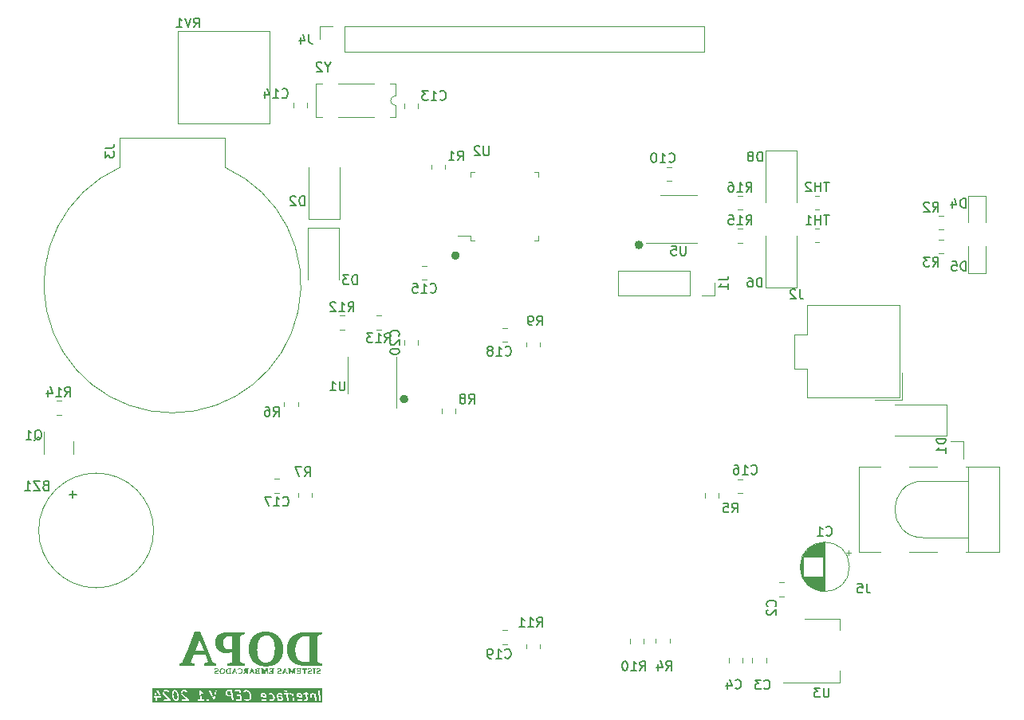
<source format=gbr>
%TF.GenerationSoftware,KiCad,Pcbnew,7.0.9*%
%TF.CreationDate,2024-02-19T11:32:55-03:00*%
%TF.ProjectId,iSTF,69535446-2e6b-4696-9361-645f70636258,rev?*%
%TF.SameCoordinates,Original*%
%TF.FileFunction,Legend,Bot*%
%TF.FilePolarity,Positive*%
%FSLAX46Y46*%
G04 Gerber Fmt 4.6, Leading zero omitted, Abs format (unit mm)*
G04 Created by KiCad (PCBNEW 7.0.9) date 2024-02-19 11:32:55*
%MOMM*%
%LPD*%
G01*
G04 APERTURE LIST*
%ADD10C,0.400000*%
%ADD11C,0.150000*%
%ADD12C,0.125000*%
%ADD13C,0.120000*%
G04 APERTURE END LIST*
D10*
X138240000Y-104167888D02*
G75*
G03*
X138240000Y-104167888I-250000J0D01*
G01*
X143690000Y-88907888D02*
G75*
G03*
X143690000Y-88907888I-250000J0D01*
G01*
X163170000Y-87777888D02*
G75*
G03*
X163170000Y-87777888I-250000J0D01*
G01*
D11*
G36*
X129264549Y-129174849D02*
G01*
X128879623Y-129321395D01*
X128846965Y-129337710D01*
X128815143Y-129362428D01*
X128813399Y-129364039D01*
X128792233Y-129398732D01*
X128786810Y-129437655D01*
X128786810Y-132031514D01*
X128786921Y-132038127D01*
X128793893Y-132078653D01*
X128815143Y-132112602D01*
X128842935Y-132135457D01*
X128879623Y-132154612D01*
X129264549Y-132301158D01*
X129264549Y-132520000D01*
X127504047Y-132520000D01*
X127453332Y-132519584D01*
X127403037Y-132518336D01*
X127353162Y-132516256D01*
X127303707Y-132513344D01*
X127254671Y-132509600D01*
X127206055Y-132505024D01*
X127157859Y-132499617D01*
X127110083Y-132493377D01*
X127062727Y-132486305D01*
X127015790Y-132478402D01*
X126969273Y-132469666D01*
X126923176Y-132460099D01*
X126877499Y-132449700D01*
X126832242Y-132438468D01*
X126787404Y-132426405D01*
X126742986Y-132413510D01*
X126699019Y-132399641D01*
X126655776Y-132384903D01*
X126613259Y-132369294D01*
X126571467Y-132352815D01*
X126530400Y-132335466D01*
X126490058Y-132317247D01*
X126450441Y-132298158D01*
X126411549Y-132278199D01*
X126373382Y-132257370D01*
X126335940Y-132235670D01*
X126299224Y-132213101D01*
X126263232Y-132189661D01*
X126227966Y-132165351D01*
X126193425Y-132140171D01*
X126159608Y-132114121D01*
X126126517Y-132087201D01*
X126094109Y-132059396D01*
X126062587Y-132030689D01*
X126031950Y-132001083D01*
X126002198Y-131970575D01*
X125973331Y-131939167D01*
X125945350Y-131906858D01*
X125918254Y-131873649D01*
X125892044Y-131839539D01*
X125866719Y-131804528D01*
X125842280Y-131768617D01*
X125818726Y-131731805D01*
X125796057Y-131694092D01*
X125774273Y-131655479D01*
X125753375Y-131615965D01*
X125733363Y-131575551D01*
X125714235Y-131534235D01*
X125696016Y-131491989D01*
X125678973Y-131448781D01*
X125663105Y-131404611D01*
X125648412Y-131359480D01*
X125634895Y-131313386D01*
X125622553Y-131266331D01*
X125611386Y-131218315D01*
X125601395Y-131169337D01*
X125592580Y-131119397D01*
X125584939Y-131068495D01*
X125578475Y-131016631D01*
X125573185Y-130963806D01*
X125569071Y-130910019D01*
X125566133Y-130855271D01*
X125564926Y-130817138D01*
X126450872Y-130817138D01*
X126451108Y-130855229D01*
X126452351Y-130911406D01*
X126454658Y-130966432D01*
X126458029Y-131020307D01*
X126462466Y-131073032D01*
X126467967Y-131124607D01*
X126474533Y-131175030D01*
X126482164Y-131224304D01*
X126490859Y-131272426D01*
X126500619Y-131319398D01*
X126511444Y-131365219D01*
X126519145Y-131395097D01*
X126531642Y-131438840D01*
X126545272Y-131481296D01*
X126560035Y-131522463D01*
X126575932Y-131562342D01*
X126592962Y-131600934D01*
X126611126Y-131638237D01*
X126630423Y-131674252D01*
X126650853Y-131708980D01*
X126672417Y-131742419D01*
X126695115Y-131774570D01*
X126702935Y-131784933D01*
X126735534Y-131824798D01*
X126770239Y-131862129D01*
X126807051Y-131896926D01*
X126845970Y-131929188D01*
X126886995Y-131958917D01*
X126930127Y-131986112D01*
X126975365Y-132010773D01*
X127010676Y-132027606D01*
X127034772Y-132038017D01*
X127071976Y-132052374D01*
X127110450Y-132065219D01*
X127150194Y-132076554D01*
X127191210Y-132086377D01*
X127233496Y-132094689D01*
X127277054Y-132101489D01*
X127321882Y-132106779D01*
X127367981Y-132110557D01*
X127415351Y-132112824D01*
X127463991Y-132113579D01*
X127959316Y-132113579D01*
X127959316Y-129362428D01*
X127593928Y-129362428D01*
X127561631Y-129362825D01*
X127513886Y-129364909D01*
X127466983Y-129368778D01*
X127420921Y-129374434D01*
X127375701Y-129381876D01*
X127331322Y-129391104D01*
X127287785Y-129402117D01*
X127245089Y-129414917D01*
X127203235Y-129429503D01*
X127162222Y-129445875D01*
X127122051Y-129464033D01*
X127095681Y-129476951D01*
X127057069Y-129497602D01*
X127019591Y-129519781D01*
X126983247Y-129543489D01*
X126948036Y-129568725D01*
X126913958Y-129595490D01*
X126881014Y-129623783D01*
X126849203Y-129653605D01*
X126818526Y-129684954D01*
X126788982Y-129717833D01*
X126760572Y-129752240D01*
X126742158Y-129776004D01*
X126715554Y-129812838D01*
X126690169Y-129851097D01*
X126666003Y-129890782D01*
X126643057Y-129931892D01*
X126621329Y-129974427D01*
X126600822Y-130018388D01*
X126581533Y-130063774D01*
X126563464Y-130110586D01*
X126546614Y-130158823D01*
X126530983Y-130208485D01*
X126516667Y-130259487D01*
X126503758Y-130311743D01*
X126492258Y-130365252D01*
X126482165Y-130420015D01*
X126473481Y-130476031D01*
X126466206Y-130533301D01*
X126462137Y-130572178D01*
X126458695Y-130611612D01*
X126455879Y-130651603D01*
X126453688Y-130692151D01*
X126452124Y-130733256D01*
X126451185Y-130774919D01*
X126450872Y-130817138D01*
X125564926Y-130817138D01*
X125564369Y-130799561D01*
X125563782Y-130742889D01*
X125563868Y-130720625D01*
X125564555Y-130676608D01*
X125565928Y-130633270D01*
X125567989Y-130590612D01*
X125570737Y-130548632D01*
X125574172Y-130507333D01*
X125578293Y-130466712D01*
X125583102Y-130426771D01*
X125588597Y-130387509D01*
X125598128Y-130329889D01*
X125609205Y-130273798D01*
X125621828Y-130219236D01*
X125635996Y-130166202D01*
X125651709Y-130114696D01*
X125662815Y-130081032D01*
X125680360Y-130031610D01*
X125698970Y-129983476D01*
X125718645Y-129936631D01*
X125739385Y-129891073D01*
X125761189Y-129846803D01*
X125784058Y-129803821D01*
X125807992Y-129762127D01*
X125832991Y-129721721D01*
X125859054Y-129682603D01*
X125886182Y-129644773D01*
X125904806Y-129620119D01*
X125933428Y-129584113D01*
X125962875Y-129549274D01*
X125993145Y-129515603D01*
X126024241Y-129483099D01*
X126056160Y-129451764D01*
X126088904Y-129421596D01*
X126122472Y-129392596D01*
X126156864Y-129364764D01*
X126192081Y-129338099D01*
X126228122Y-129312602D01*
X126252379Y-129296208D01*
X126289049Y-129272417D01*
X126326064Y-129249588D01*
X126363421Y-129227720D01*
X126401123Y-129206815D01*
X126439167Y-129186871D01*
X126477555Y-129167889D01*
X126516287Y-129149868D01*
X126555362Y-129132809D01*
X126594780Y-129116712D01*
X126634542Y-129101577D01*
X126661062Y-129091982D01*
X126700913Y-129078250D01*
X126740849Y-129065307D01*
X126780872Y-129053154D01*
X126820980Y-129041791D01*
X126861174Y-129031217D01*
X126901454Y-129021434D01*
X126941820Y-129012441D01*
X126982272Y-129004238D01*
X127022809Y-128996825D01*
X127063433Y-128990202D01*
X127103727Y-128984091D01*
X127143644Y-128978581D01*
X127183182Y-128973673D01*
X127222343Y-128969365D01*
X127273970Y-128964556D01*
X127324925Y-128960816D01*
X127375209Y-128958145D01*
X127424821Y-128956542D01*
X127473761Y-128956008D01*
X129264549Y-128956008D01*
X129264549Y-129174849D01*
G37*
G36*
X123380880Y-128894016D02*
G01*
X123433572Y-128895619D01*
X123485569Y-128898290D01*
X123536871Y-128902030D01*
X123587479Y-128906839D01*
X123637393Y-128912716D01*
X123686611Y-128919661D01*
X123735136Y-128927676D01*
X123782965Y-128936758D01*
X123830100Y-128946910D01*
X123876541Y-128958130D01*
X123922287Y-128970418D01*
X123967338Y-128983775D01*
X124011695Y-128998201D01*
X124055357Y-129013695D01*
X124098325Y-129030258D01*
X124140418Y-129047664D01*
X124181703Y-129065932D01*
X124222179Y-129085064D01*
X124261845Y-129105057D01*
X124300703Y-129125913D01*
X124338751Y-129147632D01*
X124375991Y-129170213D01*
X124412421Y-129193656D01*
X124448042Y-129217962D01*
X124482855Y-129243131D01*
X124516858Y-129269162D01*
X124550052Y-129296055D01*
X124582437Y-129323811D01*
X124614013Y-129352429D01*
X124644780Y-129381910D01*
X124674738Y-129412254D01*
X124703738Y-129443383D01*
X124731875Y-129475222D01*
X124759150Y-129507772D01*
X124785563Y-129541031D01*
X124811113Y-129574999D01*
X124835801Y-129609678D01*
X124859626Y-129645067D01*
X124882588Y-129681165D01*
X124904689Y-129717973D01*
X124925926Y-129755491D01*
X124946302Y-129793719D01*
X124965814Y-129832657D01*
X124984464Y-129872304D01*
X125002252Y-129912661D01*
X125019177Y-129953728D01*
X125035240Y-129995505D01*
X125050383Y-130037885D01*
X125064549Y-130080761D01*
X125077739Y-130124134D01*
X125089951Y-130168002D01*
X125101186Y-130212366D01*
X125111444Y-130257227D01*
X125120725Y-130302584D01*
X125129030Y-130348436D01*
X125136357Y-130394785D01*
X125142707Y-130441630D01*
X125148080Y-130488971D01*
X125152477Y-130536809D01*
X125155896Y-130585142D01*
X125158339Y-130633971D01*
X125159804Y-130683297D01*
X125160293Y-130733119D01*
X125159827Y-130785917D01*
X125158430Y-130838067D01*
X125156102Y-130889568D01*
X125152843Y-130940420D01*
X125148653Y-130990623D01*
X125143531Y-131040178D01*
X125137479Y-131089084D01*
X125130495Y-131137341D01*
X125122580Y-131184949D01*
X125113734Y-131231909D01*
X125103956Y-131278219D01*
X125093248Y-131323881D01*
X125081608Y-131368894D01*
X125069037Y-131413259D01*
X125055535Y-131456974D01*
X125041102Y-131500041D01*
X125025642Y-131542391D01*
X125009305Y-131583954D01*
X124992089Y-131624731D01*
X124973996Y-131664722D01*
X124955026Y-131703927D01*
X124935177Y-131742346D01*
X124914451Y-131779978D01*
X124892847Y-131816824D01*
X124870365Y-131852885D01*
X124847005Y-131888159D01*
X124822768Y-131922646D01*
X124797653Y-131956348D01*
X124771660Y-131989264D01*
X124744790Y-132021393D01*
X124717041Y-132052736D01*
X124688415Y-132083293D01*
X124658812Y-132113018D01*
X124628377Y-132141866D01*
X124597111Y-132169835D01*
X124565012Y-132196927D01*
X124532081Y-132223141D01*
X124498318Y-132248478D01*
X124463723Y-132272936D01*
X124428297Y-132296517D01*
X124392038Y-132319220D01*
X124354948Y-132341046D01*
X124317025Y-132361993D01*
X124278271Y-132382063D01*
X124238684Y-132401255D01*
X124198266Y-132419570D01*
X124157015Y-132437007D01*
X124114933Y-132453565D01*
X124072034Y-132469182D01*
X124028334Y-132483790D01*
X123983832Y-132497392D01*
X123938529Y-132509986D01*
X123892424Y-132521572D01*
X123845518Y-132532151D01*
X123797811Y-132541722D01*
X123749302Y-132550286D01*
X123699991Y-132557842D01*
X123649880Y-132564391D01*
X123598966Y-132569932D01*
X123547252Y-132574466D01*
X123494736Y-132577992D01*
X123441418Y-132580511D01*
X123387299Y-132582022D01*
X123332379Y-132582526D01*
X123312409Y-132582455D01*
X123272819Y-132581890D01*
X123233695Y-132580761D01*
X123175881Y-132578007D01*
X123119114Y-132573983D01*
X123063395Y-132568688D01*
X123008724Y-132562122D01*
X122955100Y-132554285D01*
X122902524Y-132545178D01*
X122850996Y-132534799D01*
X122800515Y-132523150D01*
X122751081Y-132510230D01*
X122718582Y-132500861D01*
X122670691Y-132486020D01*
X122623831Y-132470235D01*
X122578001Y-132453505D01*
X122533201Y-132435831D01*
X122489432Y-132417212D01*
X122446693Y-132397649D01*
X122404985Y-132377141D01*
X122364307Y-132355689D01*
X122324660Y-132333292D01*
X122286043Y-132309951D01*
X122260741Y-132293770D01*
X122223618Y-132268811D01*
X122187491Y-132243028D01*
X122152360Y-132216421D01*
X122118225Y-132188989D01*
X122085086Y-132160734D01*
X122052943Y-132131653D01*
X122021797Y-132101749D01*
X121991646Y-132071020D01*
X121962492Y-132039467D01*
X121934333Y-132007090D01*
X121916099Y-131985111D01*
X121889520Y-131951701D01*
X121863869Y-131917758D01*
X121839145Y-131883282D01*
X121815349Y-131848274D01*
X121792479Y-131812734D01*
X121770538Y-131776662D01*
X121749523Y-131740057D01*
X121729436Y-131702919D01*
X121710277Y-131665250D01*
X121692044Y-131627048D01*
X121680267Y-131601314D01*
X121663317Y-131562385D01*
X121647226Y-131523061D01*
X121631993Y-131483342D01*
X121617619Y-131443228D01*
X121604103Y-131402719D01*
X121591447Y-131361815D01*
X121579649Y-131320516D01*
X121568709Y-131278822D01*
X121558628Y-131236733D01*
X121549406Y-131194249D01*
X121543609Y-131165772D01*
X121535615Y-131122970D01*
X121528463Y-131080066D01*
X121522151Y-131037058D01*
X121516682Y-130993947D01*
X121512053Y-130950733D01*
X121508267Y-130907417D01*
X121505321Y-130863997D01*
X121503218Y-130820474D01*
X121502952Y-130811277D01*
X122397418Y-130811277D01*
X122397631Y-130849169D01*
X122398753Y-130905219D01*
X122400837Y-130960326D01*
X122403882Y-131014488D01*
X122407889Y-131067705D01*
X122412858Y-131119978D01*
X122418789Y-131171306D01*
X122425681Y-131221689D01*
X122433535Y-131271129D01*
X122442351Y-131319623D01*
X122452128Y-131367173D01*
X122459196Y-131398162D01*
X122470656Y-131443614D01*
X122483147Y-131487829D01*
X122496668Y-131530808D01*
X122511219Y-131572551D01*
X122526801Y-131613057D01*
X122543414Y-131652327D01*
X122561056Y-131690360D01*
X122579730Y-131727157D01*
X122599433Y-131762717D01*
X122620167Y-131797041D01*
X122627244Y-131808138D01*
X122649140Y-131840516D01*
X122679884Y-131881549D01*
X122712399Y-131920139D01*
X122746685Y-131956287D01*
X122782741Y-131989993D01*
X122820568Y-132021256D01*
X122860166Y-132050076D01*
X122901535Y-132076454D01*
X122944445Y-132099810D01*
X122989157Y-132120052D01*
X123035670Y-132137179D01*
X123083984Y-132151193D01*
X123134100Y-132162092D01*
X123172869Y-132168223D01*
X123212651Y-132172602D01*
X123253446Y-132175230D01*
X123295254Y-132176106D01*
X123326498Y-132175682D01*
X123372377Y-132173458D01*
X123417070Y-132169328D01*
X123460579Y-132163291D01*
X123502903Y-132155349D01*
X123544041Y-132145500D01*
X123583995Y-132133745D01*
X123622764Y-132120083D01*
X123660348Y-132104516D01*
X123696747Y-132087042D01*
X123731960Y-132067662D01*
X123754667Y-132053748D01*
X123787783Y-132031531D01*
X123819766Y-132007700D01*
X123850615Y-131982255D01*
X123880330Y-131955196D01*
X123908912Y-131926522D01*
X123936361Y-131896234D01*
X123962676Y-131864331D01*
X123987858Y-131830815D01*
X124011907Y-131795684D01*
X124034822Y-131758939D01*
X124049358Y-131733591D01*
X124070261Y-131694396D01*
X124090081Y-131653792D01*
X124108820Y-131611781D01*
X124126477Y-131568361D01*
X124143053Y-131523533D01*
X124158546Y-131477296D01*
X124172957Y-131429652D01*
X124186286Y-131380599D01*
X124198534Y-131330138D01*
X124209699Y-131278269D01*
X124216443Y-131242842D01*
X124225742Y-131188743D01*
X124234063Y-131133494D01*
X124241404Y-131077094D01*
X124247767Y-131019543D01*
X124251465Y-130980537D01*
X124254728Y-130941019D01*
X124257556Y-130900990D01*
X124259949Y-130860449D01*
X124261906Y-130819398D01*
X124263429Y-130777834D01*
X124264517Y-130735760D01*
X124265169Y-130693174D01*
X124265387Y-130650076D01*
X124265196Y-130615401D01*
X124264194Y-130563876D01*
X124262334Y-130512934D01*
X124259615Y-130462576D01*
X124256037Y-130412802D01*
X124251600Y-130363612D01*
X124246305Y-130315006D01*
X124240152Y-130266983D01*
X124233139Y-130219545D01*
X124225268Y-130172690D01*
X124216538Y-130126420D01*
X124210199Y-130096011D01*
X124199818Y-130051315D01*
X124188389Y-130007718D01*
X124175913Y-129965219D01*
X124162389Y-129923820D01*
X124147817Y-129883520D01*
X124132198Y-129844319D01*
X124115531Y-129806217D01*
X124097817Y-129769214D01*
X124079055Y-129733311D01*
X124059246Y-129698506D01*
X124052350Y-129687101D01*
X124030975Y-129653779D01*
X124000872Y-129611434D01*
X123968937Y-129571469D01*
X123935170Y-129533886D01*
X123899572Y-129498685D01*
X123862142Y-129465865D01*
X123822880Y-129435426D01*
X123781786Y-129407369D01*
X123760380Y-129394355D01*
X123715898Y-129370847D01*
X123669186Y-129350697D01*
X123620246Y-129333905D01*
X123582078Y-129323515D01*
X123542657Y-129315014D01*
X123501982Y-129308403D01*
X123460053Y-129303680D01*
X123416871Y-129300846D01*
X123372435Y-129299902D01*
X123341431Y-129300318D01*
X123295899Y-129302502D01*
X123251535Y-129306557D01*
X123208338Y-129312485D01*
X123166309Y-129320285D01*
X123125448Y-129329956D01*
X123085755Y-129341499D01*
X123047229Y-129354915D01*
X123009872Y-129370202D01*
X122973682Y-129387361D01*
X122938660Y-129406392D01*
X122915945Y-129419932D01*
X122882789Y-129441559D01*
X122850732Y-129464766D01*
X122819774Y-129489553D01*
X122789916Y-129515919D01*
X122761156Y-129543866D01*
X122733496Y-129573393D01*
X122706934Y-129604499D01*
X122681472Y-129637186D01*
X122657109Y-129671452D01*
X122633845Y-129707299D01*
X122618835Y-129732055D01*
X122597280Y-129770435D01*
X122576875Y-129810308D01*
X122557621Y-129851676D01*
X122539517Y-129894538D01*
X122522564Y-129938894D01*
X122506762Y-129984743D01*
X122492110Y-130032087D01*
X122478609Y-130080926D01*
X122466259Y-130131258D01*
X122455059Y-130183084D01*
X122448079Y-130218282D01*
X122438453Y-130272094D01*
X122429841Y-130327126D01*
X122422242Y-130383377D01*
X122415656Y-130440848D01*
X122411828Y-130479839D01*
X122408450Y-130519372D01*
X122405523Y-130559447D01*
X122403047Y-130600064D01*
X122401020Y-130641222D01*
X122399444Y-130682923D01*
X122398318Y-130725166D01*
X122397643Y-130767950D01*
X122397418Y-130811277D01*
X121502952Y-130811277D01*
X121501955Y-130776848D01*
X121501535Y-130733119D01*
X121501966Y-130684480D01*
X121503260Y-130636261D01*
X121505416Y-130588462D01*
X121508435Y-130541083D01*
X121512316Y-130494123D01*
X121517059Y-130447584D01*
X121522666Y-130401464D01*
X121529134Y-130355764D01*
X121536465Y-130310483D01*
X121544659Y-130265623D01*
X121553715Y-130221182D01*
X121563633Y-130177161D01*
X121574415Y-130133560D01*
X121586058Y-130090379D01*
X121598564Y-130047617D01*
X121611933Y-130005275D01*
X121626068Y-129963494D01*
X121641120Y-129922416D01*
X121657087Y-129882039D01*
X121673970Y-129842365D01*
X121691769Y-129803393D01*
X121710484Y-129765123D01*
X121730116Y-129727556D01*
X121750662Y-129690690D01*
X121772125Y-129654527D01*
X121794504Y-129619066D01*
X121817799Y-129584307D01*
X121842009Y-129550251D01*
X121867136Y-129516896D01*
X121893178Y-129484244D01*
X121920136Y-129452294D01*
X121948011Y-129421046D01*
X121976797Y-129390569D01*
X122006492Y-129360932D01*
X122037094Y-129332134D01*
X122068606Y-129304176D01*
X122101025Y-129277057D01*
X122134353Y-129250778D01*
X122168589Y-129225339D01*
X122203733Y-129200739D01*
X122239785Y-129176979D01*
X122276746Y-129154058D01*
X122314615Y-129131977D01*
X122353393Y-129110736D01*
X122393078Y-129090334D01*
X122433672Y-129070771D01*
X122475175Y-129052049D01*
X122517585Y-129034166D01*
X122560820Y-129017130D01*
X122605039Y-129001193D01*
X122650243Y-128986355D01*
X122696432Y-128972616D01*
X122743605Y-128959977D01*
X122791763Y-128948436D01*
X122840905Y-128937995D01*
X122891032Y-128928653D01*
X122942144Y-128920409D01*
X122994240Y-128913265D01*
X123047321Y-128907220D01*
X123101386Y-128902274D01*
X123156436Y-128898428D01*
X123212471Y-128895680D01*
X123269490Y-128894031D01*
X123327494Y-128893482D01*
X123380880Y-128894016D01*
G37*
G36*
X121073621Y-129174849D02*
G01*
X120688695Y-129321395D01*
X120654148Y-129337710D01*
X120622260Y-129362428D01*
X120620638Y-129364039D01*
X120600931Y-129398732D01*
X120595882Y-129437655D01*
X120595882Y-132031514D01*
X120595906Y-132034845D01*
X120601249Y-132075878D01*
X120620307Y-132111625D01*
X120651285Y-132136895D01*
X120688695Y-132154612D01*
X121073621Y-132301158D01*
X121073621Y-132520000D01*
X119260362Y-132520000D01*
X119260362Y-132301158D01*
X119668736Y-132152658D01*
X119706350Y-132136050D01*
X119739078Y-132111625D01*
X119745948Y-132103886D01*
X119763550Y-132067521D01*
X119768387Y-132026629D01*
X119768387Y-131015464D01*
X119746085Y-131028882D01*
X119710055Y-131048494D01*
X119670935Y-131067487D01*
X119633565Y-131083852D01*
X119594303Y-131099056D01*
X119554675Y-131113405D01*
X119514680Y-131126899D01*
X119474319Y-131139539D01*
X119433958Y-131151079D01*
X119393963Y-131161277D01*
X119354335Y-131170130D01*
X119315073Y-131177641D01*
X119295549Y-131180846D01*
X119253517Y-131186497D01*
X119214113Y-131189983D01*
X119173412Y-131191318D01*
X119139748Y-131190990D01*
X119089868Y-131189267D01*
X119040727Y-131186067D01*
X118992324Y-131181390D01*
X118944659Y-131175237D01*
X118897733Y-131167606D01*
X118851546Y-131158498D01*
X118806096Y-131147914D01*
X118761386Y-131135852D01*
X118717413Y-131122314D01*
X118674180Y-131107299D01*
X118645844Y-131096392D01*
X118604241Y-131078972D01*
X118563721Y-131060282D01*
X118524282Y-131040321D01*
X118485926Y-131019089D01*
X118448651Y-130996586D01*
X118412458Y-130972813D01*
X118377347Y-130947768D01*
X118343318Y-130921453D01*
X118310371Y-130893867D01*
X118278506Y-130865010D01*
X118257795Y-130845077D01*
X118227831Y-130814163D01*
X118199188Y-130782028D01*
X118171868Y-130748675D01*
X118145871Y-130714102D01*
X118121196Y-130678310D01*
X118097843Y-130641299D01*
X118075812Y-130603068D01*
X118055104Y-130563618D01*
X118035718Y-130522949D01*
X118017655Y-130481060D01*
X118006416Y-130452381D01*
X117990917Y-130408517D01*
X117977049Y-130363640D01*
X117964813Y-130317750D01*
X117954209Y-130270847D01*
X117945236Y-130222931D01*
X117937894Y-130174001D01*
X117932184Y-130124058D01*
X117929401Y-130089295D01*
X118798255Y-130089295D01*
X118799178Y-130126971D01*
X118801949Y-130168803D01*
X118806071Y-130210439D01*
X118809185Y-130236394D01*
X118815917Y-130276485D01*
X118825122Y-130317967D01*
X118835380Y-130356008D01*
X118847836Y-130393988D01*
X118862735Y-130431723D01*
X118880076Y-130469214D01*
X118899860Y-130506461D01*
X118921781Y-130542121D01*
X118946510Y-130575826D01*
X118974049Y-130607578D01*
X119004396Y-130637376D01*
X119016552Y-130648003D01*
X119051402Y-130674580D01*
X119084801Y-130695731D01*
X119120912Y-130714918D01*
X119159734Y-130732142D01*
X119165444Y-130734426D01*
X119207178Y-130748384D01*
X119245406Y-130757520D01*
X119285901Y-130764046D01*
X119328663Y-130767962D01*
X119373691Y-130769267D01*
X119395677Y-130769127D01*
X119437500Y-130768122D01*
X119477250Y-130766336D01*
X119504117Y-130764626D01*
X119544417Y-130761146D01*
X119584717Y-130756566D01*
X119604661Y-130753635D01*
X119646459Y-130747285D01*
X119686322Y-130740935D01*
X119689241Y-130740382D01*
X119730286Y-130731409D01*
X119768387Y-130720418D01*
X119768387Y-129362428D01*
X119492882Y-129362428D01*
X119468221Y-129362665D01*
X119420410Y-129364557D01*
X119374615Y-129368343D01*
X119330834Y-129374022D01*
X119289069Y-129381593D01*
X119249318Y-129391058D01*
X119202463Y-129405550D01*
X119158757Y-129423000D01*
X119142000Y-129430724D01*
X119102010Y-129451371D01*
X119064739Y-129473925D01*
X119030187Y-129498387D01*
X118998355Y-129524758D01*
X118969241Y-129553037D01*
X118942847Y-129583224D01*
X118933020Y-129595806D01*
X118910089Y-129628364D01*
X118889495Y-129662496D01*
X118871239Y-129698202D01*
X118855320Y-129735482D01*
X118841739Y-129774337D01*
X118830495Y-129814766D01*
X118826591Y-129831294D01*
X118817933Y-129872982D01*
X118810849Y-129915195D01*
X118805339Y-129957933D01*
X118801403Y-130001196D01*
X118799042Y-130044983D01*
X118798255Y-130089295D01*
X117929401Y-130089295D01*
X117928105Y-130073102D01*
X117925658Y-130021133D01*
X117924842Y-129968150D01*
X117925270Y-129934632D01*
X117927514Y-129885513D01*
X117931681Y-129837786D01*
X117937772Y-129791449D01*
X117945786Y-129746504D01*
X117955724Y-129702949D01*
X117967585Y-129660786D01*
X117981369Y-129620014D01*
X117997077Y-129580632D01*
X118014709Y-129542642D01*
X118034263Y-129506043D01*
X118048128Y-129482382D01*
X118070084Y-129447921D01*
X118093431Y-129414696D01*
X118118169Y-129382708D01*
X118144299Y-129351956D01*
X118171819Y-129322441D01*
X118200730Y-129294162D01*
X118231032Y-129267120D01*
X118262726Y-129241314D01*
X118295810Y-129216745D01*
X118330286Y-129193412D01*
X118353989Y-129178399D01*
X118390502Y-129156823D01*
X118428166Y-129136381D01*
X118466981Y-129117073D01*
X118506946Y-129098898D01*
X118548062Y-129081856D01*
X118590328Y-129065948D01*
X118633745Y-129051173D01*
X118678313Y-129037532D01*
X118724031Y-129025024D01*
X118770900Y-129013649D01*
X118802548Y-129006669D01*
X118850551Y-128997044D01*
X118899188Y-128988431D01*
X118948461Y-128980832D01*
X118998370Y-128974246D01*
X119048914Y-128968673D01*
X119100093Y-128964114D01*
X119151908Y-128960567D01*
X119204358Y-128958034D01*
X119257444Y-128956514D01*
X119311165Y-128956008D01*
X121073621Y-128956008D01*
X121073621Y-129174849D01*
G37*
G36*
X116635240Y-129487480D02*
G01*
X117653244Y-132045191D01*
X117664052Y-132068486D01*
X117686786Y-132104991D01*
X117714381Y-132136073D01*
X117746839Y-132161731D01*
X117784159Y-132181967D01*
X118041102Y-132301158D01*
X118041102Y-132520000D01*
X116785694Y-132520000D01*
X116785694Y-132301158D01*
X117210676Y-132135073D01*
X116913677Y-131363265D01*
X115655338Y-131363265D01*
X115339776Y-132149727D01*
X115759874Y-132301158D01*
X115759874Y-132520000D01*
X114134193Y-132520000D01*
X114134193Y-132301158D01*
X114401884Y-132188806D01*
X114409317Y-132185861D01*
X114444164Y-132165210D01*
X114473203Y-132137027D01*
X114480805Y-132127623D01*
X114504046Y-132092788D01*
X114522051Y-132054961D01*
X114947927Y-130956845D01*
X115812630Y-130956845D01*
X116753454Y-130956845D01*
X116295254Y-129760055D01*
X116253244Y-129760055D01*
X116152616Y-130093203D01*
X115812630Y-130956845D01*
X114947927Y-130956845D01*
X115748150Y-128893482D01*
X116333356Y-128893482D01*
X116635240Y-129487480D01*
G37*
G36*
X113765532Y-135280688D02*
G01*
X113802951Y-135313949D01*
X113852776Y-135393669D01*
X113918464Y-135568834D01*
X113945968Y-135788866D01*
X113924416Y-135961276D01*
X113896595Y-136035465D01*
X113872955Y-136062482D01*
X113812324Y-136094819D01*
X113752602Y-136094819D01*
X113676381Y-136058950D01*
X113638960Y-136025686D01*
X113589137Y-135945968D01*
X113523448Y-135770800D01*
X113495944Y-135550771D01*
X113517496Y-135378360D01*
X113545317Y-135304171D01*
X113568957Y-135277154D01*
X113629586Y-135244819D01*
X113689310Y-135244819D01*
X113765532Y-135280688D01*
G37*
G36*
X123177982Y-135609235D02*
G01*
X123217041Y-135671728D01*
X123225955Y-135743043D01*
X122892806Y-135678038D01*
X122889931Y-135655041D01*
X122909214Y-135603621D01*
X122956968Y-135578152D01*
X123111930Y-135578152D01*
X123177982Y-135609235D01*
G37*
G36*
X124688219Y-135863866D02*
G01*
X124909550Y-135863866D01*
X124975601Y-135894950D01*
X125014660Y-135957442D01*
X125022220Y-136017928D01*
X125002936Y-136069351D01*
X124955185Y-136094819D01*
X124752603Y-136094819D01*
X124703946Y-136071922D01*
X124677708Y-135862012D01*
X124688219Y-135863866D01*
G37*
G36*
X126987507Y-135609235D02*
G01*
X127026566Y-135671728D01*
X127035480Y-135743043D01*
X126702331Y-135678038D01*
X126699456Y-135655041D01*
X126718739Y-135603621D01*
X126766493Y-135578152D01*
X126921455Y-135578152D01*
X126987507Y-135609235D01*
G37*
G36*
X119638974Y-135618628D02*
G01*
X119359745Y-135618628D01*
X119283524Y-135582759D01*
X119246104Y-135549497D01*
X119201063Y-135477431D01*
X119187550Y-135369327D01*
X119211984Y-135304171D01*
X119235624Y-135277154D01*
X119296253Y-135244819D01*
X119592248Y-135244819D01*
X119638974Y-135618628D01*
G37*
G36*
X129286451Y-136387676D02*
G01*
X111286976Y-136387676D01*
X111286976Y-135823461D01*
X111429833Y-135823461D01*
X111438742Y-135873985D01*
X111478042Y-135906962D01*
X111503694Y-135911485D01*
X111580343Y-135911485D01*
X111613797Y-136179121D01*
X111637188Y-136224782D01*
X111684456Y-136244725D01*
X111733485Y-136229618D01*
X111761332Y-136186531D01*
X111762639Y-136160516D01*
X111731510Y-135911485D01*
X112122742Y-135911485D01*
X112131934Y-135908138D01*
X112141677Y-135909056D01*
X112155345Y-135899617D01*
X112170951Y-135893938D01*
X112175843Y-135885465D01*
X112183894Y-135879906D01*
X112188297Y-135863893D01*
X112196603Y-135849509D01*
X112194903Y-135839872D01*
X112197498Y-135830440D01*
X112190922Y-135805236D01*
X111991254Y-135369597D01*
X112369750Y-135369597D01*
X112381654Y-135464835D01*
X112382702Y-135466882D01*
X112387895Y-135486782D01*
X112453372Y-135629640D01*
X112455182Y-135631474D01*
X112455557Y-135634023D01*
X112471725Y-135654446D01*
X112967144Y-136094819D01*
X112545361Y-136094819D01*
X112497152Y-136112366D01*
X112471500Y-136156795D01*
X112480409Y-136207319D01*
X112519709Y-136240296D01*
X112545361Y-136244819D01*
X113164409Y-136244819D01*
X113187558Y-136236393D01*
X113210961Y-136228624D01*
X113211555Y-136227658D01*
X113212618Y-136227272D01*
X113224940Y-136205930D01*
X113237868Y-136184943D01*
X113237703Y-136183824D01*
X113238270Y-136182843D01*
X113233989Y-136158565D01*
X113230404Y-136134186D01*
X113229485Y-136133025D01*
X113229361Y-136132319D01*
X113228065Y-136131231D01*
X113214236Y-136113763D01*
X112591336Y-135560074D01*
X113345940Y-135560074D01*
X113375702Y-135798169D01*
X113377308Y-135801304D01*
X113379898Y-135815200D01*
X113451328Y-136005677D01*
X113453606Y-136008339D01*
X113457952Y-136019092D01*
X113517475Y-136114330D01*
X113519739Y-136116098D01*
X113531247Y-136130635D01*
X113584819Y-136178255D01*
X113587463Y-136179303D01*
X113602712Y-136190061D01*
X113703902Y-136237681D01*
X113707453Y-136238004D01*
X113710185Y-136240296D01*
X113735837Y-136244819D01*
X113831075Y-136244819D01*
X113836233Y-136242941D01*
X113841606Y-136244076D01*
X113866369Y-136235996D01*
X113955655Y-136188376D01*
X113955998Y-136187993D01*
X113956509Y-136187914D01*
X113976805Y-136171588D01*
X114018472Y-136123967D01*
X114018629Y-136123560D01*
X114019011Y-136123345D01*
X114032253Y-136100914D01*
X114067967Y-136005676D01*
X114068001Y-136002152D01*
X114072163Y-135988645D01*
X114095973Y-135798169D01*
X114095207Y-135794818D01*
X114095973Y-135779563D01*
X114066211Y-135541468D01*
X114064604Y-135538331D01*
X114062015Y-135524437D01*
X114003950Y-135369597D01*
X114274512Y-135369597D01*
X114286416Y-135464835D01*
X114287464Y-135466882D01*
X114292657Y-135486782D01*
X114358134Y-135629640D01*
X114359944Y-135631474D01*
X114360319Y-135634023D01*
X114376487Y-135654446D01*
X114871906Y-136094819D01*
X114450123Y-136094819D01*
X114401914Y-136112366D01*
X114376262Y-136156795D01*
X114385171Y-136207319D01*
X114424471Y-136240296D01*
X114450123Y-136244819D01*
X115069171Y-136244819D01*
X115092320Y-136236393D01*
X115115723Y-136228624D01*
X115116317Y-136227658D01*
X115117380Y-136227272D01*
X115129702Y-136205930D01*
X115142630Y-136184943D01*
X115142465Y-136183824D01*
X115143032Y-136182843D01*
X115138751Y-136158565D01*
X115138491Y-136156795D01*
X116090548Y-136156795D01*
X116099457Y-136207319D01*
X116138757Y-136240296D01*
X116164409Y-136244819D01*
X116735838Y-136244819D01*
X116784047Y-136227272D01*
X116809699Y-136182843D01*
X116800790Y-136132319D01*
X116786881Y-136120648D01*
X117035853Y-136120648D01*
X117042047Y-136138829D01*
X117044842Y-136157833D01*
X117051302Y-136165993D01*
X117052398Y-136169210D01*
X117055183Y-136170895D01*
X117061010Y-136178256D01*
X117114582Y-136225875D01*
X117132953Y-136233161D01*
X117149860Y-136243394D01*
X117155441Y-136242528D01*
X117160647Y-136244725D01*
X117161470Y-136244471D01*
X117162272Y-136244789D01*
X117181032Y-136238560D01*
X117200557Y-136235533D01*
X117206813Y-136230500D01*
X117209676Y-136229618D01*
X117210142Y-136228895D01*
X117210961Y-136228624D01*
X117212744Y-136225728D01*
X117220853Y-136219206D01*
X117262518Y-136171588D01*
X117269459Y-136153679D01*
X117279534Y-136137325D01*
X117278506Y-136130337D01*
X117281059Y-136123752D01*
X117274864Y-136105569D01*
X117272070Y-136086568D01*
X117265610Y-136078407D01*
X117264514Y-136075190D01*
X117261728Y-136073504D01*
X117255903Y-136066145D01*
X117202332Y-136018525D01*
X117183964Y-136011240D01*
X117167053Y-136001004D01*
X117161470Y-136001869D01*
X117156266Y-135999674D01*
X117155442Y-135999927D01*
X117154643Y-135999611D01*
X117135892Y-136005835D01*
X117116356Y-136008865D01*
X117110098Y-136013899D01*
X117107237Y-136014781D01*
X117106769Y-136015503D01*
X117105953Y-136015775D01*
X117104171Y-136018667D01*
X117096061Y-136025192D01*
X117054393Y-136072812D01*
X117047450Y-136090725D01*
X117037378Y-136107077D01*
X117038405Y-136114062D01*
X117035853Y-136120648D01*
X116786881Y-136120648D01*
X116761490Y-136099342D01*
X116735838Y-136094819D01*
X116516332Y-136094819D01*
X116430218Y-135405910D01*
X116495535Y-135463970D01*
X116498180Y-135465019D01*
X116513427Y-135475775D01*
X116614617Y-135523395D01*
X116665709Y-135528045D01*
X116707838Y-135498767D01*
X116721290Y-135449259D01*
X116699772Y-135402687D01*
X116678487Y-135387672D01*
X116587096Y-135344664D01*
X116492949Y-135260978D01*
X116425566Y-135175864D01*
X117297986Y-135175864D01*
X117304562Y-135201068D01*
X117762895Y-136201068D01*
X117764641Y-136202837D01*
X117764997Y-136205297D01*
X117782479Y-136220911D01*
X117798933Y-136237582D01*
X117801405Y-136237814D01*
X117803260Y-136239471D01*
X117826681Y-136240194D01*
X117850010Y-136242390D01*
X117852055Y-136240977D01*
X117854539Y-136241054D01*
X117872945Y-136226553D01*
X117892227Y-136213240D01*
X117892885Y-136210844D01*
X117894839Y-136209306D01*
X117904499Y-136185116D01*
X118074399Y-135369598D01*
X119036417Y-135369598D01*
X119054274Y-135512455D01*
X119055800Y-135515435D01*
X119055335Y-135518752D01*
X119065095Y-135542902D01*
X119124619Y-135638140D01*
X119126883Y-135639908D01*
X119138392Y-135654446D01*
X119191963Y-135702065D01*
X119194608Y-135703114D01*
X119209855Y-135713870D01*
X119311045Y-135761490D01*
X119314596Y-135761813D01*
X119317328Y-135764105D01*
X119342980Y-135768628D01*
X119657724Y-135768628D01*
X119709036Y-136179121D01*
X119732427Y-136224782D01*
X119779695Y-136244725D01*
X119828724Y-136229618D01*
X119856571Y-136186531D01*
X119857878Y-136160516D01*
X119732878Y-135160516D01*
X119730972Y-135156795D01*
X120013167Y-135156795D01*
X120022076Y-135207319D01*
X120061376Y-135240296D01*
X120087028Y-135244819D01*
X120497010Y-135244819D01*
X120537784Y-135571009D01*
X120289409Y-135571009D01*
X120241200Y-135588556D01*
X120215548Y-135632985D01*
X120224457Y-135683509D01*
X120263757Y-135716486D01*
X120289409Y-135721009D01*
X120556534Y-135721009D01*
X120603260Y-136094819D01*
X120212028Y-136094819D01*
X120163819Y-136112366D01*
X120138167Y-136156795D01*
X120147076Y-136207319D01*
X120186376Y-136240296D01*
X120212028Y-136244819D01*
X120688219Y-136244819D01*
X120710655Y-136236652D01*
X120733486Y-136229618D01*
X120734563Y-136227950D01*
X120736428Y-136227272D01*
X120748371Y-136206586D01*
X120761333Y-136186531D01*
X120761464Y-136183908D01*
X120762080Y-136182843D01*
X120761642Y-136180363D01*
X120762640Y-136160516D01*
X120650514Y-135263505D01*
X120928711Y-135263505D01*
X120945255Y-135312066D01*
X120989145Y-135338632D01*
X121039842Y-135330772D01*
X121060138Y-135314445D01*
X121088740Y-135281756D01*
X121194936Y-135244819D01*
X121265796Y-135244819D01*
X121388345Y-135284034D01*
X121475571Y-135361568D01*
X121525395Y-135441287D01*
X121591083Y-135616455D01*
X121606682Y-135741247D01*
X121585131Y-135913656D01*
X121557309Y-135987847D01*
X121496030Y-136057881D01*
X121389834Y-136094819D01*
X121318974Y-136094819D01*
X121196426Y-136055603D01*
X121154713Y-136018525D01*
X121107023Y-135999611D01*
X121058334Y-136015775D01*
X121031426Y-136059456D01*
X121038890Y-136110213D01*
X121055057Y-136130635D01*
X121108629Y-136178255D01*
X121111117Y-136179241D01*
X121112546Y-136181506D01*
X121135599Y-136193632D01*
X121284407Y-136241251D01*
X121286551Y-136241166D01*
X121307266Y-136244819D01*
X121402504Y-136244819D01*
X121403397Y-136244493D01*
X121427143Y-136240656D01*
X121564048Y-136193037D01*
X121569107Y-136188914D01*
X121575557Y-136187914D01*
X121595853Y-136171587D01*
X121679186Y-136076348D01*
X121679343Y-136075940D01*
X121679724Y-136075726D01*
X121692967Y-136053296D01*
X121728681Y-135958058D01*
X121728715Y-135954535D01*
X121732878Y-135941025D01*
X121756687Y-135750550D01*
X121755921Y-135747199D01*
X121756687Y-135731945D01*
X121747108Y-135655312D01*
X122738798Y-135655312D01*
X122750703Y-135750550D01*
X122754337Y-135757644D01*
X122754193Y-135765614D01*
X122765728Y-135779880D01*
X122774094Y-135796210D01*
X122781437Y-135799308D01*
X122786450Y-135805507D01*
X122810761Y-135814859D01*
X123245536Y-135899693D01*
X123260315Y-136017927D01*
X123241031Y-136069351D01*
X123193280Y-136094819D01*
X123038317Y-136094819D01*
X122952297Y-136054339D01*
X122901205Y-136049688D01*
X122859077Y-136078966D01*
X122845625Y-136128474D01*
X122867143Y-136175046D01*
X122888427Y-136190061D01*
X122989617Y-136237681D01*
X122993168Y-136238004D01*
X122995900Y-136240296D01*
X123021552Y-136244819D01*
X123212029Y-136244819D01*
X123217188Y-136242941D01*
X123222561Y-136244076D01*
X123247323Y-136235995D01*
X123336608Y-136188376D01*
X123346022Y-136177893D01*
X123358296Y-136170965D01*
X123369906Y-136151299D01*
X123370888Y-136150207D01*
X123370908Y-136149603D01*
X123371539Y-136148535D01*
X123407253Y-136053296D01*
X123407303Y-136048068D01*
X123410144Y-136043674D01*
X123411450Y-136017659D01*
X123363831Y-135636706D01*
X123362304Y-135633725D01*
X123362770Y-135630409D01*
X123353010Y-135606259D01*
X123332871Y-135574037D01*
X123587157Y-135574037D01*
X123618793Y-135614425D01*
X123668988Y-135625028D01*
X123693751Y-135616948D01*
X123766492Y-135578152D01*
X123921454Y-135578152D01*
X123997676Y-135614021D01*
X124035095Y-135647282D01*
X124080136Y-135719347D01*
X124111506Y-135970309D01*
X124087072Y-136035465D01*
X124063430Y-136062484D01*
X124002804Y-136094819D01*
X123847841Y-136094819D01*
X123761821Y-136054339D01*
X123710729Y-136049688D01*
X123668601Y-136078966D01*
X123655149Y-136128474D01*
X123676667Y-136175046D01*
X123697951Y-136190061D01*
X123799141Y-136237681D01*
X123802692Y-136238004D01*
X123805424Y-136240296D01*
X123831076Y-136244819D01*
X124021553Y-136244819D01*
X124026712Y-136242941D01*
X124032085Y-136244076D01*
X124056847Y-136235995D01*
X124146132Y-136188376D01*
X124146475Y-136187993D01*
X124146986Y-136187914D01*
X124167282Y-136171588D01*
X124208949Y-136123967D01*
X124209106Y-136123560D01*
X124209488Y-136123345D01*
X124222730Y-136100914D01*
X124258444Y-136005676D01*
X124258494Y-136000445D01*
X124261333Y-135996054D01*
X124262640Y-135970039D01*
X124226926Y-135684325D01*
X124225399Y-135681344D01*
X124225865Y-135678028D01*
X124216685Y-135655312D01*
X124500703Y-135655312D01*
X124566179Y-136179121D01*
X124589570Y-136224781D01*
X124636838Y-136244725D01*
X124685867Y-136229618D01*
X124686077Y-136229292D01*
X124703903Y-136237681D01*
X124707454Y-136238004D01*
X124710186Y-136240296D01*
X124735838Y-136244819D01*
X124973934Y-136244819D01*
X124979093Y-136242941D01*
X124984466Y-136244076D01*
X125009228Y-136235995D01*
X125098513Y-136188376D01*
X125107927Y-136177893D01*
X125120201Y-136170965D01*
X125131811Y-136151299D01*
X125132793Y-136150207D01*
X125132813Y-136149603D01*
X125133444Y-136148535D01*
X125169158Y-136053296D01*
X125169208Y-136048067D01*
X125172049Y-136043673D01*
X125173355Y-136017658D01*
X125161450Y-135922420D01*
X125159923Y-135919439D01*
X125160389Y-135916123D01*
X125150629Y-135891973D01*
X125091105Y-135796735D01*
X125084331Y-135791443D01*
X125080725Y-135783639D01*
X125059440Y-135768624D01*
X124958250Y-135721005D01*
X124954699Y-135720681D01*
X124951967Y-135718389D01*
X124926315Y-135713866D01*
X124704984Y-135713866D01*
X124656327Y-135690969D01*
X124651836Y-135655041D01*
X124671119Y-135603621D01*
X124718873Y-135578152D01*
X124873835Y-135578152D01*
X124959857Y-135618633D01*
X125010949Y-135623283D01*
X125053077Y-135594005D01*
X125066529Y-135544497D01*
X125045011Y-135497925D01*
X125023726Y-135482910D01*
X124922535Y-135435291D01*
X124918984Y-135434967D01*
X124916252Y-135432675D01*
X124890600Y-135428152D01*
X124700124Y-135428152D01*
X124694965Y-135430029D01*
X124689593Y-135428895D01*
X124664830Y-135436975D01*
X124575544Y-135484594D01*
X124566128Y-135495078D01*
X124553855Y-135502006D01*
X124542246Y-135521670D01*
X124541264Y-135522764D01*
X124541243Y-135523368D01*
X124540613Y-135524437D01*
X124504899Y-135619675D01*
X124504848Y-135624905D01*
X124502010Y-135629297D01*
X124500703Y-135655312D01*
X124216685Y-135655312D01*
X124216105Y-135653878D01*
X124156581Y-135558640D01*
X124154316Y-135556871D01*
X124142809Y-135542335D01*
X124089237Y-135494715D01*
X124086593Y-135493666D01*
X124071345Y-135482910D01*
X123970154Y-135435291D01*
X123966603Y-135434967D01*
X123963871Y-135432675D01*
X123938219Y-135428152D01*
X123747743Y-135428152D01*
X123742584Y-135430029D01*
X123737212Y-135428895D01*
X123712449Y-135436975D01*
X123623163Y-135484594D01*
X123588883Y-135522764D01*
X123587157Y-135574037D01*
X123332871Y-135574037D01*
X123293486Y-135511021D01*
X123286712Y-135505729D01*
X123283106Y-135497925D01*
X123261821Y-135482910D01*
X123160630Y-135435291D01*
X123157079Y-135434967D01*
X123154347Y-135432675D01*
X123128695Y-135428152D01*
X122938219Y-135428152D01*
X122933060Y-135430029D01*
X122927688Y-135428895D01*
X122902925Y-135436975D01*
X122813639Y-135484594D01*
X122804223Y-135495078D01*
X122791950Y-135502006D01*
X122780341Y-135521670D01*
X122779359Y-135522764D01*
X122779338Y-135523368D01*
X122778708Y-135524437D01*
X122742994Y-135619675D01*
X122742943Y-135624903D01*
X122740104Y-135629297D01*
X122738798Y-135655312D01*
X121747108Y-135655312D01*
X121738830Y-135589087D01*
X121737223Y-135585951D01*
X121734634Y-135572056D01*
X121663206Y-135381580D01*
X121660926Y-135378916D01*
X121656581Y-135368164D01*
X121597057Y-135272926D01*
X121594792Y-135271157D01*
X121583284Y-135256620D01*
X121476141Y-135161382D01*
X121473653Y-135160395D01*
X121472225Y-135158132D01*
X121469683Y-135156795D01*
X125203644Y-135156795D01*
X125212553Y-135207319D01*
X125251853Y-135240296D01*
X125277505Y-135244819D01*
X125355979Y-135244819D01*
X125422030Y-135275903D01*
X125461089Y-135338395D01*
X125472309Y-135428152D01*
X125319172Y-135428152D01*
X125270963Y-135445699D01*
X125245311Y-135490128D01*
X125254220Y-135540652D01*
X125293520Y-135573629D01*
X125319172Y-135578152D01*
X125491059Y-135578152D01*
X125566180Y-136179121D01*
X125589571Y-136224781D01*
X125636839Y-136244725D01*
X125685868Y-136229618D01*
X125713715Y-136186531D01*
X125715022Y-136160516D01*
X125642226Y-135578152D01*
X125700124Y-135578152D01*
X125748333Y-135560605D01*
X125773985Y-135516176D01*
X125769392Y-135490128D01*
X125816740Y-135490128D01*
X125825649Y-135540652D01*
X125864949Y-135573629D01*
X125890601Y-135578152D01*
X125969074Y-135578152D01*
X126045296Y-135614021D01*
X126082715Y-135647282D01*
X126127755Y-135719347D01*
X126185228Y-136179121D01*
X126208619Y-136224782D01*
X126255887Y-136244725D01*
X126304916Y-136229618D01*
X126332763Y-136186531D01*
X126334070Y-136160516D01*
X126270919Y-135655312D01*
X126548323Y-135655312D01*
X126560228Y-135750550D01*
X126563862Y-135757644D01*
X126563718Y-135765614D01*
X126575253Y-135779880D01*
X126583619Y-135796210D01*
X126590962Y-135799308D01*
X126595975Y-135805507D01*
X126620286Y-135814859D01*
X127055061Y-135899693D01*
X127069840Y-136017927D01*
X127050556Y-136069351D01*
X127002805Y-136094819D01*
X126847842Y-136094819D01*
X126761822Y-136054339D01*
X126710730Y-136049688D01*
X126668602Y-136078966D01*
X126655150Y-136128474D01*
X126676668Y-136175046D01*
X126697952Y-136190061D01*
X126799142Y-136237681D01*
X126802693Y-136238004D01*
X126805425Y-136240296D01*
X126831077Y-136244819D01*
X127021554Y-136244819D01*
X127026713Y-136242941D01*
X127032086Y-136244076D01*
X127056848Y-136235995D01*
X127146133Y-136188376D01*
X127155547Y-136177893D01*
X127167821Y-136170965D01*
X127179431Y-136151299D01*
X127180413Y-136150207D01*
X127180433Y-136149603D01*
X127181064Y-136148535D01*
X127216778Y-136053296D01*
X127216828Y-136048068D01*
X127219669Y-136043674D01*
X127220975Y-136017659D01*
X127173356Y-135636706D01*
X127171829Y-135633725D01*
X127172295Y-135630409D01*
X127162535Y-135606259D01*
X127103011Y-135511021D01*
X127096237Y-135505729D01*
X127092631Y-135497925D01*
X127081578Y-135490128D01*
X127292931Y-135490128D01*
X127301840Y-135540652D01*
X127341140Y-135573629D01*
X127366792Y-135578152D01*
X127538679Y-135578152D01*
X127593651Y-136017927D01*
X127574366Y-136069351D01*
X127526615Y-136094819D01*
X127450125Y-136094819D01*
X127401916Y-136112366D01*
X127376264Y-136156795D01*
X127385173Y-136207319D01*
X127424473Y-136240296D01*
X127450125Y-136244819D01*
X127545364Y-136244819D01*
X127550523Y-136242941D01*
X127555896Y-136244076D01*
X127580658Y-136235995D01*
X127669943Y-136188376D01*
X127679357Y-136177893D01*
X127691631Y-136170965D01*
X127703241Y-136151299D01*
X127704223Y-136150207D01*
X127704243Y-136149603D01*
X127704874Y-136148535D01*
X127740588Y-136053296D01*
X127740638Y-136048066D01*
X127743478Y-136043673D01*
X127744785Y-136017658D01*
X127699492Y-135655312D01*
X128024514Y-135655312D01*
X128089990Y-136179121D01*
X128113381Y-136224781D01*
X128160649Y-136244725D01*
X128209678Y-136229618D01*
X128237525Y-136186531D01*
X128238832Y-136160516D01*
X128175647Y-135655041D01*
X128194930Y-135603621D01*
X128242684Y-135578152D01*
X128350027Y-135578152D01*
X128426249Y-135614021D01*
X128450633Y-135635695D01*
X128518562Y-136179121D01*
X128541953Y-136224782D01*
X128589221Y-136244725D01*
X128638250Y-136229618D01*
X128666097Y-136186531D01*
X128667404Y-136160516D01*
X128584070Y-135493849D01*
X128560679Y-135448189D01*
X128513411Y-135428246D01*
X128464382Y-135443353D01*
X128453065Y-135460861D01*
X128398727Y-135435291D01*
X128395176Y-135434967D01*
X128392444Y-135432675D01*
X128366792Y-135428152D01*
X128223935Y-135428152D01*
X128218776Y-135430029D01*
X128213404Y-135428895D01*
X128188641Y-135436975D01*
X128099355Y-135484594D01*
X128089939Y-135495078D01*
X128077666Y-135502006D01*
X128066057Y-135521670D01*
X128065075Y-135522764D01*
X128065054Y-135523368D01*
X128064424Y-135524437D01*
X128028710Y-135619675D01*
X128028659Y-135624905D01*
X128025821Y-135629297D01*
X128024514Y-135655312D01*
X127699492Y-135655312D01*
X127689847Y-135578152D01*
X127747744Y-135578152D01*
X127795953Y-135560605D01*
X127821605Y-135516176D01*
X127812696Y-135465652D01*
X127773396Y-135432675D01*
X127747744Y-135428152D01*
X127671097Y-135428152D01*
X127639968Y-135179122D01*
X128869752Y-135179122D01*
X128994752Y-136179121D01*
X129018143Y-136224782D01*
X129065411Y-136244725D01*
X129114440Y-136229618D01*
X129142287Y-136186531D01*
X129143594Y-136160516D01*
X129018594Y-135160516D01*
X128995203Y-135114856D01*
X128947935Y-135094913D01*
X128898906Y-135110020D01*
X128871058Y-135153107D01*
X128869752Y-135179122D01*
X127639968Y-135179122D01*
X127637642Y-135160516D01*
X127614251Y-135114856D01*
X127566983Y-135094913D01*
X127517954Y-135110020D01*
X127490106Y-135153107D01*
X127488800Y-135179122D01*
X127519929Y-135428152D01*
X127366792Y-135428152D01*
X127318583Y-135445699D01*
X127292931Y-135490128D01*
X127081578Y-135490128D01*
X127071346Y-135482910D01*
X126970155Y-135435291D01*
X126966604Y-135434967D01*
X126963872Y-135432675D01*
X126938220Y-135428152D01*
X126747744Y-135428152D01*
X126742585Y-135430029D01*
X126737213Y-135428895D01*
X126712450Y-135436975D01*
X126623164Y-135484594D01*
X126613748Y-135495078D01*
X126601475Y-135502006D01*
X126589866Y-135521670D01*
X126588884Y-135522764D01*
X126588863Y-135523368D01*
X126588233Y-135524437D01*
X126552519Y-135619675D01*
X126552468Y-135624903D01*
X126549629Y-135629297D01*
X126548323Y-135655312D01*
X126270919Y-135655312D01*
X126250736Y-135493849D01*
X126227345Y-135448189D01*
X126180077Y-135428246D01*
X126131048Y-135443353D01*
X126108626Y-135478044D01*
X126017774Y-135435291D01*
X126014223Y-135434967D01*
X126011491Y-135432675D01*
X125985839Y-135428152D01*
X125890601Y-135428152D01*
X125842392Y-135445699D01*
X125816740Y-135490128D01*
X125769392Y-135490128D01*
X125765076Y-135465652D01*
X125725776Y-135432675D01*
X125700124Y-135428152D01*
X125623476Y-135428152D01*
X125607879Y-135303373D01*
X125606352Y-135300392D01*
X125606818Y-135297076D01*
X125597058Y-135272926D01*
X125537534Y-135177688D01*
X125530760Y-135172396D01*
X125527154Y-135164592D01*
X125505869Y-135149577D01*
X125404679Y-135101958D01*
X125401128Y-135101634D01*
X125398396Y-135099342D01*
X125372744Y-135094819D01*
X125277505Y-135094819D01*
X125229296Y-135112366D01*
X125203644Y-135156795D01*
X121469683Y-135156795D01*
X121449172Y-135146006D01*
X121300362Y-135098387D01*
X121298218Y-135098471D01*
X121277504Y-135094819D01*
X121182266Y-135094819D01*
X121181368Y-135095145D01*
X121157627Y-135098982D01*
X121020723Y-135146601D01*
X121015665Y-135150722D01*
X121009215Y-135151723D01*
X120988919Y-135168050D01*
X120947252Y-135215669D01*
X120928711Y-135263505D01*
X120650514Y-135263505D01*
X120637640Y-135160516D01*
X120630782Y-135147130D01*
X120628171Y-135132319D01*
X120619443Y-135124995D01*
X120614249Y-135114856D01*
X120600392Y-135109009D01*
X120588871Y-135099342D01*
X120569299Y-135095891D01*
X120566981Y-135094913D01*
X120565805Y-135095275D01*
X120563219Y-135094819D01*
X120087028Y-135094819D01*
X120038819Y-135112366D01*
X120013167Y-135156795D01*
X119730972Y-135156795D01*
X119726020Y-135147130D01*
X119723409Y-135132319D01*
X119714681Y-135124995D01*
X119709487Y-135114856D01*
X119695630Y-135109009D01*
X119684109Y-135099342D01*
X119664537Y-135095891D01*
X119662219Y-135094913D01*
X119661043Y-135095275D01*
X119658457Y-135094819D01*
X119277504Y-135094819D01*
X119272344Y-135096696D01*
X119266972Y-135095562D01*
X119242210Y-135103643D01*
X119152925Y-135151262D01*
X119152581Y-135151643D01*
X119152072Y-135151723D01*
X119131776Y-135168050D01*
X119090109Y-135215669D01*
X119089951Y-135216076D01*
X119089569Y-135216292D01*
X119076327Y-135238723D01*
X119040613Y-135333961D01*
X119040562Y-135339191D01*
X119037724Y-135343583D01*
X119036417Y-135369598D01*
X118074399Y-135369598D01*
X118112833Y-135185116D01*
X118105487Y-135134341D01*
X118067224Y-135100167D01*
X118015945Y-135098584D01*
X117975645Y-135130332D01*
X117965985Y-135154522D01*
X117804187Y-135931149D01*
X117440922Y-135138570D01*
X117404884Y-135102056D01*
X117353807Y-135097248D01*
X117311590Y-135126398D01*
X117297986Y-135175864D01*
X116425566Y-135175864D01*
X116383926Y-135123266D01*
X116378864Y-135120147D01*
X116376153Y-135114856D01*
X116357487Y-135106980D01*
X116340245Y-135096360D01*
X116334364Y-135097224D01*
X116328885Y-135094913D01*
X116309526Y-135100877D01*
X116289488Y-135103825D01*
X116285537Y-135108269D01*
X116279856Y-135110020D01*
X116268861Y-135127030D01*
X116255405Y-135142170D01*
X116255235Y-135148113D01*
X116252008Y-135153107D01*
X116250702Y-135179122D01*
X116365164Y-136094819D01*
X116164409Y-136094819D01*
X116116200Y-136112366D01*
X116090548Y-136156795D01*
X115138491Y-136156795D01*
X115135166Y-136134186D01*
X115134247Y-136133025D01*
X115134123Y-136132319D01*
X115132827Y-136131231D01*
X115118998Y-136113763D01*
X114487924Y-135552808D01*
X114433826Y-135434776D01*
X114425645Y-135369328D01*
X114450079Y-135304171D01*
X114473719Y-135277154D01*
X114534348Y-135244819D01*
X114736930Y-135244819D01*
X114813152Y-135280689D01*
X114858629Y-135321113D01*
X114906318Y-135340026D01*
X114955008Y-135323862D01*
X114981915Y-135280181D01*
X114974451Y-135229424D01*
X114958284Y-135209002D01*
X114904712Y-135161382D01*
X114902068Y-135160333D01*
X114886820Y-135149577D01*
X114785630Y-135101958D01*
X114782079Y-135101634D01*
X114779347Y-135099342D01*
X114753695Y-135094819D01*
X114515599Y-135094819D01*
X114510439Y-135096696D01*
X114505067Y-135095562D01*
X114480305Y-135103643D01*
X114391020Y-135151262D01*
X114390676Y-135151643D01*
X114390167Y-135151723D01*
X114369871Y-135168050D01*
X114328204Y-135215669D01*
X114328046Y-135216076D01*
X114327664Y-135216292D01*
X114314422Y-135238723D01*
X114278708Y-135333961D01*
X114278657Y-135339190D01*
X114275819Y-135343582D01*
X114274512Y-135369597D01*
X114003950Y-135369597D01*
X113990586Y-135333961D01*
X113988306Y-135331297D01*
X113983961Y-135320545D01*
X113924437Y-135225307D01*
X113922172Y-135223538D01*
X113910665Y-135209002D01*
X113857093Y-135161382D01*
X113854449Y-135160333D01*
X113839201Y-135149577D01*
X113738010Y-135101958D01*
X113734459Y-135101634D01*
X113731727Y-135099342D01*
X113706075Y-135094819D01*
X113610837Y-135094819D01*
X113605677Y-135096696D01*
X113600305Y-135095562D01*
X113575543Y-135103643D01*
X113486258Y-135151262D01*
X113485914Y-135151643D01*
X113485405Y-135151723D01*
X113465109Y-135168050D01*
X113423442Y-135215669D01*
X113423284Y-135216076D01*
X113422902Y-135216292D01*
X113409660Y-135238723D01*
X113373946Y-135333961D01*
X113373911Y-135337485D01*
X113369750Y-135350993D01*
X113345940Y-135541468D01*
X113346705Y-135544818D01*
X113345940Y-135560074D01*
X112591336Y-135560074D01*
X112583162Y-135552808D01*
X112529064Y-135434776D01*
X112520883Y-135369328D01*
X112545317Y-135304171D01*
X112568957Y-135277154D01*
X112629586Y-135244819D01*
X112832168Y-135244819D01*
X112908390Y-135280689D01*
X112953867Y-135321113D01*
X113001556Y-135340026D01*
X113050246Y-135323862D01*
X113077153Y-135280181D01*
X113069689Y-135229424D01*
X113053522Y-135209002D01*
X112999950Y-135161382D01*
X112997306Y-135160333D01*
X112982058Y-135149577D01*
X112880868Y-135101958D01*
X112877317Y-135101634D01*
X112874585Y-135099342D01*
X112848933Y-135094819D01*
X112610837Y-135094819D01*
X112605677Y-135096696D01*
X112600305Y-135095562D01*
X112575543Y-135103643D01*
X112486258Y-135151262D01*
X112485914Y-135151643D01*
X112485405Y-135151723D01*
X112465109Y-135168050D01*
X112423442Y-135215669D01*
X112423284Y-135216076D01*
X112422902Y-135216292D01*
X112409660Y-135238723D01*
X112373946Y-135333961D01*
X112373895Y-135339190D01*
X112371057Y-135343582D01*
X112369750Y-135369597D01*
X111991254Y-135369597D01*
X111863541Y-135090951D01*
X111827503Y-135054437D01*
X111776426Y-135049629D01*
X111734208Y-135078779D01*
X111720605Y-135128245D01*
X111727181Y-135153449D01*
X112005864Y-135761485D01*
X111712760Y-135761485D01*
X111679306Y-135493849D01*
X111655915Y-135448189D01*
X111608647Y-135428246D01*
X111559618Y-135443353D01*
X111531771Y-135486440D01*
X111530464Y-135512455D01*
X111561593Y-135761485D01*
X111503694Y-135761485D01*
X111455485Y-135779032D01*
X111429833Y-135823461D01*
X111286976Y-135823461D01*
X111286976Y-134906772D01*
X129286451Y-134906772D01*
X129286451Y-136387676D01*
G37*
D12*
G36*
X128943606Y-133399660D02*
G01*
X128950801Y-133399582D01*
X128958198Y-133399350D01*
X128965796Y-133398962D01*
X128973596Y-133398420D01*
X128979981Y-133397874D01*
X128986495Y-133397229D01*
X128993138Y-133396485D01*
X128999858Y-133395661D01*
X129006603Y-133394778D01*
X129013372Y-133393836D01*
X129020167Y-133392833D01*
X129026986Y-133391772D01*
X129033830Y-133390650D01*
X129040698Y-133389470D01*
X129047592Y-133388229D01*
X129054495Y-133386902D01*
X129061394Y-133385540D01*
X129068288Y-133384144D01*
X129075176Y-133382713D01*
X129082060Y-133381247D01*
X129088938Y-133379746D01*
X129095812Y-133378210D01*
X129102681Y-133376640D01*
X129109493Y-133375045D01*
X129116195Y-133373435D01*
X129122789Y-133371810D01*
X129129273Y-133370171D01*
X129135648Y-133368516D01*
X129141914Y-133366847D01*
X129148071Y-133365162D01*
X129154118Y-133363463D01*
X129156500Y-133196450D01*
X129102522Y-133196450D01*
X129078550Y-133272812D01*
X129075331Y-133278487D01*
X129075057Y-133278845D01*
X129070803Y-133283846D01*
X129070136Y-133284561D01*
X129065374Y-133289061D01*
X129064897Y-133289482D01*
X129060134Y-133293292D01*
X129054587Y-133296527D01*
X129048425Y-133299881D01*
X129042529Y-133302913D01*
X129036162Y-133306036D01*
X129034256Y-133306945D01*
X129028377Y-133309585D01*
X129022409Y-133312147D01*
X129016351Y-133314631D01*
X129010204Y-133317036D01*
X129003968Y-133319364D01*
X129001870Y-133320122D01*
X128995553Y-133322253D01*
X128989226Y-133324238D01*
X128982888Y-133326078D01*
X128976538Y-133327772D01*
X128970177Y-133329322D01*
X128968054Y-133329807D01*
X128961725Y-133331101D01*
X128954595Y-133332273D01*
X128947738Y-133333081D01*
X128941155Y-133333524D01*
X128936620Y-133333617D01*
X128930183Y-133333525D01*
X128922339Y-133333152D01*
X128914720Y-133332492D01*
X128907325Y-133331546D01*
X128900156Y-133330313D01*
X128893211Y-133328792D01*
X128889152Y-133327743D01*
X128882552Y-133325779D01*
X128876246Y-133323560D01*
X128870236Y-133321085D01*
X128863411Y-133317777D01*
X128857012Y-133314101D01*
X128852002Y-133310756D01*
X128846360Y-133306389D01*
X128841219Y-133301744D01*
X128836581Y-133296819D01*
X128832445Y-133291615D01*
X128828812Y-133286133D01*
X128827712Y-133284243D01*
X128824799Y-133278394D01*
X128822488Y-133272277D01*
X128820780Y-133265892D01*
X128819675Y-133259239D01*
X128819173Y-133252318D01*
X128819139Y-133249951D01*
X128819398Y-133242824D01*
X128820173Y-133236169D01*
X128821691Y-133229139D01*
X128823884Y-133222724D01*
X128824537Y-133221216D01*
X128827464Y-133215382D01*
X128831007Y-133209944D01*
X128835164Y-133204904D01*
X128839937Y-133200260D01*
X128845285Y-133195865D01*
X128851169Y-133191727D01*
X128856757Y-133188318D01*
X128862755Y-133185107D01*
X128864544Y-133184226D01*
X128871047Y-133181162D01*
X128876911Y-133178524D01*
X128883043Y-133175875D01*
X128889443Y-133173214D01*
X128896111Y-133170543D01*
X128897248Y-133170096D01*
X128903630Y-133167592D01*
X128910033Y-133165199D01*
X128916459Y-133162919D01*
X128922908Y-133160749D01*
X128929378Y-133158692D01*
X128931540Y-133158031D01*
X128938007Y-133156077D01*
X128944429Y-133154146D01*
X128950807Y-133152237D01*
X128957140Y-133150351D01*
X128963428Y-133148486D01*
X128965514Y-133147870D01*
X128971765Y-133146024D01*
X128978016Y-133144179D01*
X128984267Y-133142333D01*
X128990519Y-133140488D01*
X128996770Y-133138642D01*
X128998853Y-133138027D01*
X129005076Y-133136088D01*
X129011244Y-133134083D01*
X129017355Y-133132010D01*
X129023411Y-133129871D01*
X129029411Y-133127664D01*
X129031399Y-133126914D01*
X129037600Y-133124424D01*
X129043663Y-133121794D01*
X129049586Y-133119026D01*
X129055371Y-133116118D01*
X129061017Y-133113072D01*
X129066524Y-133109887D01*
X129073212Y-133105711D01*
X129077121Y-133103100D01*
X129083377Y-133098572D01*
X129089347Y-133093820D01*
X129095030Y-133088842D01*
X129100426Y-133083640D01*
X129105535Y-133078213D01*
X129110358Y-133072561D01*
X129112206Y-133070237D01*
X129116608Y-133064221D01*
X129120684Y-133057980D01*
X129124434Y-133051514D01*
X129127859Y-133044824D01*
X129130958Y-133037908D01*
X129133732Y-133030768D01*
X129134750Y-133027849D01*
X129137037Y-133020333D01*
X129138587Y-133014141D01*
X129139889Y-133007791D01*
X129140944Y-133001282D01*
X129141750Y-132994614D01*
X129142308Y-132987788D01*
X129142618Y-132980802D01*
X129142688Y-132975459D01*
X129142556Y-132968918D01*
X129142162Y-132962471D01*
X129141505Y-132956118D01*
X129140313Y-132948309D01*
X129138711Y-132940648D01*
X129136698Y-132933134D01*
X129134274Y-132925768D01*
X129131432Y-132918572D01*
X129128265Y-132911570D01*
X129124772Y-132904761D01*
X129120953Y-132898146D01*
X129116809Y-132891726D01*
X129112339Y-132885499D01*
X129110460Y-132883062D01*
X129105554Y-132877102D01*
X129100361Y-132871329D01*
X129094881Y-132865741D01*
X129089115Y-132860340D01*
X129084295Y-132856153D01*
X129079291Y-132852084D01*
X129074105Y-132848135D01*
X129068727Y-132844323D01*
X129063230Y-132840664D01*
X129057614Y-132837159D01*
X129051878Y-132833807D01*
X129046024Y-132830610D01*
X129040051Y-132827566D01*
X129033959Y-132824676D01*
X129027747Y-132821940D01*
X129021387Y-132819360D01*
X129014928Y-132816939D01*
X129008369Y-132814677D01*
X129001711Y-132812573D01*
X128994954Y-132810629D01*
X128988097Y-132808843D01*
X128981142Y-132807215D01*
X128974087Y-132805747D01*
X128966921Y-132804445D01*
X128959710Y-132803316D01*
X128952454Y-132802361D01*
X128945153Y-132801579D01*
X128937808Y-132800972D01*
X128930419Y-132800538D01*
X128922984Y-132800277D01*
X128915505Y-132800190D01*
X128909093Y-132800225D01*
X128902636Y-132800329D01*
X128896134Y-132800503D01*
X128889588Y-132800746D01*
X128882997Y-132801059D01*
X128876362Y-132801441D01*
X128869681Y-132801892D01*
X128862957Y-132802413D01*
X128856192Y-132802956D01*
X128849472Y-132803554D01*
X128842797Y-132804206D01*
X128836166Y-132804913D01*
X128829580Y-132805675D01*
X128823039Y-132806491D01*
X128816542Y-132807362D01*
X128810090Y-132808287D01*
X128803663Y-132809212D01*
X128797320Y-132810162D01*
X128789510Y-132811385D01*
X128781832Y-132812646D01*
X128774286Y-132813946D01*
X128766871Y-132815285D01*
X128761034Y-132816384D01*
X128753903Y-132817769D01*
X128746997Y-132819146D01*
X128740316Y-132820516D01*
X128733859Y-132821878D01*
X128727627Y-132823232D01*
X128720446Y-132824847D01*
X128719281Y-132825115D01*
X128719281Y-132983079D01*
X128772782Y-132983079D01*
X128795961Y-132913226D01*
X128798937Y-132907511D01*
X128803386Y-132902441D01*
X128803740Y-132902113D01*
X128808589Y-132897954D01*
X128813758Y-132894243D01*
X128814377Y-132893857D01*
X128820169Y-132890784D01*
X128826462Y-132887815D01*
X128831840Y-132885443D01*
X128838419Y-132882738D01*
X128844668Y-132880438D01*
X128851293Y-132878238D01*
X128857400Y-132876394D01*
X128863689Y-132874587D01*
X128870054Y-132872917D01*
X128876495Y-132871383D01*
X128883012Y-132869987D01*
X128886770Y-132869250D01*
X128893223Y-132868075D01*
X128899524Y-132867188D01*
X128906539Y-132866528D01*
X128913356Y-132866245D01*
X128915029Y-132866234D01*
X128922667Y-132866389D01*
X128930003Y-132866854D01*
X128937036Y-132867629D01*
X128943767Y-132868714D01*
X128950195Y-132870110D01*
X128956322Y-132871815D01*
X128958688Y-132872584D01*
X128965452Y-132875094D01*
X128971815Y-132877860D01*
X128977776Y-132880883D01*
X128983335Y-132884163D01*
X128989312Y-132888314D01*
X128990122Y-132888936D01*
X128995374Y-132893402D01*
X129000019Y-132898187D01*
X129004056Y-132903291D01*
X129007486Y-132908714D01*
X129009173Y-132911956D01*
X129011951Y-132918465D01*
X129013935Y-132924974D01*
X129015126Y-132931483D01*
X129015523Y-132937992D01*
X129015285Y-132944858D01*
X129014570Y-132951487D01*
X129013380Y-132957877D01*
X129011713Y-132964028D01*
X129009028Y-132970575D01*
X129005883Y-132976142D01*
X129002023Y-132981470D01*
X128998060Y-132985937D01*
X128992771Y-132990849D01*
X128987541Y-132995000D01*
X128981749Y-132999014D01*
X128976337Y-133002346D01*
X128972500Y-133004512D01*
X128966273Y-133007704D01*
X128959499Y-133010852D01*
X128953436Y-133013441D01*
X128946993Y-133015999D01*
X128940171Y-133018526D01*
X128932969Y-133021023D01*
X128926919Y-133022970D01*
X128919917Y-133025201D01*
X128912975Y-133027385D01*
X128906095Y-133029524D01*
X128901217Y-133031024D01*
X128894318Y-133033116D01*
X128887374Y-133035222D01*
X128880384Y-133037344D01*
X128873348Y-133039481D01*
X128869307Y-133040709D01*
X128863164Y-133042522D01*
X128856998Y-133044392D01*
X128850810Y-133046318D01*
X128844600Y-133048299D01*
X128838368Y-133050336D01*
X128836285Y-133051028D01*
X128829962Y-133053167D01*
X128823493Y-133055418D01*
X128816879Y-133057781D01*
X128810120Y-133060256D01*
X128803216Y-133062842D01*
X128800882Y-133063728D01*
X128793838Y-133066683D01*
X128786895Y-133069793D01*
X128780052Y-133073059D01*
X128773310Y-133076479D01*
X128766669Y-133080054D01*
X128760129Y-133083784D01*
X128757541Y-133085319D01*
X128751162Y-133089317D01*
X128745024Y-133093571D01*
X128739125Y-133098080D01*
X128733467Y-133102845D01*
X128728049Y-133107866D01*
X128722872Y-133113142D01*
X128720868Y-133115325D01*
X128716066Y-133120937D01*
X128711582Y-133126859D01*
X128707415Y-133133092D01*
X128703566Y-133139634D01*
X128700035Y-133146487D01*
X128696822Y-133153650D01*
X128695626Y-133156602D01*
X128693430Y-133162669D01*
X128691528Y-133168965D01*
X128689918Y-133175489D01*
X128688601Y-133182241D01*
X128687576Y-133189222D01*
X128686845Y-133196430D01*
X128686405Y-133203867D01*
X128686259Y-133211532D01*
X128686397Y-133218470D01*
X128686812Y-133225351D01*
X128687502Y-133232177D01*
X128688469Y-133238947D01*
X128689713Y-133245662D01*
X128691232Y-133252320D01*
X128693028Y-133258923D01*
X128695100Y-133265470D01*
X128697448Y-133271961D01*
X128700073Y-133278396D01*
X128701976Y-133282655D01*
X128705036Y-133288957D01*
X128708380Y-133295122D01*
X128712009Y-133301151D01*
X128715922Y-133307042D01*
X128720120Y-133312797D01*
X128724603Y-133318415D01*
X128729370Y-133323896D01*
X128734422Y-133329241D01*
X128739759Y-133334449D01*
X128745380Y-133339520D01*
X128749286Y-133342825D01*
X128755386Y-133347613D01*
X128761779Y-133352214D01*
X128768465Y-133356629D01*
X128775444Y-133360856D01*
X128782716Y-133364897D01*
X128790281Y-133368750D01*
X128798139Y-133372416D01*
X128806290Y-133375896D01*
X128814734Y-133379188D01*
X128823471Y-133382294D01*
X128829459Y-133384260D01*
X128835560Y-133386125D01*
X128841800Y-133387870D01*
X128848177Y-133389494D01*
X128854691Y-133390998D01*
X128861344Y-133392381D01*
X128868134Y-133393645D01*
X128875061Y-133394788D01*
X128882127Y-133395810D01*
X128889330Y-133396712D01*
X128896670Y-133397494D01*
X128904149Y-133398156D01*
X128911765Y-133398698D01*
X128919518Y-133399119D01*
X128927410Y-133399419D01*
X128935439Y-133399600D01*
X128943606Y-133399660D01*
G37*
G36*
X128612437Y-133353938D02*
G01*
X128547028Y-133330124D01*
X128540915Y-133327245D01*
X128535757Y-133323139D01*
X128532536Y-133317330D01*
X128531633Y-133310662D01*
X128531629Y-133310121D01*
X128531629Y-132888618D01*
X128532541Y-132882233D01*
X128535815Y-132876647D01*
X128536392Y-132876077D01*
X128541687Y-132872070D01*
X128547028Y-132869726D01*
X128612437Y-132845913D01*
X128612437Y-132810351D01*
X128315877Y-132810351D01*
X128315877Y-132845913D01*
X128381285Y-132869726D01*
X128387358Y-132872266D01*
X128392557Y-132876077D01*
X128396010Y-132881435D01*
X128397157Y-132888116D01*
X128397161Y-132888618D01*
X128397161Y-133310121D01*
X128396427Y-133316508D01*
X128393510Y-133322426D01*
X128392716Y-133323297D01*
X128387556Y-133327227D01*
X128381710Y-133329973D01*
X128381285Y-133330124D01*
X128315877Y-133353938D01*
X128315877Y-133389500D01*
X128612437Y-133389500D01*
X128612437Y-133353938D01*
G37*
G36*
X128023445Y-133399660D02*
G01*
X128030640Y-133399582D01*
X128038037Y-133399350D01*
X128045636Y-133398962D01*
X128053435Y-133398420D01*
X128059820Y-133397874D01*
X128066334Y-133397229D01*
X128072978Y-133396485D01*
X128079697Y-133395661D01*
X128086442Y-133394778D01*
X128093212Y-133393836D01*
X128100006Y-133392833D01*
X128106825Y-133391772D01*
X128113669Y-133390650D01*
X128120538Y-133389470D01*
X128127431Y-133388229D01*
X128134335Y-133386902D01*
X128141233Y-133385540D01*
X128148127Y-133384144D01*
X128155016Y-133382713D01*
X128161899Y-133381247D01*
X128168778Y-133379746D01*
X128175652Y-133378210D01*
X128182520Y-133376640D01*
X128189332Y-133375045D01*
X128196035Y-133373435D01*
X128202628Y-133371810D01*
X128209112Y-133370171D01*
X128215487Y-133368516D01*
X128221753Y-133366847D01*
X128227910Y-133365162D01*
X128233958Y-133363463D01*
X128236339Y-133196450D01*
X128182362Y-133196450D01*
X128158389Y-133272812D01*
X128155171Y-133278487D01*
X128154897Y-133278845D01*
X128150642Y-133283846D01*
X128149975Y-133284561D01*
X128145214Y-133289061D01*
X128144736Y-133289482D01*
X128139973Y-133293292D01*
X128134427Y-133296527D01*
X128128265Y-133299881D01*
X128122369Y-133302913D01*
X128116002Y-133306036D01*
X128114096Y-133306945D01*
X128108217Y-133309585D01*
X128102248Y-133312147D01*
X128096191Y-133314631D01*
X128090044Y-133317036D01*
X128083808Y-133319364D01*
X128081709Y-133320122D01*
X128075393Y-133322253D01*
X128069066Y-133324238D01*
X128062727Y-133326078D01*
X128056377Y-133327772D01*
X128050017Y-133329322D01*
X128047894Y-133329807D01*
X128041565Y-133331101D01*
X128034434Y-133332273D01*
X128027578Y-133333081D01*
X128020995Y-133333524D01*
X128016460Y-133333617D01*
X128010023Y-133333525D01*
X128002178Y-133333152D01*
X127994559Y-133332492D01*
X127987165Y-133331546D01*
X127979995Y-133330313D01*
X127973050Y-133328792D01*
X127968991Y-133327743D01*
X127962391Y-133325779D01*
X127956086Y-133323560D01*
X127950075Y-133321085D01*
X127943251Y-133317777D01*
X127936851Y-133314101D01*
X127931842Y-133310756D01*
X127926199Y-133306389D01*
X127921059Y-133301744D01*
X127916421Y-133296819D01*
X127912285Y-133291615D01*
X127908651Y-133286133D01*
X127907552Y-133284243D01*
X127904638Y-133278394D01*
X127902328Y-133272277D01*
X127900620Y-133265892D01*
X127899515Y-133259239D01*
X127899012Y-133252318D01*
X127898979Y-133249951D01*
X127899237Y-133242824D01*
X127900012Y-133236169D01*
X127901530Y-133229139D01*
X127903723Y-133222724D01*
X127904377Y-133221216D01*
X127907304Y-133215382D01*
X127910846Y-133209944D01*
X127915004Y-133204904D01*
X127919776Y-133200260D01*
X127925124Y-133195865D01*
X127931008Y-133191727D01*
X127936596Y-133188318D01*
X127942595Y-133185107D01*
X127944384Y-133184226D01*
X127950887Y-133181162D01*
X127956751Y-133178524D01*
X127962883Y-133175875D01*
X127969283Y-133173214D01*
X127975950Y-133170543D01*
X127977088Y-133170096D01*
X127983469Y-133167592D01*
X127989873Y-133165199D01*
X127996299Y-133162919D01*
X128002747Y-133160749D01*
X128009218Y-133158692D01*
X128011379Y-133158031D01*
X128017846Y-133156077D01*
X128024269Y-133154146D01*
X128030646Y-133152237D01*
X128036979Y-133150351D01*
X128043267Y-133148486D01*
X128045354Y-133147870D01*
X128051605Y-133146024D01*
X128057856Y-133144179D01*
X128064107Y-133142333D01*
X128070358Y-133140488D01*
X128076609Y-133138642D01*
X128078693Y-133138027D01*
X128084916Y-133136088D01*
X128091083Y-133134083D01*
X128097195Y-133132010D01*
X128103251Y-133129871D01*
X128109251Y-133127664D01*
X128111238Y-133126914D01*
X128117440Y-133124424D01*
X128123502Y-133121794D01*
X128129426Y-133119026D01*
X128135211Y-133116118D01*
X128140856Y-133113072D01*
X128146363Y-133109887D01*
X128153052Y-133105711D01*
X128156960Y-133103100D01*
X128163217Y-133098572D01*
X128169187Y-133093820D01*
X128174870Y-133088842D01*
X128180266Y-133083640D01*
X128185375Y-133078213D01*
X128190197Y-133072561D01*
X128192046Y-133070237D01*
X128196447Y-133064221D01*
X128200523Y-133057980D01*
X128204274Y-133051514D01*
X128207698Y-133044824D01*
X128210798Y-133037908D01*
X128213571Y-133030768D01*
X128214590Y-133027849D01*
X128216876Y-133020333D01*
X128218427Y-133014141D01*
X128219729Y-133007791D01*
X128220783Y-133001282D01*
X128221589Y-132994614D01*
X128222148Y-132987788D01*
X128222458Y-132980802D01*
X128222527Y-132975459D01*
X128222396Y-132968918D01*
X128222002Y-132962471D01*
X128221344Y-132956118D01*
X128220153Y-132948309D01*
X128218550Y-132940648D01*
X128216537Y-132933134D01*
X128214113Y-132925768D01*
X128211271Y-132918572D01*
X128208104Y-132911570D01*
X128204611Y-132904761D01*
X128200792Y-132898146D01*
X128196648Y-132891726D01*
X128192179Y-132885499D01*
X128190300Y-132883062D01*
X128185393Y-132877102D01*
X128180200Y-132871329D01*
X128174721Y-132865741D01*
X128168954Y-132860340D01*
X128164134Y-132856153D01*
X128159131Y-132852084D01*
X128153944Y-132848135D01*
X128148566Y-132844323D01*
X128143069Y-132840664D01*
X128137453Y-132837159D01*
X128131718Y-132833807D01*
X128125864Y-132830610D01*
X128119890Y-132827566D01*
X128113798Y-132824676D01*
X128107587Y-132821940D01*
X128101226Y-132819360D01*
X128094767Y-132816939D01*
X128088208Y-132814677D01*
X128081550Y-132812573D01*
X128074793Y-132810629D01*
X128067937Y-132808843D01*
X128060981Y-132807215D01*
X128053927Y-132805747D01*
X128046760Y-132804445D01*
X128039549Y-132803316D01*
X128032293Y-132802361D01*
X128024993Y-132801579D01*
X128017648Y-132800972D01*
X128010258Y-132800538D01*
X128002824Y-132800277D01*
X127995345Y-132800190D01*
X127988933Y-132800225D01*
X127982476Y-132800329D01*
X127975974Y-132800503D01*
X127969428Y-132800746D01*
X127962837Y-132801059D01*
X127956201Y-132801441D01*
X127949521Y-132801892D01*
X127942796Y-132802413D01*
X127936032Y-132802956D01*
X127929312Y-132803554D01*
X127922636Y-132804206D01*
X127916006Y-132804913D01*
X127909420Y-132805675D01*
X127902878Y-132806491D01*
X127896382Y-132807362D01*
X127889930Y-132808287D01*
X127883503Y-132809212D01*
X127877160Y-132810162D01*
X127869350Y-132811385D01*
X127861671Y-132812646D01*
X127854125Y-132813946D01*
X127846710Y-132815285D01*
X127840874Y-132816384D01*
X127833743Y-132817769D01*
X127826836Y-132819146D01*
X127820155Y-132820516D01*
X127813699Y-132821878D01*
X127807467Y-132823232D01*
X127800286Y-132824847D01*
X127799120Y-132825115D01*
X127799120Y-132983079D01*
X127852622Y-132983079D01*
X127875800Y-132913226D01*
X127878777Y-132907511D01*
X127883226Y-132902441D01*
X127883579Y-132902113D01*
X127888428Y-132897954D01*
X127893598Y-132894243D01*
X127894216Y-132893857D01*
X127900009Y-132890784D01*
X127906302Y-132887815D01*
X127911680Y-132885443D01*
X127918259Y-132882738D01*
X127924507Y-132880438D01*
X127931133Y-132878238D01*
X127937240Y-132876394D01*
X127943529Y-132874587D01*
X127949894Y-132872917D01*
X127956335Y-132871383D01*
X127962852Y-132869987D01*
X127966610Y-132869250D01*
X127973063Y-132868075D01*
X127979364Y-132867188D01*
X127986379Y-132866528D01*
X127993195Y-132866245D01*
X127994869Y-132866234D01*
X128002507Y-132866389D01*
X128009842Y-132866854D01*
X128016875Y-132867629D01*
X128023606Y-132868714D01*
X128030035Y-132870110D01*
X128036161Y-132871815D01*
X128038527Y-132872584D01*
X128045292Y-132875094D01*
X128051654Y-132877860D01*
X128057615Y-132880883D01*
X128063174Y-132884163D01*
X128069152Y-132888314D01*
X128069961Y-132888936D01*
X128075214Y-132893402D01*
X128079859Y-132898187D01*
X128083896Y-132903291D01*
X128087325Y-132908714D01*
X128089012Y-132911956D01*
X128091790Y-132918465D01*
X128093775Y-132924974D01*
X128094965Y-132931483D01*
X128095362Y-132937992D01*
X128095124Y-132944858D01*
X128094410Y-132951487D01*
X128093219Y-132957877D01*
X128091552Y-132964028D01*
X128088868Y-132970575D01*
X128085722Y-132976142D01*
X128081862Y-132981470D01*
X128077899Y-132985937D01*
X128072610Y-132990849D01*
X128067381Y-132995000D01*
X128061589Y-132999014D01*
X128056176Y-133002346D01*
X128052339Y-133004512D01*
X128046112Y-133007704D01*
X128039338Y-133010852D01*
X128033275Y-133013441D01*
X128026833Y-133015999D01*
X128020011Y-133018526D01*
X128012808Y-133021023D01*
X128006758Y-133022970D01*
X127999756Y-133025201D01*
X127992815Y-133027385D01*
X127985934Y-133029524D01*
X127981057Y-133031024D01*
X127974158Y-133033116D01*
X127967213Y-133035222D01*
X127960223Y-133037344D01*
X127953187Y-133039481D01*
X127949146Y-133040709D01*
X127943003Y-133042522D01*
X127936838Y-133044392D01*
X127930650Y-133046318D01*
X127924440Y-133048299D01*
X127918207Y-133050336D01*
X127916125Y-133051028D01*
X127909801Y-133053167D01*
X127903332Y-133055418D01*
X127896718Y-133057781D01*
X127889959Y-133060256D01*
X127883055Y-133062842D01*
X127880722Y-133063728D01*
X127873678Y-133066683D01*
X127866734Y-133069793D01*
X127859892Y-133073059D01*
X127853150Y-133076479D01*
X127846509Y-133080054D01*
X127839969Y-133083784D01*
X127837381Y-133085319D01*
X127831002Y-133089317D01*
X127824863Y-133093571D01*
X127818965Y-133098080D01*
X127813307Y-133102845D01*
X127807889Y-133107866D01*
X127802712Y-133113142D01*
X127800708Y-133115325D01*
X127795906Y-133120937D01*
X127791421Y-133126859D01*
X127787254Y-133133092D01*
X127783406Y-133139634D01*
X127779875Y-133146487D01*
X127776662Y-133153650D01*
X127775465Y-133156602D01*
X127773270Y-133162669D01*
X127771367Y-133168965D01*
X127769757Y-133175489D01*
X127768440Y-133182241D01*
X127767416Y-133189222D01*
X127766684Y-133196430D01*
X127766245Y-133203867D01*
X127766099Y-133211532D01*
X127766237Y-133218470D01*
X127766651Y-133225351D01*
X127767342Y-133232177D01*
X127768309Y-133238947D01*
X127769552Y-133245662D01*
X127771072Y-133252320D01*
X127772867Y-133258923D01*
X127774939Y-133265470D01*
X127777288Y-133271961D01*
X127779912Y-133278396D01*
X127781816Y-133282655D01*
X127784875Y-133288957D01*
X127788219Y-133295122D01*
X127791848Y-133301151D01*
X127795762Y-133307042D01*
X127799960Y-133312797D01*
X127804442Y-133318415D01*
X127809210Y-133323896D01*
X127814262Y-133329241D01*
X127819598Y-133334449D01*
X127825220Y-133339520D01*
X127829125Y-133342825D01*
X127835225Y-133347613D01*
X127841618Y-133352214D01*
X127848304Y-133356629D01*
X127855283Y-133360856D01*
X127862555Y-133364897D01*
X127870120Y-133368750D01*
X127877978Y-133372416D01*
X127886129Y-133375896D01*
X127894574Y-133379188D01*
X127903311Y-133382294D01*
X127909298Y-133384260D01*
X127915400Y-133386125D01*
X127921639Y-133387870D01*
X127928016Y-133389494D01*
X127934531Y-133390998D01*
X127941183Y-133392381D01*
X127947973Y-133393645D01*
X127954901Y-133394788D01*
X127961966Y-133395810D01*
X127969169Y-133396712D01*
X127976510Y-133397494D01*
X127983988Y-133398156D01*
X127991604Y-133398698D01*
X127999358Y-133399119D01*
X128007249Y-133399419D01*
X128015278Y-133399600D01*
X128023445Y-133399660D01*
G37*
G36*
X127583368Y-133353938D02*
G01*
X127516690Y-133329807D01*
X127510691Y-133327219D01*
X127505472Y-133323369D01*
X127504942Y-133322821D01*
X127501721Y-133316888D01*
X127500818Y-133310186D01*
X127500814Y-133309644D01*
X127500814Y-132876394D01*
X127619565Y-132876394D01*
X127626074Y-132877347D01*
X127630996Y-132880204D01*
X127634858Y-132885646D01*
X127637028Y-132891476D01*
X127660683Y-132977999D01*
X127713867Y-132977999D01*
X127713867Y-132810351D01*
X127152976Y-132810351D01*
X127152976Y-132977999D01*
X127206636Y-132977999D01*
X127229815Y-132891476D01*
X127232273Y-132885476D01*
X127236324Y-132880363D01*
X127241827Y-132877154D01*
X127246802Y-132876394D01*
X127366346Y-132876394D01*
X127366346Y-133309644D01*
X127365560Y-133316084D01*
X127362700Y-133321886D01*
X127361584Y-133323139D01*
X127356345Y-133327108D01*
X127350471Y-133329807D01*
X127283475Y-133353938D01*
X127283475Y-133389500D01*
X127583368Y-133389500D01*
X127583368Y-133353938D01*
G37*
G36*
X127097252Y-133353938D02*
G01*
X127034701Y-133330124D01*
X127028748Y-133327227D01*
X127023906Y-133323297D01*
X127020691Y-133317781D01*
X127019636Y-133311195D01*
X127019619Y-133310121D01*
X127019619Y-132888618D01*
X127020500Y-132882233D01*
X127023666Y-132876647D01*
X127024223Y-132876077D01*
X127029394Y-132872070D01*
X127034701Y-132869726D01*
X127097252Y-132845913D01*
X127097252Y-132810351D01*
X126591290Y-132810351D01*
X126591290Y-132970379D01*
X126645427Y-132970379D01*
X126668923Y-132893857D01*
X126671311Y-132887892D01*
X126675115Y-132882903D01*
X126680891Y-132879589D01*
X126686069Y-132878934D01*
X126885151Y-132878934D01*
X126885151Y-133054203D01*
X126775450Y-133054203D01*
X126768981Y-133053534D01*
X126763702Y-133050710D01*
X126760252Y-133045095D01*
X126757986Y-133038645D01*
X126736078Y-132972919D01*
X126690832Y-132972919D01*
X126690832Y-133201530D01*
X126736078Y-133201530D01*
X126757986Y-133136122D01*
X126760235Y-133130052D01*
X126763543Y-133124691D01*
X126768951Y-133121097D01*
X126775450Y-133120246D01*
X126885151Y-133120246D01*
X126885151Y-133320916D01*
X126654794Y-133320916D01*
X126648330Y-133319610D01*
X126643998Y-133316788D01*
X126639834Y-133311686D01*
X126637648Y-133305993D01*
X126614469Y-133219311D01*
X126560491Y-133219311D01*
X126560491Y-133389500D01*
X127097252Y-133389500D01*
X127097252Y-133353938D01*
G37*
G36*
X126484446Y-133353938D02*
G01*
X126421896Y-133327425D01*
X126416260Y-133324250D01*
X126411418Y-133320440D01*
X126407965Y-133315082D01*
X126406832Y-133308635D01*
X126406814Y-133307580D01*
X126406814Y-132888618D01*
X126407695Y-132882233D01*
X126410860Y-132876647D01*
X126411418Y-132876077D01*
X126416589Y-132872070D01*
X126421896Y-132869726D01*
X126484446Y-132845913D01*
X126484446Y-132810351D01*
X126225195Y-132810351D01*
X126109778Y-133140250D01*
X126089933Y-133210579D01*
X126083424Y-133210579D01*
X125946734Y-132810351D01*
X125691133Y-132810351D01*
X125691133Y-132845913D01*
X125752890Y-132869726D01*
X125758679Y-132872377D01*
X125764161Y-132876128D01*
X125764480Y-132876394D01*
X125768290Y-132881514D01*
X125769555Y-132888116D01*
X125769560Y-132888618D01*
X125769560Y-133310121D01*
X125768774Y-133316508D01*
X125765648Y-133322426D01*
X125764797Y-133323297D01*
X125759360Y-133327227D01*
X125753325Y-133329973D01*
X125752890Y-133330124D01*
X125691133Y-133353938D01*
X125691133Y-133389500D01*
X125980073Y-133389500D01*
X125980073Y-133353938D01*
X125918792Y-133330124D01*
X125912767Y-133327166D01*
X125907493Y-133323395D01*
X125907203Y-133323139D01*
X125903631Y-133317701D01*
X125902459Y-133311055D01*
X125902440Y-133309962D01*
X125902440Y-132907669D01*
X125909902Y-132907669D01*
X125930223Y-132970220D01*
X126045957Y-133299801D01*
X126084535Y-133389500D01*
X126158517Y-133389500D01*
X126304891Y-132970379D01*
X126324419Y-132907352D01*
X126331721Y-132907352D01*
X126331721Y-133307580D01*
X126330962Y-133314018D01*
X126327940Y-133319783D01*
X126327117Y-133320599D01*
X126321699Y-133324457D01*
X126316322Y-133327266D01*
X126254406Y-133353938D01*
X126254406Y-133389500D01*
X126484446Y-133389500D01*
X126484446Y-133353938D01*
G37*
G36*
X125436803Y-132896715D02*
G01*
X125602229Y-133312343D01*
X125603985Y-133316129D01*
X125607680Y-133322061D01*
X125612164Y-133327111D01*
X125617438Y-133331281D01*
X125623503Y-133334569D01*
X125665256Y-133353938D01*
X125665256Y-133389500D01*
X125461252Y-133389500D01*
X125461252Y-133353938D01*
X125530312Y-133326949D01*
X125482049Y-133201530D01*
X125277569Y-133201530D01*
X125226290Y-133329330D01*
X125294556Y-133353938D01*
X125294556Y-133389500D01*
X125030383Y-133389500D01*
X125030383Y-133353938D01*
X125073883Y-133335681D01*
X125075091Y-133335202D01*
X125080754Y-133331846D01*
X125085472Y-133327266D01*
X125086708Y-133325738D01*
X125090484Y-133320078D01*
X125093410Y-133313931D01*
X125162615Y-133135487D01*
X125303129Y-133135487D01*
X125456013Y-133135487D01*
X125381556Y-132941009D01*
X125374729Y-132941009D01*
X125358377Y-132995145D01*
X125303129Y-133135487D01*
X125162615Y-133135487D01*
X125292651Y-132800190D01*
X125387747Y-132800190D01*
X125436803Y-132896715D01*
G37*
G36*
X124785420Y-133399660D02*
G01*
X124792615Y-133399582D01*
X124800012Y-133399350D01*
X124807610Y-133398962D01*
X124815410Y-133398420D01*
X124821795Y-133397874D01*
X124828309Y-133397229D01*
X124834952Y-133396485D01*
X124841672Y-133395661D01*
X124848417Y-133394778D01*
X124855187Y-133393836D01*
X124861981Y-133392833D01*
X124868800Y-133391772D01*
X124875644Y-133390650D01*
X124882513Y-133389470D01*
X124889406Y-133388229D01*
X124896310Y-133386902D01*
X124903208Y-133385540D01*
X124910102Y-133384144D01*
X124916991Y-133382713D01*
X124923874Y-133381247D01*
X124930753Y-133379746D01*
X124937627Y-133378210D01*
X124944495Y-133376640D01*
X124951307Y-133375045D01*
X124958010Y-133373435D01*
X124964603Y-133371810D01*
X124971087Y-133370171D01*
X124977462Y-133368516D01*
X124983728Y-133366847D01*
X124989885Y-133365162D01*
X124995933Y-133363463D01*
X124998314Y-133196450D01*
X124944337Y-133196450D01*
X124920364Y-133272812D01*
X124917146Y-133278487D01*
X124916871Y-133278845D01*
X124912617Y-133283846D01*
X124911950Y-133284561D01*
X124907189Y-133289061D01*
X124906711Y-133289482D01*
X124901948Y-133293292D01*
X124896402Y-133296527D01*
X124890240Y-133299881D01*
X124884344Y-133302913D01*
X124877976Y-133306036D01*
X124876071Y-133306945D01*
X124870192Y-133309585D01*
X124864223Y-133312147D01*
X124858166Y-133314631D01*
X124852019Y-133317036D01*
X124845783Y-133319364D01*
X124843684Y-133320122D01*
X124837368Y-133322253D01*
X124831041Y-133324238D01*
X124824702Y-133326078D01*
X124818352Y-133327772D01*
X124811991Y-133329322D01*
X124809869Y-133329807D01*
X124803539Y-133331101D01*
X124796409Y-133332273D01*
X124789553Y-133333081D01*
X124782969Y-133333524D01*
X124778435Y-133333617D01*
X124771997Y-133333525D01*
X124764153Y-133333152D01*
X124756534Y-133332492D01*
X124749140Y-133331546D01*
X124741970Y-133330313D01*
X124735025Y-133328792D01*
X124730966Y-133327743D01*
X124724366Y-133325779D01*
X124718061Y-133323560D01*
X124712050Y-133321085D01*
X124705226Y-133317777D01*
X124698826Y-133314101D01*
X124693817Y-133310756D01*
X124688174Y-133306389D01*
X124683034Y-133301744D01*
X124678395Y-133296819D01*
X124674260Y-133291615D01*
X124670626Y-133286133D01*
X124669527Y-133284243D01*
X124666613Y-133278394D01*
X124664303Y-133272277D01*
X124662595Y-133265892D01*
X124661490Y-133259239D01*
X124660987Y-133252318D01*
X124660954Y-133249951D01*
X124661212Y-133242824D01*
X124661987Y-133236169D01*
X124663505Y-133229139D01*
X124665698Y-133222724D01*
X124666352Y-133221216D01*
X124669279Y-133215382D01*
X124672821Y-133209944D01*
X124676978Y-133204904D01*
X124681751Y-133200260D01*
X124687099Y-133195865D01*
X124692983Y-133191727D01*
X124698571Y-133188318D01*
X124704569Y-133185107D01*
X124706359Y-133184226D01*
X124712861Y-133181162D01*
X124718726Y-133178524D01*
X124724858Y-133175875D01*
X124731257Y-133173214D01*
X124737925Y-133170543D01*
X124739063Y-133170096D01*
X124745444Y-133167592D01*
X124751848Y-133165199D01*
X124758274Y-133162919D01*
X124764722Y-133160749D01*
X124771193Y-133158692D01*
X124773354Y-133158031D01*
X124779821Y-133156077D01*
X124786244Y-133154146D01*
X124792621Y-133152237D01*
X124798954Y-133150351D01*
X124805242Y-133148486D01*
X124807329Y-133147870D01*
X124813580Y-133146024D01*
X124819831Y-133144179D01*
X124826082Y-133142333D01*
X124832333Y-133140488D01*
X124838584Y-133138642D01*
X124840668Y-133138027D01*
X124846891Y-133136088D01*
X124853058Y-133134083D01*
X124859170Y-133132010D01*
X124865226Y-133129871D01*
X124871225Y-133127664D01*
X124873213Y-133126914D01*
X124879415Y-133124424D01*
X124885477Y-133121794D01*
X124891401Y-133119026D01*
X124897185Y-133116118D01*
X124902831Y-133113072D01*
X124908338Y-133109887D01*
X124915027Y-133105711D01*
X124918935Y-133103100D01*
X124925192Y-133098572D01*
X124931162Y-133093820D01*
X124936844Y-133088842D01*
X124942240Y-133083640D01*
X124947350Y-133078213D01*
X124952172Y-133072561D01*
X124954021Y-133070237D01*
X124958422Y-133064221D01*
X124962498Y-133057980D01*
X124966249Y-133051514D01*
X124969673Y-133044824D01*
X124972773Y-133037908D01*
X124975546Y-133030768D01*
X124976564Y-133027849D01*
X124978851Y-133020333D01*
X124980402Y-133014141D01*
X124981704Y-133007791D01*
X124982758Y-133001282D01*
X124983564Y-132994614D01*
X124984122Y-132987788D01*
X124984433Y-132980802D01*
X124984502Y-132975459D01*
X124984371Y-132968918D01*
X124983976Y-132962471D01*
X124983319Y-132956118D01*
X124982128Y-132948309D01*
X124980525Y-132940648D01*
X124978512Y-132933134D01*
X124976088Y-132925768D01*
X124973246Y-132918572D01*
X124970079Y-132911570D01*
X124966586Y-132904761D01*
X124962767Y-132898146D01*
X124958623Y-132891726D01*
X124954153Y-132885499D01*
X124952274Y-132883062D01*
X124947368Y-132877102D01*
X124942175Y-132871329D01*
X124936696Y-132865741D01*
X124930929Y-132860340D01*
X124926109Y-132856153D01*
X124921106Y-132852084D01*
X124915919Y-132848135D01*
X124910541Y-132844323D01*
X124905044Y-132840664D01*
X124899428Y-132837159D01*
X124893693Y-132833807D01*
X124887839Y-132830610D01*
X124881865Y-132827566D01*
X124875773Y-132824676D01*
X124869562Y-132821940D01*
X124863201Y-132819360D01*
X124856742Y-132816939D01*
X124850183Y-132814677D01*
X124843525Y-132812573D01*
X124836768Y-132810629D01*
X124829912Y-132808843D01*
X124822956Y-132807215D01*
X124815901Y-132805747D01*
X124808735Y-132804445D01*
X124801524Y-132803316D01*
X124794268Y-132802361D01*
X124786968Y-132801579D01*
X124779623Y-132800972D01*
X124772233Y-132800538D01*
X124764799Y-132800277D01*
X124757320Y-132800190D01*
X124750907Y-132800225D01*
X124744450Y-132800329D01*
X124737949Y-132800503D01*
X124731403Y-132800746D01*
X124724812Y-132801059D01*
X124718176Y-132801441D01*
X124711496Y-132801892D01*
X124704771Y-132802413D01*
X124698006Y-132802956D01*
X124691286Y-132803554D01*
X124684611Y-132804206D01*
X124677981Y-132804913D01*
X124671395Y-132805675D01*
X124664853Y-132806491D01*
X124658357Y-132807362D01*
X124651905Y-132808287D01*
X124645477Y-132809212D01*
X124639135Y-132810162D01*
X124631325Y-132811385D01*
X124623646Y-132812646D01*
X124616100Y-132813946D01*
X124608685Y-132815285D01*
X124602848Y-132816384D01*
X124595717Y-132817769D01*
X124588811Y-132819146D01*
X124582130Y-132820516D01*
X124575674Y-132821878D01*
X124569442Y-132823232D01*
X124562261Y-132824847D01*
X124561095Y-132825115D01*
X124561095Y-132983079D01*
X124614596Y-132983079D01*
X124637775Y-132913226D01*
X124640752Y-132907511D01*
X124645201Y-132902441D01*
X124645554Y-132902113D01*
X124650403Y-132897954D01*
X124655573Y-132894243D01*
X124656191Y-132893857D01*
X124661984Y-132890784D01*
X124668276Y-132887815D01*
X124673654Y-132885443D01*
X124680233Y-132882738D01*
X124686482Y-132880438D01*
X124693108Y-132878238D01*
X124699214Y-132876394D01*
X124705504Y-132874587D01*
X124711869Y-132872917D01*
X124718310Y-132871383D01*
X124724827Y-132869987D01*
X124728585Y-132869250D01*
X124735038Y-132868075D01*
X124741339Y-132867188D01*
X124748354Y-132866528D01*
X124755170Y-132866245D01*
X124756844Y-132866234D01*
X124764481Y-132866389D01*
X124771817Y-132866854D01*
X124778850Y-132867629D01*
X124785581Y-132868714D01*
X124792010Y-132870110D01*
X124798136Y-132871815D01*
X124800502Y-132872584D01*
X124807267Y-132875094D01*
X124813629Y-132877860D01*
X124819590Y-132880883D01*
X124825149Y-132884163D01*
X124831127Y-132888314D01*
X124831936Y-132888936D01*
X124837189Y-132893402D01*
X124841834Y-132898187D01*
X124845871Y-132903291D01*
X124849300Y-132908714D01*
X124850987Y-132911956D01*
X124853765Y-132918465D01*
X124855750Y-132924974D01*
X124856940Y-132931483D01*
X124857337Y-132937992D01*
X124857099Y-132944858D01*
X124856385Y-132951487D01*
X124855194Y-132957877D01*
X124853527Y-132964028D01*
X124850842Y-132970575D01*
X124847697Y-132976142D01*
X124843837Y-132981470D01*
X124839874Y-132985937D01*
X124834585Y-132990849D01*
X124829355Y-132995000D01*
X124823563Y-132999014D01*
X124818151Y-133002346D01*
X124814314Y-133004512D01*
X124808087Y-133007704D01*
X124801313Y-133010852D01*
X124795250Y-133013441D01*
X124788808Y-133015999D01*
X124781985Y-133018526D01*
X124774783Y-133021023D01*
X124768733Y-133022970D01*
X124761731Y-133025201D01*
X124754790Y-133027385D01*
X124747909Y-133029524D01*
X124743032Y-133031024D01*
X124736133Y-133033116D01*
X124729188Y-133035222D01*
X124722198Y-133037344D01*
X124715162Y-133039481D01*
X124711121Y-133040709D01*
X124704978Y-133042522D01*
X124698813Y-133044392D01*
X124692625Y-133046318D01*
X124686415Y-133048299D01*
X124680182Y-133050336D01*
X124678100Y-133051028D01*
X124671776Y-133053167D01*
X124665307Y-133055418D01*
X124658693Y-133057781D01*
X124651934Y-133060256D01*
X124645030Y-133062842D01*
X124642697Y-133063728D01*
X124635653Y-133066683D01*
X124628709Y-133069793D01*
X124621867Y-133073059D01*
X124615125Y-133076479D01*
X124608484Y-133080054D01*
X124601944Y-133083784D01*
X124599356Y-133085319D01*
X124592977Y-133089317D01*
X124586838Y-133093571D01*
X124580940Y-133098080D01*
X124575282Y-133102845D01*
X124569864Y-133107866D01*
X124564686Y-133113142D01*
X124562683Y-133115325D01*
X124557880Y-133120937D01*
X124553396Y-133126859D01*
X124549229Y-133133092D01*
X124545381Y-133139634D01*
X124541850Y-133146487D01*
X124538636Y-133153650D01*
X124537440Y-133156602D01*
X124535245Y-133162669D01*
X124533342Y-133168965D01*
X124531732Y-133175489D01*
X124530415Y-133182241D01*
X124529391Y-133189222D01*
X124528659Y-133196430D01*
X124528220Y-133203867D01*
X124528073Y-133211532D01*
X124528212Y-133218470D01*
X124528626Y-133225351D01*
X124529317Y-133232177D01*
X124530284Y-133238947D01*
X124531527Y-133245662D01*
X124533046Y-133252320D01*
X124534842Y-133258923D01*
X124536914Y-133265470D01*
X124539263Y-133271961D01*
X124541887Y-133278396D01*
X124543790Y-133282655D01*
X124546850Y-133288957D01*
X124550194Y-133295122D01*
X124553823Y-133301151D01*
X124557736Y-133307042D01*
X124561934Y-133312797D01*
X124566417Y-133318415D01*
X124571185Y-133323896D01*
X124576237Y-133329241D01*
X124581573Y-133334449D01*
X124587195Y-133339520D01*
X124591100Y-133342825D01*
X124597200Y-133347613D01*
X124603593Y-133352214D01*
X124610279Y-133356629D01*
X124617258Y-133360856D01*
X124624530Y-133364897D01*
X124632095Y-133368750D01*
X124639953Y-133372416D01*
X124648104Y-133375896D01*
X124656548Y-133379188D01*
X124665286Y-133382294D01*
X124671273Y-133384260D01*
X124677375Y-133386125D01*
X124683614Y-133387870D01*
X124689991Y-133389494D01*
X124696506Y-133390998D01*
X124703158Y-133392381D01*
X124709948Y-133393645D01*
X124716876Y-133394788D01*
X124723941Y-133395810D01*
X124731144Y-133396712D01*
X124738485Y-133397494D01*
X124745963Y-133398156D01*
X124753579Y-133398698D01*
X124761333Y-133399119D01*
X124769224Y-133399419D01*
X124777253Y-133399600D01*
X124785420Y-133399660D01*
G37*
G36*
X124195158Y-133353938D02*
G01*
X124132608Y-133330124D01*
X124126654Y-133327227D01*
X124121812Y-133323297D01*
X124118597Y-133317781D01*
X124117542Y-133311195D01*
X124117526Y-133310121D01*
X124117526Y-132888618D01*
X124118407Y-132882233D01*
X124121572Y-132876647D01*
X124122130Y-132876077D01*
X124127301Y-132872070D01*
X124132608Y-132869726D01*
X124195158Y-132845913D01*
X124195158Y-132810351D01*
X123689197Y-132810351D01*
X123689197Y-132970379D01*
X123743333Y-132970379D01*
X123766830Y-132893857D01*
X123769218Y-132887892D01*
X123773021Y-132882903D01*
X123778798Y-132879589D01*
X123783975Y-132878934D01*
X123983058Y-132878934D01*
X123983058Y-133054203D01*
X123873356Y-133054203D01*
X123866888Y-133053534D01*
X123861608Y-133050710D01*
X123858159Y-133045095D01*
X123855893Y-133038645D01*
X123833984Y-132972919D01*
X123788738Y-132972919D01*
X123788738Y-133201530D01*
X123833984Y-133201530D01*
X123855893Y-133136122D01*
X123858142Y-133130052D01*
X123861449Y-133124691D01*
X123866858Y-133121097D01*
X123873356Y-133120246D01*
X123983058Y-133120246D01*
X123983058Y-133320916D01*
X123752700Y-133320916D01*
X123746237Y-133319610D01*
X123741905Y-133316788D01*
X123737740Y-133311686D01*
X123735554Y-133305993D01*
X123712376Y-133219311D01*
X123658398Y-133219311D01*
X123658398Y-133389500D01*
X124195158Y-133389500D01*
X124195158Y-133353938D01*
G37*
G36*
X123582353Y-133353938D02*
G01*
X123519802Y-133327425D01*
X123514166Y-133324250D01*
X123509324Y-133320440D01*
X123505871Y-133315082D01*
X123504738Y-133308635D01*
X123504720Y-133307580D01*
X123504720Y-132888618D01*
X123505602Y-132882233D01*
X123508767Y-132876647D01*
X123509324Y-132876077D01*
X123514495Y-132872070D01*
X123519802Y-132869726D01*
X123582353Y-132845913D01*
X123582353Y-132810351D01*
X123323101Y-132810351D01*
X123207684Y-133140250D01*
X123187840Y-133210579D01*
X123181331Y-133210579D01*
X123044640Y-132810351D01*
X122789040Y-132810351D01*
X122789040Y-132845913D01*
X122850797Y-132869726D01*
X122856585Y-132872377D01*
X122862067Y-132876128D01*
X122862386Y-132876394D01*
X122866196Y-132881514D01*
X122867461Y-132888116D01*
X122867466Y-132888618D01*
X122867466Y-133310121D01*
X122866680Y-133316508D01*
X122863555Y-133322426D01*
X122862704Y-133323297D01*
X122857266Y-133327227D01*
X122851231Y-133329973D01*
X122850797Y-133330124D01*
X122789040Y-133353938D01*
X122789040Y-133389500D01*
X123077979Y-133389500D01*
X123077979Y-133353938D01*
X123016699Y-133330124D01*
X123010673Y-133327166D01*
X123005399Y-133323395D01*
X123005109Y-133323139D01*
X123001537Y-133317701D01*
X123000365Y-133311055D01*
X123000347Y-133309962D01*
X123000347Y-132907669D01*
X123007808Y-132907669D01*
X123028129Y-132970220D01*
X123143864Y-133299801D01*
X123182442Y-133389500D01*
X123256423Y-133389500D01*
X123402798Y-132970379D01*
X123422325Y-132907352D01*
X123429628Y-132907352D01*
X123429628Y-133307580D01*
X123428868Y-133314018D01*
X123425847Y-133319783D01*
X123425024Y-133320599D01*
X123419605Y-133324457D01*
X123414228Y-133327266D01*
X123352313Y-133353938D01*
X123352313Y-133389500D01*
X123582353Y-133389500D01*
X123582353Y-133353938D01*
G37*
G36*
X122716805Y-132845913D02*
G01*
X122654255Y-132869726D01*
X122649141Y-132872070D01*
X122643935Y-132876077D01*
X122643359Y-132876647D01*
X122640084Y-132882233D01*
X122639173Y-132888618D01*
X122639173Y-133310121D01*
X122639189Y-133311195D01*
X122640244Y-133317781D01*
X122643459Y-133323297D01*
X122648301Y-133327227D01*
X122654255Y-133330124D01*
X122716805Y-133353938D01*
X122716805Y-133389500D01*
X122416118Y-133389500D01*
X122408515Y-133389450D01*
X122400946Y-133389301D01*
X122393413Y-133389053D01*
X122385914Y-133388706D01*
X122378450Y-133388259D01*
X122371021Y-133387713D01*
X122363626Y-133387069D01*
X122356266Y-133386324D01*
X122348926Y-133385466D01*
X122341670Y-133384479D01*
X122334499Y-133383363D01*
X122327412Y-133382117D01*
X122320409Y-133380743D01*
X122313491Y-133379240D01*
X122306657Y-133377608D01*
X122299907Y-133375846D01*
X122293262Y-133373907D01*
X122286740Y-133371818D01*
X122280343Y-133369580D01*
X122274069Y-133367194D01*
X122267920Y-133364659D01*
X122261894Y-133361975D01*
X122255993Y-133359142D01*
X122250216Y-133356160D01*
X122245957Y-133353788D01*
X122240456Y-133350469D01*
X122233866Y-133346069D01*
X122227594Y-133341390D01*
X122221640Y-133336432D01*
X122216004Y-133331195D01*
X122210685Y-133325679D01*
X122209660Y-133324541D01*
X122204739Y-133318641D01*
X122200159Y-133312392D01*
X122195921Y-133305794D01*
X122192775Y-133300265D01*
X122189848Y-133294513D01*
X122187139Y-133288537D01*
X122184649Y-133282338D01*
X122182416Y-133275913D01*
X122180481Y-133269260D01*
X122178844Y-133262379D01*
X122177505Y-133255270D01*
X122176463Y-133247932D01*
X122175719Y-133240366D01*
X122175272Y-133232572D01*
X122175270Y-133232488D01*
X122319434Y-133232488D01*
X122319460Y-133235478D01*
X122319846Y-133244134D01*
X122320695Y-133252319D01*
X122322008Y-133260032D01*
X122323784Y-133267273D01*
X122326023Y-133274043D01*
X122328725Y-133280341D01*
X122331891Y-133286167D01*
X122335519Y-133291522D01*
X122339611Y-133296405D01*
X122345788Y-133302183D01*
X122347462Y-133303492D01*
X122352811Y-133307169D01*
X122358647Y-133310472D01*
X122364972Y-133313401D01*
X122371786Y-133315956D01*
X122379088Y-133318138D01*
X122386878Y-133319945D01*
X122395156Y-133321379D01*
X122403923Y-133322438D01*
X122413178Y-133323124D01*
X122419620Y-133323373D01*
X122426278Y-133323456D01*
X122505498Y-133323456D01*
X122505498Y-133130407D01*
X122442154Y-133130407D01*
X122435989Y-133130454D01*
X122428039Y-133130665D01*
X122420396Y-133131045D01*
X122413061Y-133131593D01*
X122406034Y-133132310D01*
X122399314Y-133133195D01*
X122392902Y-133134249D01*
X122385319Y-133135804D01*
X122378151Y-133137612D01*
X122371434Y-133139761D01*
X122365166Y-133142251D01*
X122359347Y-133145082D01*
X122352958Y-133148929D01*
X122347217Y-133153268D01*
X122345441Y-133154805D01*
X122340480Y-133159767D01*
X122336065Y-133165253D01*
X122332197Y-133171265D01*
X122328876Y-133177800D01*
X122326102Y-133184861D01*
X122324181Y-133191130D01*
X122322586Y-133197834D01*
X122321316Y-133204972D01*
X122320372Y-133212544D01*
X122319851Y-133218914D01*
X122319538Y-133225562D01*
X122319434Y-133232488D01*
X122175270Y-133232488D01*
X122175123Y-133224550D01*
X122175314Y-133217173D01*
X122175887Y-133209964D01*
X122176842Y-133202924D01*
X122178179Y-133196053D01*
X122179899Y-133189351D01*
X122182000Y-133182817D01*
X122184483Y-133176451D01*
X122187348Y-133170255D01*
X122190515Y-133164252D01*
X122193986Y-133158467D01*
X122197759Y-133152901D01*
X122201834Y-133147553D01*
X122206213Y-133142423D01*
X122210893Y-133137511D01*
X122215877Y-133132818D01*
X122221163Y-133128343D01*
X122226732Y-133124089D01*
X122232564Y-133120058D01*
X122238659Y-133116250D01*
X122245017Y-133112665D01*
X122251637Y-133109304D01*
X122258521Y-133106166D01*
X122265667Y-133103252D01*
X122273077Y-133100560D01*
X122274958Y-133099923D01*
X122282605Y-133097537D01*
X122290445Y-133095409D01*
X122298478Y-133093538D01*
X122306705Y-133091926D01*
X122313002Y-133090886D01*
X122319408Y-133089991D01*
X122325923Y-133089241D01*
X122332547Y-133088637D01*
X122339279Y-133088177D01*
X122339279Y-133084526D01*
X122332142Y-133082578D01*
X122325179Y-133080467D01*
X122318390Y-133078193D01*
X122311774Y-133075754D01*
X122305332Y-133073152D01*
X122299064Y-133070386D01*
X122292969Y-133067457D01*
X122287048Y-133064363D01*
X122281325Y-133061104D01*
X122275825Y-133057676D01*
X122270549Y-133054079D01*
X122264268Y-133049346D01*
X122258335Y-133044349D01*
X122252752Y-133039088D01*
X122247517Y-133033564D01*
X122245503Y-133031282D01*
X122240728Y-133025403D01*
X122236325Y-133019276D01*
X122232294Y-133012901D01*
X122228635Y-133006278D01*
X122225348Y-132999407D01*
X122222433Y-132992287D01*
X122220873Y-132987871D01*
X122218613Y-132980331D01*
X122218125Y-132978317D01*
X122353885Y-132978317D01*
X122353907Y-132980821D01*
X122354242Y-132988140D01*
X122354979Y-132995169D01*
X122356117Y-133001907D01*
X122357658Y-133008355D01*
X122359600Y-133014513D01*
X122361576Y-133019362D01*
X122364980Y-133025773D01*
X122369129Y-133031743D01*
X122374023Y-133037272D01*
X122378810Y-133041661D01*
X122382275Y-133044357D01*
X122387966Y-133048095D01*
X122394249Y-133051464D01*
X122401123Y-133054465D01*
X122407304Y-133056685D01*
X122413895Y-133058648D01*
X122418068Y-133059670D01*
X122425445Y-133061149D01*
X122431726Y-133062131D01*
X122438344Y-133062935D01*
X122445299Y-133063560D01*
X122452592Y-133064006D01*
X122460223Y-133064274D01*
X122468190Y-133064363D01*
X122505498Y-133064363D01*
X122505498Y-132876394D01*
X122455490Y-132876394D01*
X122448955Y-132876488D01*
X122439579Y-132876983D01*
X122430714Y-132877902D01*
X122422359Y-132879246D01*
X122414515Y-132881013D01*
X122407181Y-132883205D01*
X122400359Y-132885820D01*
X122394047Y-132888860D01*
X122388245Y-132892324D01*
X122382955Y-132896213D01*
X122378175Y-132900525D01*
X122376680Y-132902053D01*
X122372482Y-132906985D01*
X122368710Y-132912441D01*
X122365366Y-132918423D01*
X122362448Y-132924929D01*
X122359957Y-132931959D01*
X122357893Y-132939515D01*
X122356257Y-132947595D01*
X122355047Y-132956199D01*
X122354264Y-132965328D01*
X122353980Y-132971706D01*
X122353885Y-132978317D01*
X122218125Y-132978317D01*
X122217112Y-132974137D01*
X122215884Y-132967799D01*
X122214929Y-132961317D01*
X122214247Y-132954692D01*
X122213838Y-132947922D01*
X122213702Y-132941009D01*
X122213737Y-132937879D01*
X122214135Y-132930110D01*
X122214974Y-132922419D01*
X122216255Y-132914805D01*
X122217979Y-132907269D01*
X122220144Y-132899810D01*
X122222751Y-132892429D01*
X122225209Y-132886599D01*
X122228139Y-132880939D01*
X122231539Y-132875447D01*
X122235412Y-132870123D01*
X122239755Y-132864969D01*
X122244570Y-132859983D01*
X122249856Y-132855165D01*
X122255614Y-132850517D01*
X122260265Y-132847131D01*
X122266952Y-132842824D01*
X122274196Y-132838756D01*
X122279993Y-132835861D01*
X122286103Y-132833100D01*
X122292525Y-132830473D01*
X122299260Y-132827980D01*
X122306307Y-132825621D01*
X122313667Y-132823396D01*
X122321339Y-132821305D01*
X122329343Y-132819348D01*
X122337758Y-132817582D01*
X122346582Y-132816010D01*
X122355817Y-132814630D01*
X122362202Y-132813817D01*
X122368768Y-132813089D01*
X122375517Y-132812448D01*
X122382449Y-132811891D01*
X122389562Y-132811421D01*
X122396858Y-132811036D01*
X122404337Y-132810736D01*
X122411998Y-132810522D01*
X122419841Y-132810394D01*
X122427866Y-132810351D01*
X122716805Y-132810351D01*
X122716805Y-132845913D01*
G37*
G36*
X121928890Y-132896715D02*
G01*
X122094316Y-133312343D01*
X122096072Y-133316129D01*
X122099766Y-133322061D01*
X122104250Y-133327111D01*
X122109525Y-133331281D01*
X122115589Y-133334569D01*
X122157342Y-133353938D01*
X122157342Y-133389500D01*
X121953339Y-133389500D01*
X121953339Y-133353938D01*
X122022398Y-133326949D01*
X121974136Y-133201530D01*
X121769656Y-133201530D01*
X121718377Y-133329330D01*
X121786643Y-133353938D01*
X121786643Y-133389500D01*
X121522470Y-133389500D01*
X121522470Y-133353938D01*
X121565969Y-133335681D01*
X121567177Y-133335202D01*
X121572840Y-133331846D01*
X121577559Y-133327266D01*
X121578794Y-133325738D01*
X121582571Y-133320078D01*
X121585497Y-133313931D01*
X121654702Y-133135487D01*
X121795216Y-133135487D01*
X121948100Y-133135487D01*
X121873642Y-132941009D01*
X121866816Y-132941009D01*
X121850464Y-132995145D01*
X121795216Y-133135487D01*
X121654702Y-133135487D01*
X121784738Y-132800190D01*
X121879834Y-132800190D01*
X121928890Y-132896715D01*
G37*
G36*
X121495640Y-132845913D02*
G01*
X121433089Y-132869726D01*
X121427782Y-132872070D01*
X121422611Y-132876077D01*
X121422054Y-132876647D01*
X121418888Y-132882233D01*
X121418007Y-132888618D01*
X121418007Y-133310121D01*
X121418025Y-133311195D01*
X121419158Y-133317781D01*
X121422611Y-133323297D01*
X121427127Y-133327011D01*
X121433089Y-133330124D01*
X121495640Y-133353938D01*
X121495640Y-133389500D01*
X121203843Y-133389500D01*
X121203843Y-133353938D01*
X121267663Y-133330124D01*
X121268098Y-133329963D01*
X121274014Y-133327108D01*
X121279094Y-133323139D01*
X121279888Y-133322266D01*
X121282806Y-133316293D01*
X121283539Y-133309803D01*
X121283539Y-133131518D01*
X121228292Y-133145647D01*
X121104778Y-133333934D01*
X121103560Y-133335744D01*
X121099492Y-133341836D01*
X121095729Y-133347548D01*
X121091799Y-133353610D01*
X121088267Y-133359177D01*
X121086570Y-133361737D01*
X121082535Y-133367061D01*
X121078198Y-133371783D01*
X121073026Y-133376323D01*
X121070829Y-133377937D01*
X121064857Y-133381519D01*
X121058898Y-133384185D01*
X121052388Y-133386324D01*
X121047502Y-133387403D01*
X121041041Y-133388380D01*
X121033759Y-133389053D01*
X121026864Y-133389388D01*
X121019366Y-133389500D01*
X120870293Y-133389500D01*
X120870293Y-133354573D01*
X120932367Y-133335204D01*
X120935745Y-133334103D01*
X120941575Y-133331077D01*
X120945263Y-133328521D01*
X120950465Y-133324409D01*
X120953817Y-133321363D01*
X120958244Y-133316630D01*
X120960552Y-133313758D01*
X120964436Y-133308692D01*
X121101127Y-133110879D01*
X121098624Y-133109947D01*
X121092345Y-133107441D01*
X121086035Y-133104688D01*
X121079694Y-133101686D01*
X121073322Y-133098437D01*
X121066919Y-133094939D01*
X121060484Y-133091193D01*
X121057901Y-133089622D01*
X121051583Y-133085487D01*
X121045467Y-133081058D01*
X121039552Y-133076334D01*
X121033839Y-133071315D01*
X121028328Y-133066002D01*
X121023018Y-133060394D01*
X121020958Y-133058065D01*
X121016021Y-133052003D01*
X121011386Y-133045600D01*
X121007896Y-133040232D01*
X121004599Y-133034646D01*
X121001496Y-133028841D01*
X120998586Y-133022818D01*
X120995870Y-133016577D01*
X120993377Y-133010061D01*
X120991216Y-133003291D01*
X120989388Y-132996269D01*
X120987892Y-132988993D01*
X120986729Y-132981465D01*
X120986427Y-132978634D01*
X121128274Y-132978634D01*
X121128296Y-132981132D01*
X121128631Y-132988586D01*
X121129368Y-132995985D01*
X121130507Y-133003328D01*
X121132047Y-133010616D01*
X121133989Y-133017847D01*
X121134727Y-133020231D01*
X121137224Y-133027164D01*
X121140145Y-133033775D01*
X121143490Y-133040061D01*
X121147259Y-133046024D01*
X121151453Y-133051663D01*
X121153714Y-133054354D01*
X121158588Y-133059452D01*
X121163932Y-133064170D01*
X121169744Y-133068508D01*
X121176025Y-133072467D01*
X121181617Y-133075476D01*
X121183926Y-133076591D01*
X121189931Y-133079064D01*
X121196270Y-133081088D01*
X121202942Y-133082661D01*
X121209947Y-133083785D01*
X121217286Y-133084460D01*
X121224958Y-133084684D01*
X121225587Y-133084683D01*
X121232089Y-133084572D01*
X121238452Y-133084367D01*
X121242758Y-133084109D01*
X121249292Y-133083648D01*
X121255915Y-133083097D01*
X121259752Y-133082750D01*
X121266081Y-133082154D01*
X121272585Y-133081509D01*
X121276997Y-133080929D01*
X121283539Y-133079763D01*
X121283539Y-132876394D01*
X121233213Y-132876394D01*
X121226899Y-132876490D01*
X121217785Y-132876991D01*
X121209102Y-132877922D01*
X121200848Y-132879283D01*
X121193024Y-132881074D01*
X121185629Y-132883294D01*
X121178665Y-132885944D01*
X121172130Y-132889024D01*
X121166025Y-132892534D01*
X121160350Y-132896474D01*
X121155104Y-132900843D01*
X121150309Y-132905681D01*
X121145986Y-132911027D01*
X121142135Y-132916881D01*
X121138755Y-132923243D01*
X121135846Y-132930112D01*
X121133410Y-132937490D01*
X121131444Y-132945375D01*
X121129951Y-132953769D01*
X121128929Y-132962670D01*
X121128379Y-132972079D01*
X121128274Y-132978634D01*
X120986427Y-132978634D01*
X120985898Y-132973683D01*
X120985399Y-132965648D01*
X120985233Y-132957361D01*
X120985248Y-132955139D01*
X120985461Y-132948480D01*
X120985932Y-132941833D01*
X120986660Y-132935197D01*
X120987644Y-132928572D01*
X120988885Y-132921958D01*
X120989363Y-132919760D01*
X120991058Y-132913226D01*
X120993143Y-132906781D01*
X120995620Y-132900426D01*
X120998486Y-132894160D01*
X121001744Y-132887983D01*
X121004113Y-132883895D01*
X121008066Y-132877912D01*
X121012500Y-132872108D01*
X121017413Y-132866482D01*
X121021875Y-132861930D01*
X121026669Y-132857502D01*
X121029720Y-132854913D01*
X121035133Y-132850735D01*
X121040957Y-132846727D01*
X121047192Y-132842890D01*
X121053837Y-132839223D01*
X121060894Y-132835727D01*
X121066835Y-132833053D01*
X121068352Y-132832403D01*
X121074612Y-132829887D01*
X121081175Y-132827511D01*
X121088040Y-132825273D01*
X121095207Y-132823175D01*
X121102678Y-132821215D01*
X121110451Y-132819394D01*
X121118526Y-132817713D01*
X121124781Y-132816542D01*
X121129031Y-132815793D01*
X121135567Y-132814759D01*
X121142294Y-132813834D01*
X121149215Y-132813017D01*
X121156328Y-132812310D01*
X121163633Y-132811711D01*
X121171131Y-132811222D01*
X121178822Y-132810841D01*
X121186705Y-132810569D01*
X121194781Y-132810405D01*
X121203049Y-132810351D01*
X121495640Y-132810351D01*
X121495640Y-132845913D01*
G37*
G36*
X120567383Y-133399660D02*
G01*
X120575729Y-133399579D01*
X120583980Y-133399338D01*
X120592136Y-133398934D01*
X120600196Y-133398370D01*
X120608160Y-133397645D01*
X120616029Y-133396758D01*
X120623803Y-133395710D01*
X120631481Y-133394500D01*
X120639064Y-133393130D01*
X120646551Y-133391598D01*
X120653942Y-133389905D01*
X120661238Y-133388051D01*
X120668439Y-133386035D01*
X120675544Y-133383859D01*
X120682553Y-133381521D01*
X120689467Y-133379021D01*
X120696252Y-133376373D01*
X120702915Y-133373587D01*
X120709454Y-133370663D01*
X120715871Y-133367601D01*
X120722165Y-133364401D01*
X120728336Y-133361064D01*
X120734384Y-133357590D01*
X120740310Y-133353977D01*
X120746112Y-133350227D01*
X120751792Y-133346340D01*
X120757349Y-133342314D01*
X120762784Y-133338151D01*
X120768095Y-133333851D01*
X120773284Y-133329412D01*
X120778350Y-133324836D01*
X120783293Y-133320122D01*
X120788106Y-133315273D01*
X120792779Y-133310289D01*
X120797314Y-133305172D01*
X120801709Y-133299920D01*
X120805966Y-133294535D01*
X120810084Y-133289016D01*
X120814063Y-133283362D01*
X120817903Y-133277575D01*
X120821604Y-133271654D01*
X120825166Y-133265599D01*
X120828589Y-133259410D01*
X120831873Y-133253087D01*
X120835019Y-133246630D01*
X120838025Y-133240039D01*
X120840893Y-133233314D01*
X120843621Y-133226455D01*
X120846197Y-133219454D01*
X120848607Y-133212343D01*
X120850851Y-133205121D01*
X120852928Y-133197789D01*
X120854840Y-133190347D01*
X120856585Y-133182794D01*
X120858164Y-133175131D01*
X120859576Y-133167358D01*
X120860823Y-133159474D01*
X120861903Y-133151479D01*
X120862817Y-133143375D01*
X120863565Y-133135160D01*
X120864147Y-133126834D01*
X120864562Y-133118398D01*
X120864812Y-133109852D01*
X120864895Y-133101195D01*
X120864806Y-133092673D01*
X120864538Y-133084250D01*
X120864091Y-133075929D01*
X120863466Y-133067707D01*
X120862662Y-133059586D01*
X120861680Y-133051566D01*
X120860519Y-133043646D01*
X120859180Y-133035827D01*
X120857661Y-133028108D01*
X120855965Y-133020489D01*
X120854734Y-133015466D01*
X120852752Y-133007994D01*
X120850617Y-133000638D01*
X120848328Y-132993400D01*
X120845886Y-132986279D01*
X120843290Y-132979276D01*
X120840541Y-132972389D01*
X120837638Y-132965620D01*
X120834582Y-132958968D01*
X120831372Y-132952433D01*
X120828009Y-132946016D01*
X120825682Y-132941802D01*
X120822070Y-132935586D01*
X120818318Y-132929497D01*
X120814427Y-132923537D01*
X120810396Y-132917706D01*
X120806226Y-132912003D01*
X120801916Y-132906428D01*
X120797467Y-132900981D01*
X120792878Y-132895663D01*
X120788150Y-132890474D01*
X120783282Y-132885412D01*
X120779959Y-132882109D01*
X120774873Y-132877266D01*
X120769675Y-132872560D01*
X120764365Y-132867990D01*
X120758944Y-132863557D01*
X120753411Y-132859261D01*
X120747766Y-132855101D01*
X120742010Y-132851079D01*
X120736142Y-132847193D01*
X120730163Y-132843443D01*
X120724072Y-132839831D01*
X120719949Y-132837498D01*
X120713650Y-132834125D01*
X120707257Y-132830911D01*
X120700769Y-132827855D01*
X120694185Y-132824959D01*
X120687507Y-132822222D01*
X120680734Y-132819644D01*
X120673867Y-132817225D01*
X120666904Y-132814965D01*
X120659846Y-132812864D01*
X120652694Y-132810922D01*
X120647873Y-132809716D01*
X120640539Y-132808014D01*
X120633125Y-132806479D01*
X120625630Y-132805111D01*
X120618054Y-132803911D01*
X120610397Y-132802879D01*
X120602658Y-132802014D01*
X120594840Y-132801316D01*
X120586940Y-132800786D01*
X120578959Y-132800423D01*
X120570897Y-132800228D01*
X120565478Y-132800190D01*
X120557973Y-132800260D01*
X120550244Y-132800469D01*
X120543898Y-132800737D01*
X120537409Y-132801095D01*
X120530776Y-132801541D01*
X120523999Y-132802077D01*
X120517078Y-132802702D01*
X120513564Y-132803048D01*
X120506501Y-132803750D01*
X120499444Y-132804507D01*
X120492392Y-132805318D01*
X120485344Y-132806183D01*
X120478302Y-132807104D01*
X120471265Y-132808079D01*
X120464232Y-132809108D01*
X120457205Y-132810192D01*
X120450185Y-132811313D01*
X120443254Y-132812454D01*
X120436412Y-132813615D01*
X120429660Y-132814796D01*
X120422997Y-132815997D01*
X120416424Y-132817217D01*
X120409939Y-132818457D01*
X120403545Y-132819718D01*
X120397316Y-132820978D01*
X120389872Y-132822525D01*
X120382807Y-132824041D01*
X120376123Y-132825526D01*
X120369818Y-132826981D01*
X120362754Y-132828685D01*
X120360521Y-132829243D01*
X120360521Y-132983079D01*
X120413864Y-132983079D01*
X120436566Y-132909575D01*
X120439809Y-132904010D01*
X120444345Y-132899890D01*
X120449652Y-132896062D01*
X120454823Y-132892905D01*
X120461735Y-132889384D01*
X120468677Y-132886065D01*
X120475651Y-132882947D01*
X120482656Y-132880031D01*
X120489691Y-132877316D01*
X120496758Y-132874803D01*
X120499593Y-132873854D01*
X120506819Y-132871659D01*
X120514309Y-132869835D01*
X120522063Y-132868384D01*
X120528455Y-132867491D01*
X120535016Y-132866836D01*
X120541746Y-132866420D01*
X120548645Y-132866241D01*
X120550396Y-132866234D01*
X120557509Y-132866349D01*
X120564503Y-132866697D01*
X120571377Y-132867276D01*
X120578131Y-132868087D01*
X120584765Y-132869129D01*
X120591279Y-132870403D01*
X120597673Y-132871908D01*
X120603947Y-132873646D01*
X120610100Y-132875614D01*
X120616134Y-132877815D01*
X120620090Y-132879411D01*
X120625903Y-132881970D01*
X120633402Y-132885752D01*
X120640613Y-132889955D01*
X120647536Y-132894580D01*
X120654172Y-132899627D01*
X120660520Y-132905095D01*
X120666580Y-132910986D01*
X120670936Y-132915680D01*
X120673750Y-132918941D01*
X120677801Y-132924028D01*
X120681680Y-132929347D01*
X120685385Y-132934897D01*
X120688917Y-132940679D01*
X120692276Y-132946692D01*
X120695462Y-132952937D01*
X120698475Y-132959414D01*
X120701315Y-132966122D01*
X120703982Y-132973062D01*
X120706476Y-132980234D01*
X120708042Y-132985143D01*
X120710227Y-132992670D01*
X120712196Y-133000425D01*
X120713951Y-133008409D01*
X120715491Y-133016622D01*
X120716816Y-133025064D01*
X120717927Y-133033734D01*
X120718822Y-133042634D01*
X120719502Y-133051762D01*
X120719968Y-133061119D01*
X120720159Y-133067484D01*
X120720254Y-133073951D01*
X120720266Y-133077223D01*
X120720214Y-133084097D01*
X120720058Y-133090869D01*
X120719798Y-133097537D01*
X120719433Y-133104102D01*
X120718964Y-133110565D01*
X120718391Y-133116925D01*
X120717336Y-133126271D01*
X120716047Y-133135386D01*
X120714523Y-133144269D01*
X120712765Y-133152921D01*
X120710773Y-133161340D01*
X120708546Y-133169529D01*
X120706931Y-133174859D01*
X120704300Y-133182629D01*
X120701469Y-133190161D01*
X120698436Y-133197456D01*
X120695203Y-133204514D01*
X120691768Y-133211335D01*
X120688133Y-133217919D01*
X120684297Y-133224265D01*
X120680259Y-133230375D01*
X120676021Y-133236247D01*
X120671582Y-133241881D01*
X120668511Y-133245506D01*
X120663713Y-133250713D01*
X120658725Y-133255677D01*
X120653548Y-133260399D01*
X120648180Y-133264877D01*
X120642623Y-133269113D01*
X120636876Y-133273106D01*
X120630940Y-133276856D01*
X120624813Y-133280363D01*
X120618497Y-133283628D01*
X120611991Y-133286650D01*
X120607548Y-133288530D01*
X120600712Y-133291140D01*
X120593716Y-133293493D01*
X120586561Y-133295590D01*
X120579247Y-133297430D01*
X120571774Y-133299013D01*
X120564142Y-133300340D01*
X120556351Y-133301409D01*
X120548401Y-133302222D01*
X120540292Y-133302779D01*
X120532024Y-133303078D01*
X120526423Y-133303135D01*
X120519594Y-133303061D01*
X120512919Y-133302838D01*
X120506397Y-133302465D01*
X120500030Y-133301945D01*
X120492286Y-133301084D01*
X120484783Y-133299991D01*
X120477521Y-133298666D01*
X120476097Y-133298372D01*
X120469057Y-133296838D01*
X120462227Y-133295210D01*
X120455606Y-133293489D01*
X120449195Y-133291675D01*
X120442993Y-133289768D01*
X120435826Y-133287357D01*
X120434661Y-133286942D01*
X120427781Y-133284343D01*
X120421191Y-133281666D01*
X120414892Y-133278910D01*
X120408883Y-133276077D01*
X120403164Y-133273165D01*
X120401322Y-133272177D01*
X120395068Y-133268704D01*
X120389223Y-133265366D01*
X120383047Y-133261720D01*
X120377406Y-133258252D01*
X120376079Y-133257413D01*
X120346709Y-133257413D01*
X120346709Y-133312502D01*
X120352329Y-133317040D01*
X120358275Y-133321624D01*
X120364546Y-133326255D01*
X120369798Y-133329994D01*
X120375257Y-133333762D01*
X120380926Y-133337559D01*
X120386802Y-133341387D01*
X120388304Y-133342348D01*
X120394371Y-133346159D01*
X120400588Y-133349889D01*
X120406953Y-133353541D01*
X120413467Y-133357113D01*
X120420130Y-133360606D01*
X120426941Y-133364019D01*
X120433902Y-133367353D01*
X120441011Y-133370607D01*
X120448210Y-133373711D01*
X120455518Y-133376670D01*
X120462935Y-133379485D01*
X120470461Y-133382157D01*
X120478096Y-133384685D01*
X120485841Y-133387069D01*
X120493694Y-133389308D01*
X120501657Y-133391405D01*
X120509699Y-133393339D01*
X120517791Y-133395016D01*
X120525932Y-133396435D01*
X120534123Y-133397596D01*
X120542363Y-133398499D01*
X120550654Y-133399144D01*
X120558993Y-133399531D01*
X120567383Y-133399660D01*
G37*
G36*
X120100000Y-132896715D02*
G01*
X120265425Y-133312343D01*
X120267181Y-133316129D01*
X120270876Y-133322061D01*
X120275360Y-133327111D01*
X120280634Y-133331281D01*
X120286699Y-133334569D01*
X120328452Y-133353938D01*
X120328452Y-133389500D01*
X120124448Y-133389500D01*
X120124448Y-133353938D01*
X120193508Y-133326949D01*
X120145245Y-133201530D01*
X119940765Y-133201530D01*
X119889487Y-133329330D01*
X119957752Y-133353938D01*
X119957752Y-133389500D01*
X119693579Y-133389500D01*
X119693579Y-133353938D01*
X119737079Y-133335681D01*
X119738287Y-133335202D01*
X119743950Y-133331846D01*
X119748668Y-133327266D01*
X119749904Y-133325738D01*
X119753680Y-133320078D01*
X119756606Y-133313931D01*
X119825811Y-133135487D01*
X119966325Y-133135487D01*
X120119209Y-133135487D01*
X120044752Y-132941009D01*
X120037925Y-132941009D01*
X120021573Y-132995145D01*
X119966325Y-133135487D01*
X119825811Y-133135487D01*
X119955847Y-132800190D01*
X120050943Y-132800190D01*
X120100000Y-132896715D01*
G37*
G36*
X119666749Y-132845913D02*
G01*
X119604199Y-132869726D01*
X119598892Y-132872377D01*
X119593721Y-132876394D01*
X119593437Y-132876656D01*
X119589998Y-132882294D01*
X119589117Y-132888618D01*
X119589117Y-133310121D01*
X119589135Y-133311195D01*
X119590268Y-133317781D01*
X119593721Y-133323297D01*
X119598237Y-133327011D01*
X119604199Y-133330124D01*
X119666749Y-133353938D01*
X119666749Y-133389500D01*
X119380668Y-133389500D01*
X119372427Y-133389432D01*
X119364254Y-133389229D01*
X119356149Y-133388891D01*
X119348112Y-133388418D01*
X119340144Y-133387810D01*
X119332244Y-133387066D01*
X119324412Y-133386187D01*
X119316649Y-133385173D01*
X119308953Y-133384024D01*
X119301326Y-133382740D01*
X119293767Y-133381320D01*
X119286276Y-133379766D01*
X119278854Y-133378076D01*
X119271499Y-133376251D01*
X119264213Y-133374290D01*
X119256995Y-133372195D01*
X119249851Y-133369941D01*
X119242824Y-133367546D01*
X119235915Y-133365010D01*
X119229123Y-133362332D01*
X119222450Y-133359513D01*
X119215894Y-133356552D01*
X119209457Y-133353450D01*
X119203137Y-133350207D01*
X119196935Y-133346822D01*
X119190850Y-133343296D01*
X119184884Y-133339628D01*
X119179035Y-133335820D01*
X119173304Y-133331869D01*
X119167692Y-133327777D01*
X119162196Y-133323544D01*
X119156819Y-133319170D01*
X119151553Y-133314651D01*
X119146430Y-133309987D01*
X119141452Y-133305176D01*
X119136617Y-133300218D01*
X119131926Y-133295114D01*
X119127379Y-133289864D01*
X119122976Y-133284468D01*
X119118717Y-133278925D01*
X119114602Y-133273235D01*
X119110630Y-133267400D01*
X119106803Y-133261418D01*
X119103119Y-133255290D01*
X119099579Y-133249015D01*
X119096184Y-133242594D01*
X119092931Y-133236027D01*
X119089823Y-133229313D01*
X119086863Y-133222448D01*
X119084093Y-133215426D01*
X119081515Y-133208249D01*
X119079127Y-133200915D01*
X119076930Y-133193425D01*
X119074925Y-133185778D01*
X119073110Y-133177976D01*
X119071487Y-133170017D01*
X119070054Y-133161902D01*
X119068813Y-133153630D01*
X119067762Y-133145202D01*
X119066903Y-133136618D01*
X119066234Y-133127878D01*
X119065757Y-133118981D01*
X119065561Y-133112785D01*
X119209527Y-133112785D01*
X119209565Y-133118974D01*
X119209767Y-133128103D01*
X119210142Y-133137045D01*
X119210690Y-133145800D01*
X119211411Y-133154367D01*
X119212305Y-133162748D01*
X119213372Y-133170942D01*
X119214612Y-133178949D01*
X119216025Y-133186769D01*
X119217611Y-133194402D01*
X119219370Y-133201848D01*
X119220621Y-133206703D01*
X119222652Y-133213811D01*
X119224867Y-133220710D01*
X119227266Y-133227400D01*
X119229849Y-133233880D01*
X119232616Y-133240151D01*
X119235568Y-133246213D01*
X119238704Y-133252066D01*
X119242024Y-133257709D01*
X119245528Y-133263143D01*
X119249216Y-133268367D01*
X119250487Y-133270051D01*
X119255784Y-133276529D01*
X119261424Y-133282595D01*
X119267406Y-133288250D01*
X119273730Y-133293493D01*
X119280397Y-133298324D01*
X119287406Y-133302743D01*
X119294757Y-133306750D01*
X119300495Y-133309486D01*
X119304411Y-133311177D01*
X119310456Y-133313510D01*
X119316708Y-133315598D01*
X119323167Y-133317440D01*
X119329832Y-133319036D01*
X119336703Y-133320387D01*
X119343781Y-133321492D01*
X119351066Y-133322351D01*
X119358557Y-133322965D01*
X119366255Y-133323333D01*
X119374159Y-133323456D01*
X119454649Y-133323456D01*
X119454649Y-132876394D01*
X119395273Y-132876394D01*
X119390025Y-132876459D01*
X119382267Y-132876797D01*
X119374645Y-132877426D01*
X119367160Y-132878345D01*
X119359811Y-132879554D01*
X119352600Y-132881054D01*
X119345525Y-132882844D01*
X119338587Y-132884924D01*
X119331786Y-132887294D01*
X119325121Y-132889954D01*
X119318593Y-132892905D01*
X119314308Y-132895004D01*
X119308034Y-132898360D01*
X119301944Y-132901964D01*
X119296038Y-132905817D01*
X119290316Y-132909917D01*
X119284778Y-132914267D01*
X119279425Y-132918864D01*
X119274256Y-132923710D01*
X119269271Y-132928805D01*
X119264470Y-132934147D01*
X119259853Y-132939739D01*
X119256861Y-132943600D01*
X119252538Y-132949586D01*
X119248412Y-132955803D01*
X119244486Y-132962252D01*
X119240757Y-132968932D01*
X119237226Y-132975844D01*
X119233894Y-132982988D01*
X119230759Y-132990363D01*
X119227823Y-132997970D01*
X119225085Y-133005808D01*
X119222545Y-133013878D01*
X119220218Y-133022166D01*
X119218121Y-133030658D01*
X119216252Y-133039353D01*
X119214612Y-133048252D01*
X119213201Y-133057355D01*
X119212018Y-133066661D01*
X119211357Y-133072979D01*
X119210798Y-133079387D01*
X119210340Y-133085885D01*
X119209984Y-133092474D01*
X119209730Y-133099154D01*
X119209578Y-133105924D01*
X119209527Y-133112785D01*
X119065561Y-133112785D01*
X119065470Y-133109928D01*
X119065375Y-133100719D01*
X119065389Y-133097101D01*
X119065500Y-133089948D01*
X119065723Y-133082906D01*
X119066058Y-133075974D01*
X119066505Y-133069152D01*
X119067063Y-133062441D01*
X119067733Y-133055840D01*
X119068514Y-133049350D01*
X119069407Y-133042970D01*
X119070956Y-133033607D01*
X119072756Y-133024492D01*
X119074807Y-133015625D01*
X119077109Y-133007007D01*
X119079663Y-132998638D01*
X119081467Y-132993167D01*
X119084319Y-132985136D01*
X119087343Y-132977315D01*
X119090540Y-132969702D01*
X119093910Y-132962299D01*
X119097453Y-132955105D01*
X119101170Y-132948120D01*
X119105059Y-132941345D01*
X119109121Y-132934779D01*
X119113356Y-132928423D01*
X119117765Y-132922275D01*
X119120791Y-132918269D01*
X119125442Y-132912418D01*
X119130227Y-132906757D01*
X119135146Y-132901285D01*
X119140199Y-132896003D01*
X119145386Y-132890911D01*
X119150707Y-132886009D01*
X119156162Y-132881296D01*
X119161751Y-132876774D01*
X119167473Y-132872441D01*
X119173330Y-132868297D01*
X119177272Y-132865633D01*
X119183231Y-132861767D01*
X119189245Y-132858058D01*
X119195316Y-132854504D01*
X119201442Y-132851107D01*
X119207625Y-132847866D01*
X119213863Y-132844781D01*
X119220157Y-132841853D01*
X119226506Y-132839081D01*
X119232912Y-132836465D01*
X119239373Y-132834006D01*
X119243683Y-132832447D01*
X119250158Y-132830215D01*
X119256648Y-132828112D01*
X119263152Y-132826137D01*
X119269669Y-132824291D01*
X119276201Y-132822572D01*
X119282746Y-132820983D01*
X119289306Y-132819521D01*
X119295879Y-132818188D01*
X119302467Y-132816984D01*
X119309068Y-132815907D01*
X119315616Y-132814914D01*
X119322102Y-132814019D01*
X119328527Y-132813221D01*
X119334891Y-132812521D01*
X119343280Y-132811740D01*
X119351560Y-132811132D01*
X119359731Y-132810698D01*
X119367793Y-132810438D01*
X119375746Y-132810351D01*
X119666749Y-132810351D01*
X119666749Y-132845913D01*
G37*
G36*
X118710653Y-132800277D02*
G01*
X118719215Y-132800538D01*
X118727665Y-132800972D01*
X118736002Y-132801579D01*
X118744225Y-132802361D01*
X118752336Y-132803316D01*
X118760334Y-132804445D01*
X118768220Y-132805747D01*
X118775992Y-132807223D01*
X118783651Y-132808872D01*
X118791198Y-132810696D01*
X118798632Y-132812693D01*
X118805952Y-132814863D01*
X118813160Y-132817207D01*
X118820256Y-132819725D01*
X118827238Y-132822416D01*
X118834078Y-132825245D01*
X118840787Y-132828214D01*
X118847364Y-132831322D01*
X118853810Y-132834571D01*
X118860124Y-132837960D01*
X118866307Y-132841490D01*
X118872359Y-132845159D01*
X118878278Y-132848969D01*
X118884067Y-132852918D01*
X118889724Y-132857008D01*
X118895249Y-132861238D01*
X118900643Y-132865609D01*
X118905906Y-132870119D01*
X118911037Y-132874769D01*
X118916037Y-132879560D01*
X118920905Y-132884491D01*
X118925617Y-132889549D01*
X118930190Y-132894723D01*
X118934622Y-132900012D01*
X118938914Y-132905417D01*
X118943066Y-132910937D01*
X118947078Y-132916572D01*
X118950949Y-132922323D01*
X118954681Y-132928189D01*
X118958272Y-132934170D01*
X118961723Y-132940267D01*
X118965034Y-132946479D01*
X118968205Y-132952806D01*
X118971236Y-132959249D01*
X118974126Y-132965807D01*
X118976876Y-132972480D01*
X118979487Y-132979269D01*
X118981947Y-132986156D01*
X118984249Y-132993123D01*
X118986393Y-133000171D01*
X118988377Y-133007300D01*
X118990203Y-133014509D01*
X118991870Y-133021799D01*
X118993378Y-133029169D01*
X118994727Y-133036620D01*
X118995918Y-133044152D01*
X118996950Y-133051764D01*
X118997823Y-133059457D01*
X118998538Y-133067231D01*
X118999093Y-133075085D01*
X118999490Y-133083020D01*
X118999728Y-133091035D01*
X118999808Y-133099131D01*
X118999732Y-133107711D01*
X118999505Y-133116185D01*
X118999127Y-133124554D01*
X118998597Y-133132818D01*
X118997916Y-133140976D01*
X118997084Y-133149028D01*
X118996100Y-133156976D01*
X118994965Y-133164817D01*
X118993679Y-133172554D01*
X118992242Y-133180185D01*
X118990653Y-133187710D01*
X118988913Y-133195130D01*
X118987021Y-133202445D01*
X118984979Y-133209654D01*
X118982785Y-133216758D01*
X118980439Y-133223756D01*
X118977927Y-133230638D01*
X118975272Y-133237392D01*
X118972475Y-133244018D01*
X118969534Y-133250517D01*
X118966452Y-133256888D01*
X118963226Y-133263131D01*
X118959858Y-133269246D01*
X118956348Y-133275234D01*
X118952694Y-133281093D01*
X118948898Y-133286825D01*
X118944960Y-133292430D01*
X118940879Y-133297906D01*
X118936655Y-133303255D01*
X118932288Y-133308476D01*
X118927779Y-133313569D01*
X118923128Y-133318535D01*
X118918317Y-133323365D01*
X118913371Y-133328053D01*
X118908291Y-133332598D01*
X118903074Y-133337000D01*
X118897723Y-133341260D01*
X118892237Y-133345377D01*
X118886615Y-133349352D01*
X118880858Y-133353184D01*
X118874966Y-133356873D01*
X118868939Y-133360420D01*
X118862777Y-133363824D01*
X118856479Y-133367085D01*
X118850046Y-133370204D01*
X118843478Y-133373180D01*
X118836775Y-133376013D01*
X118829937Y-133378704D01*
X118822966Y-133381242D01*
X118815864Y-133383616D01*
X118808633Y-133385826D01*
X118801271Y-133387872D01*
X118793779Y-133389755D01*
X118786157Y-133391474D01*
X118778404Y-133393029D01*
X118770522Y-133394421D01*
X118762509Y-133395649D01*
X118754365Y-133396713D01*
X118746092Y-133397614D01*
X118737688Y-133398350D01*
X118729155Y-133398923D01*
X118720491Y-133399333D01*
X118711696Y-133399578D01*
X118702772Y-133399660D01*
X118699527Y-133399649D01*
X118693093Y-133399557D01*
X118686735Y-133399373D01*
X118677341Y-133398926D01*
X118668116Y-133398272D01*
X118659062Y-133397411D01*
X118650178Y-133396344D01*
X118641464Y-133395071D01*
X118632920Y-133393591D01*
X118624547Y-133391904D01*
X118616344Y-133390011D01*
X118608311Y-133387912D01*
X118603030Y-133386389D01*
X118595247Y-133383978D01*
X118587633Y-133381413D01*
X118580185Y-133378694D01*
X118572905Y-133375822D01*
X118565793Y-133372797D01*
X118558848Y-133369618D01*
X118552070Y-133366285D01*
X118545460Y-133362799D01*
X118539017Y-133359160D01*
X118532742Y-133355367D01*
X118528630Y-133352737D01*
X118522598Y-133348681D01*
X118516727Y-133344492D01*
X118511019Y-133340168D01*
X118505472Y-133335710D01*
X118500087Y-133331119D01*
X118494863Y-133326393D01*
X118489802Y-133321534D01*
X118484903Y-133316540D01*
X118480165Y-133311413D01*
X118475589Y-133306152D01*
X118472626Y-133302580D01*
X118468307Y-133297151D01*
X118464139Y-133291635D01*
X118460121Y-133286033D01*
X118456254Y-133280344D01*
X118452538Y-133274569D01*
X118448972Y-133268707D01*
X118445558Y-133262759D01*
X118442293Y-133256724D01*
X118439180Y-133250603D01*
X118436217Y-133244395D01*
X118434303Y-133240213D01*
X118431549Y-133233887D01*
X118428934Y-133227497D01*
X118426459Y-133221043D01*
X118424123Y-133214524D01*
X118421927Y-133207941D01*
X118419870Y-133201295D01*
X118417953Y-133194583D01*
X118416175Y-133187808D01*
X118414537Y-133180969D01*
X118413039Y-133174065D01*
X118412097Y-133169438D01*
X118410798Y-133162482D01*
X118409635Y-133155510D01*
X118408610Y-133148522D01*
X118407721Y-133141516D01*
X118406969Y-133134494D01*
X118406353Y-133127455D01*
X118405875Y-133120399D01*
X118405533Y-133113327D01*
X118405490Y-133111832D01*
X118550840Y-133111832D01*
X118550875Y-133117989D01*
X118551057Y-133127098D01*
X118551396Y-133136053D01*
X118551891Y-133144854D01*
X118552542Y-133153502D01*
X118553350Y-133161996D01*
X118554313Y-133170337D01*
X118555433Y-133178524D01*
X118556709Y-133186558D01*
X118558142Y-133194438D01*
X118559731Y-133202165D01*
X118560879Y-133207201D01*
X118562742Y-133214587D01*
X118564771Y-133221772D01*
X118566969Y-133228756D01*
X118569333Y-133235539D01*
X118571865Y-133242121D01*
X118574565Y-133248503D01*
X118577432Y-133254683D01*
X118580466Y-133260663D01*
X118583668Y-133266441D01*
X118587037Y-133272019D01*
X118588187Y-133273822D01*
X118591745Y-133279083D01*
X118596741Y-133285751D01*
X118602025Y-133292022D01*
X118607596Y-133297896D01*
X118613455Y-133303373D01*
X118619602Y-133308454D01*
X118626037Y-133313137D01*
X118632759Y-133317423D01*
X118639732Y-133321219D01*
X118646998Y-133324508D01*
X118654556Y-133327291D01*
X118662407Y-133329568D01*
X118670551Y-133331340D01*
X118676851Y-133332336D01*
X118683316Y-133333047D01*
X118689945Y-133333474D01*
X118696739Y-133333617D01*
X118701816Y-133333548D01*
X118709271Y-133333187D01*
X118716534Y-133332515D01*
X118723604Y-133331534D01*
X118730482Y-133330244D01*
X118737167Y-133328643D01*
X118743659Y-133326733D01*
X118749959Y-133324513D01*
X118756067Y-133321983D01*
X118761981Y-133319144D01*
X118767704Y-133315995D01*
X118771393Y-133313734D01*
X118776775Y-133310123D01*
X118781972Y-133306251D01*
X118786985Y-133302116D01*
X118791814Y-133297719D01*
X118796458Y-133293059D01*
X118800919Y-133288138D01*
X118805195Y-133282953D01*
X118809287Y-133277507D01*
X118813195Y-133271798D01*
X118816919Y-133265827D01*
X118819281Y-133261708D01*
X118822677Y-133255339D01*
X118825898Y-133248741D01*
X118828943Y-133241914D01*
X118831813Y-133234858D01*
X118834506Y-133227574D01*
X118837024Y-133220060D01*
X118839366Y-133212318D01*
X118841532Y-133204347D01*
X118843522Y-133196147D01*
X118845336Y-133187718D01*
X118846432Y-133181961D01*
X118847943Y-133173170D01*
X118849295Y-133164192D01*
X118850488Y-133155027D01*
X118851522Y-133145675D01*
X118852123Y-133139337D01*
X118852653Y-133132915D01*
X118853113Y-133126410D01*
X118853502Y-133119823D01*
X118853820Y-133113152D01*
X118854067Y-133106398D01*
X118854244Y-133099561D01*
X118854350Y-133092640D01*
X118854385Y-133085637D01*
X118854354Y-133080002D01*
X118854192Y-133071629D01*
X118853889Y-133063351D01*
X118853447Y-133055168D01*
X118852866Y-133047080D01*
X118852145Y-133039087D01*
X118851285Y-133031188D01*
X118850285Y-133023384D01*
X118849145Y-133015676D01*
X118847866Y-133008062D01*
X118846448Y-133000543D01*
X118845417Y-132995601D01*
X118843730Y-132988338D01*
X118841873Y-132981254D01*
X118839846Y-132974348D01*
X118837648Y-132967620D01*
X118835280Y-132961072D01*
X118832742Y-132954701D01*
X118830034Y-132948510D01*
X118827155Y-132942497D01*
X118824107Y-132936663D01*
X118820887Y-132931007D01*
X118819767Y-132929154D01*
X118816293Y-132923739D01*
X118811402Y-132916858D01*
X118806212Y-132910363D01*
X118800725Y-132904256D01*
X118794941Y-132898536D01*
X118788858Y-132893203D01*
X118782478Y-132888256D01*
X118775800Y-132883697D01*
X118772322Y-132881582D01*
X118765093Y-132877762D01*
X118757503Y-132874488D01*
X118749550Y-132871759D01*
X118743348Y-132870071D01*
X118736942Y-132868689D01*
X118730332Y-132867615D01*
X118723519Y-132866848D01*
X118716502Y-132866387D01*
X118709281Y-132866234D01*
X118704243Y-132866301D01*
X118696844Y-132866656D01*
X118689634Y-132867315D01*
X118682615Y-132868278D01*
X118675785Y-132869546D01*
X118669145Y-132871117D01*
X118662695Y-132872993D01*
X118656435Y-132875173D01*
X118650364Y-132877657D01*
X118644483Y-132880446D01*
X118638792Y-132883538D01*
X118635101Y-132885739D01*
X118629713Y-132889253D01*
X118624504Y-132893024D01*
X118619473Y-132897052D01*
X118614621Y-132901336D01*
X118609948Y-132905878D01*
X118605453Y-132910676D01*
X118601137Y-132915731D01*
X118596999Y-132921042D01*
X118593040Y-132926611D01*
X118589260Y-132932436D01*
X118586821Y-132936459D01*
X118583318Y-132942695D01*
X118580002Y-132949175D01*
X118576873Y-132955897D01*
X118573932Y-132962862D01*
X118571177Y-132970070D01*
X118568609Y-132977520D01*
X118566228Y-132985214D01*
X118564034Y-132993150D01*
X118562027Y-133001329D01*
X118560207Y-133009751D01*
X118559073Y-133015470D01*
X118557509Y-133024215D01*
X118556109Y-133033158D01*
X118554874Y-133042298D01*
X118553804Y-133051637D01*
X118553182Y-133057973D01*
X118552633Y-133064398D01*
X118552158Y-133070910D01*
X118551755Y-133077510D01*
X118551426Y-133084198D01*
X118551170Y-133090975D01*
X118550987Y-133097839D01*
X118550877Y-133104791D01*
X118550840Y-133111832D01*
X118405490Y-133111832D01*
X118405328Y-133106237D01*
X118405259Y-133099131D01*
X118405330Y-133091228D01*
X118405540Y-133083392D01*
X118405890Y-133075625D01*
X118406381Y-133067926D01*
X118407011Y-133060295D01*
X118407782Y-133052732D01*
X118408693Y-133045237D01*
X118409744Y-133037811D01*
X118410936Y-133030453D01*
X118412267Y-133023163D01*
X118413739Y-133015942D01*
X118415350Y-133008788D01*
X118417102Y-133001703D01*
X118418994Y-132994686D01*
X118421027Y-132987737D01*
X118423199Y-132980857D01*
X118425496Y-132974067D01*
X118427942Y-132967392D01*
X118430537Y-132960831D01*
X118433280Y-132954384D01*
X118436173Y-132948051D01*
X118439214Y-132941832D01*
X118442404Y-132935727D01*
X118445743Y-132929737D01*
X118449230Y-132923860D01*
X118452867Y-132918098D01*
X118456652Y-132912450D01*
X118460587Y-132906915D01*
X118464670Y-132901495D01*
X118468901Y-132896189D01*
X118473282Y-132890997D01*
X118477812Y-132885920D01*
X118482490Y-132880967D01*
X118487315Y-132876151D01*
X118492288Y-132871471D01*
X118497408Y-132866928D01*
X118502677Y-132862521D01*
X118508092Y-132858251D01*
X118513656Y-132854117D01*
X118519367Y-132850120D01*
X118525225Y-132846259D01*
X118531231Y-132842534D01*
X118537385Y-132838946D01*
X118543686Y-132835494D01*
X118550135Y-132832179D01*
X118556732Y-132829000D01*
X118563476Y-132825958D01*
X118570368Y-132823051D01*
X118577393Y-132820283D01*
X118584579Y-132817693D01*
X118591925Y-132815282D01*
X118599430Y-132813050D01*
X118607096Y-132810996D01*
X118614922Y-132809120D01*
X118622907Y-132807424D01*
X118631053Y-132805906D01*
X118639358Y-132804566D01*
X118647824Y-132803405D01*
X118656450Y-132802423D01*
X118665235Y-132801619D01*
X118674181Y-132800994D01*
X118683287Y-132800548D01*
X118692552Y-132800280D01*
X118701978Y-132800190D01*
X118710653Y-132800277D01*
G37*
G36*
X118117590Y-133399660D02*
G01*
X118124785Y-133399582D01*
X118132182Y-133399350D01*
X118139781Y-133398962D01*
X118147581Y-133398420D01*
X118153966Y-133397874D01*
X118160480Y-133397229D01*
X118167123Y-133396485D01*
X118173843Y-133395661D01*
X118180587Y-133394778D01*
X118187357Y-133393836D01*
X118194151Y-133392833D01*
X118200970Y-133391772D01*
X118207814Y-133390650D01*
X118214683Y-133389470D01*
X118221577Y-133388229D01*
X118228480Y-133386902D01*
X118235379Y-133385540D01*
X118242272Y-133384144D01*
X118249161Y-133382713D01*
X118256044Y-133381247D01*
X118262923Y-133379746D01*
X118269797Y-133378210D01*
X118276666Y-133376640D01*
X118283477Y-133375045D01*
X118290180Y-133373435D01*
X118296773Y-133371810D01*
X118303258Y-133370171D01*
X118309633Y-133368516D01*
X118315899Y-133366847D01*
X118322055Y-133365162D01*
X118328103Y-133363463D01*
X118330484Y-133196450D01*
X118276507Y-133196450D01*
X118252534Y-133272812D01*
X118249316Y-133278487D01*
X118249042Y-133278845D01*
X118244788Y-133283846D01*
X118244120Y-133284561D01*
X118239359Y-133289061D01*
X118238881Y-133289482D01*
X118234118Y-133293292D01*
X118228572Y-133296527D01*
X118222410Y-133299881D01*
X118216514Y-133302913D01*
X118210147Y-133306036D01*
X118208241Y-133306945D01*
X118202362Y-133309585D01*
X118196394Y-133312147D01*
X118190336Y-133314631D01*
X118184189Y-133317036D01*
X118177953Y-133319364D01*
X118175854Y-133320122D01*
X118169538Y-133322253D01*
X118163211Y-133324238D01*
X118156872Y-133326078D01*
X118150523Y-133327772D01*
X118144162Y-133329322D01*
X118142039Y-133329807D01*
X118135710Y-133331101D01*
X118128580Y-133332273D01*
X118121723Y-133333081D01*
X118115140Y-133333524D01*
X118110605Y-133333617D01*
X118104168Y-133333525D01*
X118096324Y-133333152D01*
X118088704Y-133332492D01*
X118081310Y-133331546D01*
X118074140Y-133330313D01*
X118067195Y-133328792D01*
X118063136Y-133327743D01*
X118056536Y-133325779D01*
X118050231Y-133323560D01*
X118044220Y-133321085D01*
X118037396Y-133317777D01*
X118030996Y-133314101D01*
X118025987Y-133310756D01*
X118020344Y-133306389D01*
X118015204Y-133301744D01*
X118010566Y-133296819D01*
X118006430Y-133291615D01*
X118002797Y-133286133D01*
X118001697Y-133284243D01*
X117998784Y-133278394D01*
X117996473Y-133272277D01*
X117994765Y-133265892D01*
X117993660Y-133259239D01*
X117993158Y-133252318D01*
X117993124Y-133249951D01*
X117993382Y-133242824D01*
X117994157Y-133236169D01*
X117995675Y-133229139D01*
X117997868Y-133222724D01*
X117998522Y-133221216D01*
X118001449Y-133215382D01*
X118004991Y-133209944D01*
X118009149Y-133204904D01*
X118013921Y-133200260D01*
X118019269Y-133195865D01*
X118025153Y-133191727D01*
X118030741Y-133188318D01*
X118036740Y-133185107D01*
X118038529Y-133184226D01*
X118045032Y-133181162D01*
X118050896Y-133178524D01*
X118057028Y-133175875D01*
X118063428Y-133173214D01*
X118070096Y-133170543D01*
X118071233Y-133170096D01*
X118077614Y-133167592D01*
X118084018Y-133165199D01*
X118090444Y-133162919D01*
X118096892Y-133160749D01*
X118103363Y-133158692D01*
X118105525Y-133158031D01*
X118111992Y-133156077D01*
X118118414Y-133154146D01*
X118124791Y-133152237D01*
X118131124Y-133150351D01*
X118137413Y-133148486D01*
X118139499Y-133147870D01*
X118145750Y-133146024D01*
X118152001Y-133144179D01*
X118158252Y-133142333D01*
X118164503Y-133140488D01*
X118170754Y-133138642D01*
X118172838Y-133138027D01*
X118179061Y-133136088D01*
X118185229Y-133134083D01*
X118191340Y-133132010D01*
X118197396Y-133129871D01*
X118203396Y-133127664D01*
X118205383Y-133126914D01*
X118211585Y-133124424D01*
X118217647Y-133121794D01*
X118223571Y-133119026D01*
X118229356Y-133116118D01*
X118235002Y-133113072D01*
X118240508Y-133109887D01*
X118247197Y-133105711D01*
X118251106Y-133103100D01*
X118257362Y-133098572D01*
X118263332Y-133093820D01*
X118269015Y-133088842D01*
X118274411Y-133083640D01*
X118279520Y-133078213D01*
X118284342Y-133072561D01*
X118286191Y-133070237D01*
X118290593Y-133064221D01*
X118294668Y-133057980D01*
X118298419Y-133051514D01*
X118301844Y-133044824D01*
X118304943Y-133037908D01*
X118307716Y-133030768D01*
X118308735Y-133027849D01*
X118311021Y-133020333D01*
X118312572Y-133014141D01*
X118313874Y-133007791D01*
X118314928Y-133001282D01*
X118315735Y-132994614D01*
X118316293Y-132987788D01*
X118316603Y-132980802D01*
X118316673Y-132975459D01*
X118316541Y-132968918D01*
X118316147Y-132962471D01*
X118315489Y-132956118D01*
X118314298Y-132948309D01*
X118312696Y-132940648D01*
X118310682Y-132933134D01*
X118308258Y-132925768D01*
X118305417Y-132918572D01*
X118302249Y-132911570D01*
X118298756Y-132904761D01*
X118294938Y-132898146D01*
X118290793Y-132891726D01*
X118286324Y-132885499D01*
X118284445Y-132883062D01*
X118279539Y-132877102D01*
X118274346Y-132871329D01*
X118268866Y-132865741D01*
X118263099Y-132860340D01*
X118258279Y-132856153D01*
X118253276Y-132852084D01*
X118248089Y-132848135D01*
X118242711Y-132844323D01*
X118237214Y-132840664D01*
X118231598Y-132837159D01*
X118225863Y-132833807D01*
X118220009Y-132830610D01*
X118214036Y-132827566D01*
X118207943Y-132824676D01*
X118201732Y-132821940D01*
X118195372Y-132819360D01*
X118188912Y-132816939D01*
X118182353Y-132814677D01*
X118175696Y-132812573D01*
X118168938Y-132810629D01*
X118162082Y-132808843D01*
X118155127Y-132807215D01*
X118148072Y-132805747D01*
X118140905Y-132804445D01*
X118133694Y-132803316D01*
X118126438Y-132802361D01*
X118119138Y-132801579D01*
X118111793Y-132800972D01*
X118104403Y-132800538D01*
X118096969Y-132800277D01*
X118089490Y-132800190D01*
X118083078Y-132800225D01*
X118076621Y-132800329D01*
X118070119Y-132800503D01*
X118063573Y-132800746D01*
X118056982Y-132801059D01*
X118050346Y-132801441D01*
X118043666Y-132801892D01*
X118036941Y-132802413D01*
X118030177Y-132802956D01*
X118023457Y-132803554D01*
X118016781Y-132804206D01*
X118010151Y-132804913D01*
X118003565Y-132805675D01*
X117997024Y-132806491D01*
X117990527Y-132807362D01*
X117984075Y-132808287D01*
X117977648Y-132809212D01*
X117971305Y-132810162D01*
X117963495Y-132811385D01*
X117955817Y-132812646D01*
X117948270Y-132813946D01*
X117940856Y-132815285D01*
X117935019Y-132816384D01*
X117927888Y-132817769D01*
X117920982Y-132819146D01*
X117914300Y-132820516D01*
X117907844Y-132821878D01*
X117901612Y-132823232D01*
X117894431Y-132824847D01*
X117893265Y-132825115D01*
X117893265Y-132983079D01*
X117946767Y-132983079D01*
X117969945Y-132913226D01*
X117972922Y-132907511D01*
X117977371Y-132902441D01*
X117977725Y-132902113D01*
X117982573Y-132897954D01*
X117987743Y-132894243D01*
X117988361Y-132893857D01*
X117994154Y-132890784D01*
X118000447Y-132887815D01*
X118005825Y-132885443D01*
X118012404Y-132882738D01*
X118018652Y-132880438D01*
X118025278Y-132878238D01*
X118031385Y-132876394D01*
X118037674Y-132874587D01*
X118044039Y-132872917D01*
X118050480Y-132871383D01*
X118056997Y-132869987D01*
X118060755Y-132869250D01*
X118067208Y-132868075D01*
X118073509Y-132867188D01*
X118080524Y-132866528D01*
X118087341Y-132866245D01*
X118089014Y-132866234D01*
X118096652Y-132866389D01*
X118103987Y-132866854D01*
X118111021Y-132867629D01*
X118117751Y-132868714D01*
X118124180Y-132870110D01*
X118130306Y-132871815D01*
X118132672Y-132872584D01*
X118139437Y-132875094D01*
X118145800Y-132877860D01*
X118151760Y-132880883D01*
X118157319Y-132884163D01*
X118163297Y-132888314D01*
X118164106Y-132888936D01*
X118169359Y-132893402D01*
X118174004Y-132898187D01*
X118178041Y-132903291D01*
X118181470Y-132908714D01*
X118183157Y-132911956D01*
X118185935Y-132918465D01*
X118187920Y-132924974D01*
X118189111Y-132931483D01*
X118189508Y-132937992D01*
X118189269Y-132944858D01*
X118188555Y-132951487D01*
X118187364Y-132957877D01*
X118185697Y-132964028D01*
X118183013Y-132970575D01*
X118179867Y-132976142D01*
X118176008Y-132981470D01*
X118172044Y-132985937D01*
X118166756Y-132990849D01*
X118161526Y-132995000D01*
X118155734Y-132999014D01*
X118150322Y-133002346D01*
X118146484Y-133004512D01*
X118140257Y-133007704D01*
X118133483Y-133010852D01*
X118127421Y-133013441D01*
X118120978Y-133015999D01*
X118114156Y-133018526D01*
X118106953Y-133021023D01*
X118100903Y-133022970D01*
X118093901Y-133025201D01*
X118086960Y-133027385D01*
X118080079Y-133029524D01*
X118075202Y-133031024D01*
X118068303Y-133033116D01*
X118061358Y-133035222D01*
X118054368Y-133037344D01*
X118047332Y-133039481D01*
X118043292Y-133040709D01*
X118037148Y-133042522D01*
X118030983Y-133044392D01*
X118024795Y-133046318D01*
X118018585Y-133048299D01*
X118012352Y-133050336D01*
X118010270Y-133051028D01*
X118003946Y-133053167D01*
X117997478Y-133055418D01*
X117990864Y-133057781D01*
X117984105Y-133060256D01*
X117977201Y-133062842D01*
X117974867Y-133063728D01*
X117967823Y-133066683D01*
X117960879Y-133069793D01*
X117954037Y-133073059D01*
X117947295Y-133076479D01*
X117940654Y-133080054D01*
X117934114Y-133083784D01*
X117931526Y-133085319D01*
X117925147Y-133089317D01*
X117919008Y-133093571D01*
X117913110Y-133098080D01*
X117907452Y-133102845D01*
X117902034Y-133107866D01*
X117896857Y-133113142D01*
X117894853Y-133115325D01*
X117890051Y-133120937D01*
X117885566Y-133126859D01*
X117881400Y-133133092D01*
X117877551Y-133139634D01*
X117874020Y-133146487D01*
X117870807Y-133153650D01*
X117869610Y-133156602D01*
X117867415Y-133162669D01*
X117865513Y-133168965D01*
X117863903Y-133175489D01*
X117862585Y-133182241D01*
X117861561Y-133189222D01*
X117860829Y-133196430D01*
X117860390Y-133203867D01*
X117860244Y-133211532D01*
X117860382Y-133218470D01*
X117860796Y-133225351D01*
X117861487Y-133232177D01*
X117862454Y-133238947D01*
X117863697Y-133245662D01*
X117865217Y-133252320D01*
X117867013Y-133258923D01*
X117869085Y-133265470D01*
X117871433Y-133271961D01*
X117874058Y-133278396D01*
X117875961Y-133282655D01*
X117879020Y-133288957D01*
X117882364Y-133295122D01*
X117885993Y-133301151D01*
X117889907Y-133307042D01*
X117894105Y-133312797D01*
X117898587Y-133318415D01*
X117903355Y-133323896D01*
X117908407Y-133329241D01*
X117913744Y-133334449D01*
X117919365Y-133339520D01*
X117923271Y-133342825D01*
X117929371Y-133347613D01*
X117935763Y-133352214D01*
X117942449Y-133356629D01*
X117949428Y-133360856D01*
X117956700Y-133364897D01*
X117964265Y-133368750D01*
X117972124Y-133372416D01*
X117980275Y-133375896D01*
X117988719Y-133379188D01*
X117997456Y-133382294D01*
X118003443Y-133384260D01*
X118009545Y-133386125D01*
X118015784Y-133387870D01*
X118022161Y-133389494D01*
X118028676Y-133390998D01*
X118035328Y-133392381D01*
X118042118Y-133393645D01*
X118049046Y-133394788D01*
X118056111Y-133395810D01*
X118063314Y-133396712D01*
X118070655Y-133397494D01*
X118078133Y-133398156D01*
X118085749Y-133398698D01*
X118093503Y-133399119D01*
X118101394Y-133399419D01*
X118109423Y-133399600D01*
X118117590Y-133399660D01*
G37*
D11*
X143676666Y-78792707D02*
X144009999Y-78316516D01*
X144248094Y-78792707D02*
X144248094Y-77792707D01*
X144248094Y-77792707D02*
X143867142Y-77792707D01*
X143867142Y-77792707D02*
X143771904Y-77840326D01*
X143771904Y-77840326D02*
X143724285Y-77887945D01*
X143724285Y-77887945D02*
X143676666Y-77983183D01*
X143676666Y-77983183D02*
X143676666Y-78126040D01*
X143676666Y-78126040D02*
X143724285Y-78221278D01*
X143724285Y-78221278D02*
X143771904Y-78268897D01*
X143771904Y-78268897D02*
X143867142Y-78316516D01*
X143867142Y-78316516D02*
X144248094Y-78316516D01*
X142724285Y-78792707D02*
X143295713Y-78792707D01*
X143009999Y-78792707D02*
X143009999Y-77792707D01*
X143009999Y-77792707D02*
X143105237Y-77935564D01*
X143105237Y-77935564D02*
X143200475Y-78030802D01*
X143200475Y-78030802D02*
X143295713Y-78078421D01*
X101992857Y-103886930D02*
X102326190Y-103410739D01*
X102564285Y-103886930D02*
X102564285Y-102886930D01*
X102564285Y-102886930D02*
X102183333Y-102886930D01*
X102183333Y-102886930D02*
X102088095Y-102934549D01*
X102088095Y-102934549D02*
X102040476Y-102982168D01*
X102040476Y-102982168D02*
X101992857Y-103077406D01*
X101992857Y-103077406D02*
X101992857Y-103220263D01*
X101992857Y-103220263D02*
X102040476Y-103315501D01*
X102040476Y-103315501D02*
X102088095Y-103363120D01*
X102088095Y-103363120D02*
X102183333Y-103410739D01*
X102183333Y-103410739D02*
X102564285Y-103410739D01*
X101040476Y-103886930D02*
X101611904Y-103886930D01*
X101326190Y-103886930D02*
X101326190Y-102886930D01*
X101326190Y-102886930D02*
X101421428Y-103029787D01*
X101421428Y-103029787D02*
X101516666Y-103125025D01*
X101516666Y-103125025D02*
X101611904Y-103172644D01*
X100183333Y-103220263D02*
X100183333Y-103886930D01*
X100421428Y-102839311D02*
X100659523Y-103553596D01*
X100659523Y-103553596D02*
X100040476Y-103553596D01*
X98755238Y-108547945D02*
X98850476Y-108500326D01*
X98850476Y-108500326D02*
X98945714Y-108405088D01*
X98945714Y-108405088D02*
X99088571Y-108262230D01*
X99088571Y-108262230D02*
X99183809Y-108214611D01*
X99183809Y-108214611D02*
X99279047Y-108214611D01*
X99231428Y-108452707D02*
X99326666Y-108405088D01*
X99326666Y-108405088D02*
X99421904Y-108309849D01*
X99421904Y-108309849D02*
X99469523Y-108119373D01*
X99469523Y-108119373D02*
X99469523Y-107786040D01*
X99469523Y-107786040D02*
X99421904Y-107595564D01*
X99421904Y-107595564D02*
X99326666Y-107500326D01*
X99326666Y-107500326D02*
X99231428Y-107452707D01*
X99231428Y-107452707D02*
X99040952Y-107452707D01*
X99040952Y-107452707D02*
X98945714Y-107500326D01*
X98945714Y-107500326D02*
X98850476Y-107595564D01*
X98850476Y-107595564D02*
X98802857Y-107786040D01*
X98802857Y-107786040D02*
X98802857Y-108119373D01*
X98802857Y-108119373D02*
X98850476Y-108309849D01*
X98850476Y-108309849D02*
X98945714Y-108405088D01*
X98945714Y-108405088D02*
X99040952Y-108452707D01*
X99040952Y-108452707D02*
X99231428Y-108452707D01*
X97850476Y-108452707D02*
X98421904Y-108452707D01*
X98136190Y-108452707D02*
X98136190Y-107452707D01*
X98136190Y-107452707D02*
X98231428Y-107595564D01*
X98231428Y-107595564D02*
X98326666Y-107690802D01*
X98326666Y-107690802D02*
X98421904Y-107738421D01*
X129866190Y-68866516D02*
X129866190Y-69342707D01*
X130199523Y-68342707D02*
X129866190Y-68866516D01*
X129866190Y-68866516D02*
X129532857Y-68342707D01*
X129247142Y-68437945D02*
X129199523Y-68390326D01*
X129199523Y-68390326D02*
X129104285Y-68342707D01*
X129104285Y-68342707D02*
X128866190Y-68342707D01*
X128866190Y-68342707D02*
X128770952Y-68390326D01*
X128770952Y-68390326D02*
X128723333Y-68437945D01*
X128723333Y-68437945D02*
X128675714Y-68533183D01*
X128675714Y-68533183D02*
X128675714Y-68628421D01*
X128675714Y-68628421D02*
X128723333Y-68771278D01*
X128723333Y-68771278D02*
X129294761Y-69342707D01*
X129294761Y-69342707D02*
X128675714Y-69342707D01*
X194116666Y-90075596D02*
X194449999Y-89599405D01*
X194688094Y-90075596D02*
X194688094Y-89075596D01*
X194688094Y-89075596D02*
X194307142Y-89075596D01*
X194307142Y-89075596D02*
X194211904Y-89123215D01*
X194211904Y-89123215D02*
X194164285Y-89170834D01*
X194164285Y-89170834D02*
X194116666Y-89266072D01*
X194116666Y-89266072D02*
X194116666Y-89408929D01*
X194116666Y-89408929D02*
X194164285Y-89504167D01*
X194164285Y-89504167D02*
X194211904Y-89551786D01*
X194211904Y-89551786D02*
X194307142Y-89599405D01*
X194307142Y-89599405D02*
X194688094Y-89599405D01*
X193783332Y-89075596D02*
X193164285Y-89075596D01*
X193164285Y-89075596D02*
X193497618Y-89456548D01*
X193497618Y-89456548D02*
X193354761Y-89456548D01*
X193354761Y-89456548D02*
X193259523Y-89504167D01*
X193259523Y-89504167D02*
X193211904Y-89551786D01*
X193211904Y-89551786D02*
X193164285Y-89647024D01*
X193164285Y-89647024D02*
X193164285Y-89885119D01*
X193164285Y-89885119D02*
X193211904Y-89980357D01*
X193211904Y-89980357D02*
X193259523Y-90027977D01*
X193259523Y-90027977D02*
X193354761Y-90075596D01*
X193354761Y-90075596D02*
X193640475Y-90075596D01*
X193640475Y-90075596D02*
X193735713Y-90027977D01*
X193735713Y-90027977D02*
X193783332Y-89980357D01*
X135942857Y-98146930D02*
X136276190Y-97670739D01*
X136514285Y-98146930D02*
X136514285Y-97146930D01*
X136514285Y-97146930D02*
X136133333Y-97146930D01*
X136133333Y-97146930D02*
X136038095Y-97194549D01*
X136038095Y-97194549D02*
X135990476Y-97242168D01*
X135990476Y-97242168D02*
X135942857Y-97337406D01*
X135942857Y-97337406D02*
X135942857Y-97480263D01*
X135942857Y-97480263D02*
X135990476Y-97575501D01*
X135990476Y-97575501D02*
X136038095Y-97623120D01*
X136038095Y-97623120D02*
X136133333Y-97670739D01*
X136133333Y-97670739D02*
X136514285Y-97670739D01*
X134990476Y-98146930D02*
X135561904Y-98146930D01*
X135276190Y-98146930D02*
X135276190Y-97146930D01*
X135276190Y-97146930D02*
X135371428Y-97289787D01*
X135371428Y-97289787D02*
X135466666Y-97385025D01*
X135466666Y-97385025D02*
X135561904Y-97432644D01*
X134657142Y-97146930D02*
X134038095Y-97146930D01*
X134038095Y-97146930D02*
X134371428Y-97527882D01*
X134371428Y-97527882D02*
X134228571Y-97527882D01*
X134228571Y-97527882D02*
X134133333Y-97575501D01*
X134133333Y-97575501D02*
X134085714Y-97623120D01*
X134085714Y-97623120D02*
X134038095Y-97718358D01*
X134038095Y-97718358D02*
X134038095Y-97956453D01*
X134038095Y-97956453D02*
X134085714Y-98051691D01*
X134085714Y-98051691D02*
X134133333Y-98099311D01*
X134133333Y-98099311D02*
X134228571Y-98146930D01*
X134228571Y-98146930D02*
X134514285Y-98146930D01*
X134514285Y-98146930D02*
X134609523Y-98099311D01*
X134609523Y-98099311D02*
X134657142Y-98051691D01*
X176008094Y-78882707D02*
X176008094Y-77882707D01*
X176008094Y-77882707D02*
X175769999Y-77882707D01*
X175769999Y-77882707D02*
X175627142Y-77930326D01*
X175627142Y-77930326D02*
X175531904Y-78025564D01*
X175531904Y-78025564D02*
X175484285Y-78120802D01*
X175484285Y-78120802D02*
X175436666Y-78311278D01*
X175436666Y-78311278D02*
X175436666Y-78454135D01*
X175436666Y-78454135D02*
X175484285Y-78644611D01*
X175484285Y-78644611D02*
X175531904Y-78739849D01*
X175531904Y-78739849D02*
X175627142Y-78835088D01*
X175627142Y-78835088D02*
X175769999Y-78882707D01*
X175769999Y-78882707D02*
X176008094Y-78882707D01*
X174865237Y-78311278D02*
X174960475Y-78263659D01*
X174960475Y-78263659D02*
X175008094Y-78216040D01*
X175008094Y-78216040D02*
X175055713Y-78120802D01*
X175055713Y-78120802D02*
X175055713Y-78073183D01*
X175055713Y-78073183D02*
X175008094Y-77977945D01*
X175008094Y-77977945D02*
X174960475Y-77930326D01*
X174960475Y-77930326D02*
X174865237Y-77882707D01*
X174865237Y-77882707D02*
X174674761Y-77882707D01*
X174674761Y-77882707D02*
X174579523Y-77930326D01*
X174579523Y-77930326D02*
X174531904Y-77977945D01*
X174531904Y-77977945D02*
X174484285Y-78073183D01*
X174484285Y-78073183D02*
X174484285Y-78120802D01*
X174484285Y-78120802D02*
X174531904Y-78216040D01*
X174531904Y-78216040D02*
X174579523Y-78263659D01*
X174579523Y-78263659D02*
X174674761Y-78311278D01*
X174674761Y-78311278D02*
X174865237Y-78311278D01*
X174865237Y-78311278D02*
X174960475Y-78358897D01*
X174960475Y-78358897D02*
X175008094Y-78406516D01*
X175008094Y-78406516D02*
X175055713Y-78501754D01*
X175055713Y-78501754D02*
X175055713Y-78692230D01*
X175055713Y-78692230D02*
X175008094Y-78787468D01*
X175008094Y-78787468D02*
X174960475Y-78835088D01*
X174960475Y-78835088D02*
X174865237Y-78882707D01*
X174865237Y-78882707D02*
X174674761Y-78882707D01*
X174674761Y-78882707D02*
X174579523Y-78835088D01*
X174579523Y-78835088D02*
X174531904Y-78787468D01*
X174531904Y-78787468D02*
X174484285Y-78692230D01*
X174484285Y-78692230D02*
X174484285Y-78501754D01*
X174484285Y-78501754D02*
X174531904Y-78406516D01*
X174531904Y-78406516D02*
X174579523Y-78358897D01*
X174579523Y-78358897D02*
X174674761Y-78311278D01*
X165806666Y-133002707D02*
X166139999Y-132526516D01*
X166378094Y-133002707D02*
X166378094Y-132002707D01*
X166378094Y-132002707D02*
X165997142Y-132002707D01*
X165997142Y-132002707D02*
X165901904Y-132050326D01*
X165901904Y-132050326D02*
X165854285Y-132097945D01*
X165854285Y-132097945D02*
X165806666Y-132193183D01*
X165806666Y-132193183D02*
X165806666Y-132336040D01*
X165806666Y-132336040D02*
X165854285Y-132431278D01*
X165854285Y-132431278D02*
X165901904Y-132478897D01*
X165901904Y-132478897D02*
X165997142Y-132526516D01*
X165997142Y-132526516D02*
X166378094Y-132526516D01*
X164949523Y-132336040D02*
X164949523Y-133002707D01*
X165187618Y-131955088D02*
X165425713Y-132669373D01*
X165425713Y-132669373D02*
X164806666Y-132669373D01*
X174862857Y-112077468D02*
X174910476Y-112125088D01*
X174910476Y-112125088D02*
X175053333Y-112172707D01*
X175053333Y-112172707D02*
X175148571Y-112172707D01*
X175148571Y-112172707D02*
X175291428Y-112125088D01*
X175291428Y-112125088D02*
X175386666Y-112029849D01*
X175386666Y-112029849D02*
X175434285Y-111934611D01*
X175434285Y-111934611D02*
X175481904Y-111744135D01*
X175481904Y-111744135D02*
X175481904Y-111601278D01*
X175481904Y-111601278D02*
X175434285Y-111410802D01*
X175434285Y-111410802D02*
X175386666Y-111315564D01*
X175386666Y-111315564D02*
X175291428Y-111220326D01*
X175291428Y-111220326D02*
X175148571Y-111172707D01*
X175148571Y-111172707D02*
X175053333Y-111172707D01*
X175053333Y-111172707D02*
X174910476Y-111220326D01*
X174910476Y-111220326D02*
X174862857Y-111267945D01*
X173910476Y-112172707D02*
X174481904Y-112172707D01*
X174196190Y-112172707D02*
X174196190Y-111172707D01*
X174196190Y-111172707D02*
X174291428Y-111315564D01*
X174291428Y-111315564D02*
X174386666Y-111410802D01*
X174386666Y-111410802D02*
X174481904Y-111458421D01*
X173053333Y-111172707D02*
X173243809Y-111172707D01*
X173243809Y-111172707D02*
X173339047Y-111220326D01*
X173339047Y-111220326D02*
X173386666Y-111267945D01*
X173386666Y-111267945D02*
X173481904Y-111410802D01*
X173481904Y-111410802D02*
X173529523Y-111601278D01*
X173529523Y-111601278D02*
X173529523Y-111982230D01*
X173529523Y-111982230D02*
X173481904Y-112077468D01*
X173481904Y-112077468D02*
X173434285Y-112125088D01*
X173434285Y-112125088D02*
X173339047Y-112172707D01*
X173339047Y-112172707D02*
X173148571Y-112172707D01*
X173148571Y-112172707D02*
X173053333Y-112125088D01*
X173053333Y-112125088D02*
X173005714Y-112077468D01*
X173005714Y-112077468D02*
X172958095Y-111982230D01*
X172958095Y-111982230D02*
X172958095Y-111744135D01*
X172958095Y-111744135D02*
X173005714Y-111648897D01*
X173005714Y-111648897D02*
X173053333Y-111601278D01*
X173053333Y-111601278D02*
X173148571Y-111553659D01*
X173148571Y-111553659D02*
X173339047Y-111553659D01*
X173339047Y-111553659D02*
X173434285Y-111601278D01*
X173434285Y-111601278D02*
X173481904Y-111648897D01*
X173481904Y-111648897D02*
X173529523Y-111744135D01*
X147001904Y-77262707D02*
X147001904Y-78072230D01*
X147001904Y-78072230D02*
X146954285Y-78167468D01*
X146954285Y-78167468D02*
X146906666Y-78215088D01*
X146906666Y-78215088D02*
X146811428Y-78262707D01*
X146811428Y-78262707D02*
X146620952Y-78262707D01*
X146620952Y-78262707D02*
X146525714Y-78215088D01*
X146525714Y-78215088D02*
X146478095Y-78167468D01*
X146478095Y-78167468D02*
X146430476Y-78072230D01*
X146430476Y-78072230D02*
X146430476Y-77262707D01*
X146001904Y-77357945D02*
X145954285Y-77310326D01*
X145954285Y-77310326D02*
X145859047Y-77262707D01*
X145859047Y-77262707D02*
X145620952Y-77262707D01*
X145620952Y-77262707D02*
X145525714Y-77310326D01*
X145525714Y-77310326D02*
X145478095Y-77357945D01*
X145478095Y-77357945D02*
X145430476Y-77453183D01*
X145430476Y-77453183D02*
X145430476Y-77548421D01*
X145430476Y-77548421D02*
X145478095Y-77691278D01*
X145478095Y-77691278D02*
X146049523Y-78262707D01*
X146049523Y-78262707D02*
X145430476Y-78262707D01*
X125042857Y-72077468D02*
X125090476Y-72125088D01*
X125090476Y-72125088D02*
X125233333Y-72172707D01*
X125233333Y-72172707D02*
X125328571Y-72172707D01*
X125328571Y-72172707D02*
X125471428Y-72125088D01*
X125471428Y-72125088D02*
X125566666Y-72029849D01*
X125566666Y-72029849D02*
X125614285Y-71934611D01*
X125614285Y-71934611D02*
X125661904Y-71744135D01*
X125661904Y-71744135D02*
X125661904Y-71601278D01*
X125661904Y-71601278D02*
X125614285Y-71410802D01*
X125614285Y-71410802D02*
X125566666Y-71315564D01*
X125566666Y-71315564D02*
X125471428Y-71220326D01*
X125471428Y-71220326D02*
X125328571Y-71172707D01*
X125328571Y-71172707D02*
X125233333Y-71172707D01*
X125233333Y-71172707D02*
X125090476Y-71220326D01*
X125090476Y-71220326D02*
X125042857Y-71267945D01*
X124090476Y-72172707D02*
X124661904Y-72172707D01*
X124376190Y-72172707D02*
X124376190Y-71172707D01*
X124376190Y-71172707D02*
X124471428Y-71315564D01*
X124471428Y-71315564D02*
X124566666Y-71410802D01*
X124566666Y-71410802D02*
X124661904Y-71458421D01*
X123233333Y-71506040D02*
X123233333Y-72172707D01*
X123471428Y-71125088D02*
X123709523Y-71839373D01*
X123709523Y-71839373D02*
X123090476Y-71839373D01*
X183125713Y-84596930D02*
X182554285Y-84596930D01*
X182839999Y-85596930D02*
X182839999Y-84596930D01*
X182220951Y-85596930D02*
X182220951Y-84596930D01*
X182220951Y-85073120D02*
X181649523Y-85073120D01*
X181649523Y-85596930D02*
X181649523Y-84596930D01*
X180649523Y-85596930D02*
X181220951Y-85596930D01*
X180935237Y-85596930D02*
X180935237Y-84596930D01*
X180935237Y-84596930D02*
X181030475Y-84739787D01*
X181030475Y-84739787D02*
X181125713Y-84835025D01*
X181125713Y-84835025D02*
X181220951Y-84882644D01*
X148712857Y-131637468D02*
X148760476Y-131685088D01*
X148760476Y-131685088D02*
X148903333Y-131732707D01*
X148903333Y-131732707D02*
X148998571Y-131732707D01*
X148998571Y-131732707D02*
X149141428Y-131685088D01*
X149141428Y-131685088D02*
X149236666Y-131589849D01*
X149236666Y-131589849D02*
X149284285Y-131494611D01*
X149284285Y-131494611D02*
X149331904Y-131304135D01*
X149331904Y-131304135D02*
X149331904Y-131161278D01*
X149331904Y-131161278D02*
X149284285Y-130970802D01*
X149284285Y-130970802D02*
X149236666Y-130875564D01*
X149236666Y-130875564D02*
X149141428Y-130780326D01*
X149141428Y-130780326D02*
X148998571Y-130732707D01*
X148998571Y-130732707D02*
X148903333Y-130732707D01*
X148903333Y-130732707D02*
X148760476Y-130780326D01*
X148760476Y-130780326D02*
X148712857Y-130827945D01*
X147760476Y-131732707D02*
X148331904Y-131732707D01*
X148046190Y-131732707D02*
X148046190Y-130732707D01*
X148046190Y-130732707D02*
X148141428Y-130875564D01*
X148141428Y-130875564D02*
X148236666Y-130970802D01*
X148236666Y-130970802D02*
X148331904Y-131018421D01*
X147284285Y-131732707D02*
X147093809Y-131732707D01*
X147093809Y-131732707D02*
X146998571Y-131685088D01*
X146998571Y-131685088D02*
X146950952Y-131637468D01*
X146950952Y-131637468D02*
X146855714Y-131494611D01*
X146855714Y-131494611D02*
X146808095Y-131304135D01*
X146808095Y-131304135D02*
X146808095Y-130923183D01*
X146808095Y-130923183D02*
X146855714Y-130827945D01*
X146855714Y-130827945D02*
X146903333Y-130780326D01*
X146903333Y-130780326D02*
X146998571Y-130732707D01*
X146998571Y-130732707D02*
X147189047Y-130732707D01*
X147189047Y-130732707D02*
X147284285Y-130780326D01*
X147284285Y-130780326D02*
X147331904Y-130827945D01*
X147331904Y-130827945D02*
X147379523Y-130923183D01*
X147379523Y-130923183D02*
X147379523Y-131161278D01*
X147379523Y-131161278D02*
X147331904Y-131256516D01*
X147331904Y-131256516D02*
X147284285Y-131304135D01*
X147284285Y-131304135D02*
X147189047Y-131351754D01*
X147189047Y-131351754D02*
X146998571Y-131351754D01*
X146998571Y-131351754D02*
X146903333Y-131304135D01*
X146903333Y-131304135D02*
X146855714Y-131256516D01*
X146855714Y-131256516D02*
X146808095Y-131161278D01*
X115655238Y-64665596D02*
X115988571Y-64189405D01*
X116226666Y-64665596D02*
X116226666Y-63665596D01*
X116226666Y-63665596D02*
X115845714Y-63665596D01*
X115845714Y-63665596D02*
X115750476Y-63713215D01*
X115750476Y-63713215D02*
X115702857Y-63760834D01*
X115702857Y-63760834D02*
X115655238Y-63856072D01*
X115655238Y-63856072D02*
X115655238Y-63998929D01*
X115655238Y-63998929D02*
X115702857Y-64094167D01*
X115702857Y-64094167D02*
X115750476Y-64141786D01*
X115750476Y-64141786D02*
X115845714Y-64189405D01*
X115845714Y-64189405D02*
X116226666Y-64189405D01*
X115369523Y-63665596D02*
X115036190Y-64665596D01*
X115036190Y-64665596D02*
X114702857Y-63665596D01*
X113845714Y-64665596D02*
X114417142Y-64665596D01*
X114131428Y-64665596D02*
X114131428Y-63665596D01*
X114131428Y-63665596D02*
X114226666Y-63808453D01*
X114226666Y-63808453D02*
X114321904Y-63903691D01*
X114321904Y-63903691D02*
X114417142Y-63951310D01*
X175978094Y-92262707D02*
X175978094Y-91262707D01*
X175978094Y-91262707D02*
X175739999Y-91262707D01*
X175739999Y-91262707D02*
X175597142Y-91310326D01*
X175597142Y-91310326D02*
X175501904Y-91405564D01*
X175501904Y-91405564D02*
X175454285Y-91500802D01*
X175454285Y-91500802D02*
X175406666Y-91691278D01*
X175406666Y-91691278D02*
X175406666Y-91834135D01*
X175406666Y-91834135D02*
X175454285Y-92024611D01*
X175454285Y-92024611D02*
X175501904Y-92119849D01*
X175501904Y-92119849D02*
X175597142Y-92215088D01*
X175597142Y-92215088D02*
X175739999Y-92262707D01*
X175739999Y-92262707D02*
X175978094Y-92262707D01*
X174549523Y-91262707D02*
X174739999Y-91262707D01*
X174739999Y-91262707D02*
X174835237Y-91310326D01*
X174835237Y-91310326D02*
X174882856Y-91357945D01*
X174882856Y-91357945D02*
X174978094Y-91500802D01*
X174978094Y-91500802D02*
X175025713Y-91691278D01*
X175025713Y-91691278D02*
X175025713Y-92072230D01*
X175025713Y-92072230D02*
X174978094Y-92167468D01*
X174978094Y-92167468D02*
X174930475Y-92215088D01*
X174930475Y-92215088D02*
X174835237Y-92262707D01*
X174835237Y-92262707D02*
X174644761Y-92262707D01*
X174644761Y-92262707D02*
X174549523Y-92215088D01*
X174549523Y-92215088D02*
X174501904Y-92167468D01*
X174501904Y-92167468D02*
X174454285Y-92072230D01*
X174454285Y-92072230D02*
X174454285Y-91834135D01*
X174454285Y-91834135D02*
X174501904Y-91738897D01*
X174501904Y-91738897D02*
X174549523Y-91691278D01*
X174549523Y-91691278D02*
X174644761Y-91643659D01*
X174644761Y-91643659D02*
X174835237Y-91643659D01*
X174835237Y-91643659D02*
X174930475Y-91691278D01*
X174930475Y-91691278D02*
X174978094Y-91738897D01*
X174978094Y-91738897D02*
X175025713Y-91834135D01*
X127893333Y-65402707D02*
X127893333Y-66116992D01*
X127893333Y-66116992D02*
X127940952Y-66259849D01*
X127940952Y-66259849D02*
X128036190Y-66355088D01*
X128036190Y-66355088D02*
X128179047Y-66402707D01*
X128179047Y-66402707D02*
X128274285Y-66402707D01*
X126988571Y-65736040D02*
X126988571Y-66402707D01*
X127226666Y-65355088D02*
X127464761Y-66069373D01*
X127464761Y-66069373D02*
X126845714Y-66069373D01*
X125122857Y-115441691D02*
X125170476Y-115489311D01*
X125170476Y-115489311D02*
X125313333Y-115536930D01*
X125313333Y-115536930D02*
X125408571Y-115536930D01*
X125408571Y-115536930D02*
X125551428Y-115489311D01*
X125551428Y-115489311D02*
X125646666Y-115394072D01*
X125646666Y-115394072D02*
X125694285Y-115298834D01*
X125694285Y-115298834D02*
X125741904Y-115108358D01*
X125741904Y-115108358D02*
X125741904Y-114965501D01*
X125741904Y-114965501D02*
X125694285Y-114775025D01*
X125694285Y-114775025D02*
X125646666Y-114679787D01*
X125646666Y-114679787D02*
X125551428Y-114584549D01*
X125551428Y-114584549D02*
X125408571Y-114536930D01*
X125408571Y-114536930D02*
X125313333Y-114536930D01*
X125313333Y-114536930D02*
X125170476Y-114584549D01*
X125170476Y-114584549D02*
X125122857Y-114632168D01*
X124170476Y-115536930D02*
X124741904Y-115536930D01*
X124456190Y-115536930D02*
X124456190Y-114536930D01*
X124456190Y-114536930D02*
X124551428Y-114679787D01*
X124551428Y-114679787D02*
X124646666Y-114775025D01*
X124646666Y-114775025D02*
X124741904Y-114822644D01*
X123837142Y-114536930D02*
X123170476Y-114536930D01*
X123170476Y-114536930D02*
X123599047Y-115536930D01*
X174312857Y-82116930D02*
X174646190Y-81640739D01*
X174884285Y-82116930D02*
X174884285Y-81116930D01*
X174884285Y-81116930D02*
X174503333Y-81116930D01*
X174503333Y-81116930D02*
X174408095Y-81164549D01*
X174408095Y-81164549D02*
X174360476Y-81212168D01*
X174360476Y-81212168D02*
X174312857Y-81307406D01*
X174312857Y-81307406D02*
X174312857Y-81450263D01*
X174312857Y-81450263D02*
X174360476Y-81545501D01*
X174360476Y-81545501D02*
X174408095Y-81593120D01*
X174408095Y-81593120D02*
X174503333Y-81640739D01*
X174503333Y-81640739D02*
X174884285Y-81640739D01*
X173360476Y-82116930D02*
X173931904Y-82116930D01*
X173646190Y-82116930D02*
X173646190Y-81116930D01*
X173646190Y-81116930D02*
X173741428Y-81259787D01*
X173741428Y-81259787D02*
X173836666Y-81355025D01*
X173836666Y-81355025D02*
X173931904Y-81402644D01*
X172503333Y-81116930D02*
X172693809Y-81116930D01*
X172693809Y-81116930D02*
X172789047Y-81164549D01*
X172789047Y-81164549D02*
X172836666Y-81212168D01*
X172836666Y-81212168D02*
X172931904Y-81355025D01*
X172931904Y-81355025D02*
X172979523Y-81545501D01*
X172979523Y-81545501D02*
X172979523Y-81926453D01*
X172979523Y-81926453D02*
X172931904Y-82021691D01*
X172931904Y-82021691D02*
X172884285Y-82069311D01*
X172884285Y-82069311D02*
X172789047Y-82116930D01*
X172789047Y-82116930D02*
X172598571Y-82116930D01*
X172598571Y-82116930D02*
X172503333Y-82069311D01*
X172503333Y-82069311D02*
X172455714Y-82021691D01*
X172455714Y-82021691D02*
X172408095Y-81926453D01*
X172408095Y-81926453D02*
X172408095Y-81688358D01*
X172408095Y-81688358D02*
X172455714Y-81593120D01*
X172455714Y-81593120D02*
X172503333Y-81545501D01*
X172503333Y-81545501D02*
X172598571Y-81497882D01*
X172598571Y-81497882D02*
X172789047Y-81497882D01*
X172789047Y-81497882D02*
X172884285Y-81545501D01*
X172884285Y-81545501D02*
X172931904Y-81593120D01*
X172931904Y-81593120D02*
X172979523Y-81688358D01*
X174312857Y-85606930D02*
X174646190Y-85130739D01*
X174884285Y-85606930D02*
X174884285Y-84606930D01*
X174884285Y-84606930D02*
X174503333Y-84606930D01*
X174503333Y-84606930D02*
X174408095Y-84654549D01*
X174408095Y-84654549D02*
X174360476Y-84702168D01*
X174360476Y-84702168D02*
X174312857Y-84797406D01*
X174312857Y-84797406D02*
X174312857Y-84940263D01*
X174312857Y-84940263D02*
X174360476Y-85035501D01*
X174360476Y-85035501D02*
X174408095Y-85083120D01*
X174408095Y-85083120D02*
X174503333Y-85130739D01*
X174503333Y-85130739D02*
X174884285Y-85130739D01*
X173360476Y-85606930D02*
X173931904Y-85606930D01*
X173646190Y-85606930D02*
X173646190Y-84606930D01*
X173646190Y-84606930D02*
X173741428Y-84749787D01*
X173741428Y-84749787D02*
X173836666Y-84845025D01*
X173836666Y-84845025D02*
X173931904Y-84892644D01*
X172455714Y-84606930D02*
X172931904Y-84606930D01*
X172931904Y-84606930D02*
X172979523Y-85083120D01*
X172979523Y-85083120D02*
X172931904Y-85035501D01*
X172931904Y-85035501D02*
X172836666Y-84987882D01*
X172836666Y-84987882D02*
X172598571Y-84987882D01*
X172598571Y-84987882D02*
X172503333Y-85035501D01*
X172503333Y-85035501D02*
X172455714Y-85083120D01*
X172455714Y-85083120D02*
X172408095Y-85178358D01*
X172408095Y-85178358D02*
X172408095Y-85416453D01*
X172408095Y-85416453D02*
X172455714Y-85511691D01*
X172455714Y-85511691D02*
X172503333Y-85559311D01*
X172503333Y-85559311D02*
X172598571Y-85606930D01*
X172598571Y-85606930D02*
X172836666Y-85606930D01*
X172836666Y-85606930D02*
X172931904Y-85559311D01*
X172931904Y-85559311D02*
X172979523Y-85511691D01*
X183101904Y-134856930D02*
X183101904Y-135666453D01*
X183101904Y-135666453D02*
X183054285Y-135761691D01*
X183054285Y-135761691D02*
X183006666Y-135809311D01*
X183006666Y-135809311D02*
X182911428Y-135856930D01*
X182911428Y-135856930D02*
X182720952Y-135856930D01*
X182720952Y-135856930D02*
X182625714Y-135809311D01*
X182625714Y-135809311D02*
X182578095Y-135761691D01*
X182578095Y-135761691D02*
X182530476Y-135666453D01*
X182530476Y-135666453D02*
X182530476Y-134856930D01*
X182149523Y-134856930D02*
X181530476Y-134856930D01*
X181530476Y-134856930D02*
X181863809Y-135237882D01*
X181863809Y-135237882D02*
X181720952Y-135237882D01*
X181720952Y-135237882D02*
X181625714Y-135285501D01*
X181625714Y-135285501D02*
X181578095Y-135333120D01*
X181578095Y-135333120D02*
X181530476Y-135428358D01*
X181530476Y-135428358D02*
X181530476Y-135666453D01*
X181530476Y-135666453D02*
X181578095Y-135761691D01*
X181578095Y-135761691D02*
X181625714Y-135809311D01*
X181625714Y-135809311D02*
X181720952Y-135856930D01*
X181720952Y-135856930D02*
X182006666Y-135856930D01*
X182006666Y-135856930D02*
X182101904Y-135809311D01*
X182101904Y-135809311D02*
X182149523Y-135761691D01*
X182821779Y-118609580D02*
X182869398Y-118657200D01*
X182869398Y-118657200D02*
X183012255Y-118704819D01*
X183012255Y-118704819D02*
X183107493Y-118704819D01*
X183107493Y-118704819D02*
X183250350Y-118657200D01*
X183250350Y-118657200D02*
X183345588Y-118561961D01*
X183345588Y-118561961D02*
X183393207Y-118466723D01*
X183393207Y-118466723D02*
X183440826Y-118276247D01*
X183440826Y-118276247D02*
X183440826Y-118133390D01*
X183440826Y-118133390D02*
X183393207Y-117942914D01*
X183393207Y-117942914D02*
X183345588Y-117847676D01*
X183345588Y-117847676D02*
X183250350Y-117752438D01*
X183250350Y-117752438D02*
X183107493Y-117704819D01*
X183107493Y-117704819D02*
X183012255Y-117704819D01*
X183012255Y-117704819D02*
X182869398Y-117752438D01*
X182869398Y-117752438D02*
X182821779Y-117800057D01*
X181869398Y-118704819D02*
X182440826Y-118704819D01*
X182155112Y-118704819D02*
X182155112Y-117704819D01*
X182155112Y-117704819D02*
X182250350Y-117847676D01*
X182250350Y-117847676D02*
X182345588Y-117942914D01*
X182345588Y-117942914D02*
X182440826Y-117990533D01*
X195489042Y-108361905D02*
X194489042Y-108361905D01*
X194489042Y-108361905D02*
X194489042Y-108600000D01*
X194489042Y-108600000D02*
X194536661Y-108742857D01*
X194536661Y-108742857D02*
X194631899Y-108838095D01*
X194631899Y-108838095D02*
X194727137Y-108885714D01*
X194727137Y-108885714D02*
X194917613Y-108933333D01*
X194917613Y-108933333D02*
X195060470Y-108933333D01*
X195060470Y-108933333D02*
X195250946Y-108885714D01*
X195250946Y-108885714D02*
X195346184Y-108838095D01*
X195346184Y-108838095D02*
X195441423Y-108742857D01*
X195441423Y-108742857D02*
X195489042Y-108600000D01*
X195489042Y-108600000D02*
X195489042Y-108361905D01*
X195489042Y-109885714D02*
X195489042Y-109314286D01*
X195489042Y-109600000D02*
X194489042Y-109600000D01*
X194489042Y-109600000D02*
X194631899Y-109504762D01*
X194631899Y-109504762D02*
X194727137Y-109409524D01*
X194727137Y-109409524D02*
X194774756Y-109314286D01*
X171414819Y-91488777D02*
X172129104Y-91488777D01*
X172129104Y-91488777D02*
X172271961Y-91441158D01*
X172271961Y-91441158D02*
X172367200Y-91345920D01*
X172367200Y-91345920D02*
X172414819Y-91203063D01*
X172414819Y-91203063D02*
X172414819Y-91107825D01*
X172414819Y-92488777D02*
X172414819Y-91917349D01*
X172414819Y-92203063D02*
X171414819Y-92203063D01*
X171414819Y-92203063D02*
X171557676Y-92107825D01*
X171557676Y-92107825D02*
X171652914Y-92012587D01*
X171652914Y-92012587D02*
X171700533Y-91917349D01*
X194116666Y-84245596D02*
X194449999Y-83769405D01*
X194688094Y-84245596D02*
X194688094Y-83245596D01*
X194688094Y-83245596D02*
X194307142Y-83245596D01*
X194307142Y-83245596D02*
X194211904Y-83293215D01*
X194211904Y-83293215D02*
X194164285Y-83340834D01*
X194164285Y-83340834D02*
X194116666Y-83436072D01*
X194116666Y-83436072D02*
X194116666Y-83578929D01*
X194116666Y-83578929D02*
X194164285Y-83674167D01*
X194164285Y-83674167D02*
X194211904Y-83721786D01*
X194211904Y-83721786D02*
X194307142Y-83769405D01*
X194307142Y-83769405D02*
X194688094Y-83769405D01*
X193735713Y-83340834D02*
X193688094Y-83293215D01*
X193688094Y-83293215D02*
X193592856Y-83245596D01*
X193592856Y-83245596D02*
X193354761Y-83245596D01*
X193354761Y-83245596D02*
X193259523Y-83293215D01*
X193259523Y-83293215D02*
X193211904Y-83340834D01*
X193211904Y-83340834D02*
X193164285Y-83436072D01*
X193164285Y-83436072D02*
X193164285Y-83531310D01*
X193164285Y-83531310D02*
X193211904Y-83674167D01*
X193211904Y-83674167D02*
X193783332Y-84245596D01*
X193783332Y-84245596D02*
X193164285Y-84245596D01*
X127418094Y-83602707D02*
X127418094Y-82602707D01*
X127418094Y-82602707D02*
X127179999Y-82602707D01*
X127179999Y-82602707D02*
X127037142Y-82650326D01*
X127037142Y-82650326D02*
X126941904Y-82745564D01*
X126941904Y-82745564D02*
X126894285Y-82840802D01*
X126894285Y-82840802D02*
X126846666Y-83031278D01*
X126846666Y-83031278D02*
X126846666Y-83174135D01*
X126846666Y-83174135D02*
X126894285Y-83364611D01*
X126894285Y-83364611D02*
X126941904Y-83459849D01*
X126941904Y-83459849D02*
X127037142Y-83555088D01*
X127037142Y-83555088D02*
X127179999Y-83602707D01*
X127179999Y-83602707D02*
X127418094Y-83602707D01*
X126465713Y-82697945D02*
X126418094Y-82650326D01*
X126418094Y-82650326D02*
X126322856Y-82602707D01*
X126322856Y-82602707D02*
X126084761Y-82602707D01*
X126084761Y-82602707D02*
X125989523Y-82650326D01*
X125989523Y-82650326D02*
X125941904Y-82697945D01*
X125941904Y-82697945D02*
X125894285Y-82793183D01*
X125894285Y-82793183D02*
X125894285Y-82888421D01*
X125894285Y-82888421D02*
X125941904Y-83031278D01*
X125941904Y-83031278D02*
X126513332Y-83602707D01*
X126513332Y-83602707D02*
X125894285Y-83602707D01*
X106234819Y-77477580D02*
X106949104Y-77477580D01*
X106949104Y-77477580D02*
X107091961Y-77429961D01*
X107091961Y-77429961D02*
X107187200Y-77334723D01*
X107187200Y-77334723D02*
X107234819Y-77191866D01*
X107234819Y-77191866D02*
X107234819Y-77096628D01*
X106234819Y-77858533D02*
X106234819Y-78477580D01*
X106234819Y-78477580D02*
X106615771Y-78144247D01*
X106615771Y-78144247D02*
X106615771Y-78287104D01*
X106615771Y-78287104D02*
X106663390Y-78382342D01*
X106663390Y-78382342D02*
X106711009Y-78429961D01*
X106711009Y-78429961D02*
X106806247Y-78477580D01*
X106806247Y-78477580D02*
X107044342Y-78477580D01*
X107044342Y-78477580D02*
X107139580Y-78429961D01*
X107139580Y-78429961D02*
X107187200Y-78382342D01*
X107187200Y-78382342D02*
X107234819Y-78287104D01*
X107234819Y-78287104D02*
X107234819Y-78001390D01*
X107234819Y-78001390D02*
X107187200Y-77906152D01*
X107187200Y-77906152D02*
X107139580Y-77858533D01*
X187093333Y-123770596D02*
X187093333Y-124484881D01*
X187093333Y-124484881D02*
X187140952Y-124627738D01*
X187140952Y-124627738D02*
X187236190Y-124722977D01*
X187236190Y-124722977D02*
X187379047Y-124770596D01*
X187379047Y-124770596D02*
X187474285Y-124770596D01*
X186140952Y-123770596D02*
X186617142Y-123770596D01*
X186617142Y-123770596D02*
X186664761Y-124246786D01*
X186664761Y-124246786D02*
X186617142Y-124199167D01*
X186617142Y-124199167D02*
X186521904Y-124151548D01*
X186521904Y-124151548D02*
X186283809Y-124151548D01*
X186283809Y-124151548D02*
X186188571Y-124199167D01*
X186188571Y-124199167D02*
X186140952Y-124246786D01*
X186140952Y-124246786D02*
X186093333Y-124342024D01*
X186093333Y-124342024D02*
X186093333Y-124580119D01*
X186093333Y-124580119D02*
X186140952Y-124675357D01*
X186140952Y-124675357D02*
X186188571Y-124722977D01*
X186188571Y-124722977D02*
X186283809Y-124770596D01*
X186283809Y-124770596D02*
X186521904Y-124770596D01*
X186521904Y-124770596D02*
X186617142Y-124722977D01*
X186617142Y-124722977D02*
X186664761Y-124675357D01*
X133018094Y-91982707D02*
X133018094Y-90982707D01*
X133018094Y-90982707D02*
X132779999Y-90982707D01*
X132779999Y-90982707D02*
X132637142Y-91030326D01*
X132637142Y-91030326D02*
X132541904Y-91125564D01*
X132541904Y-91125564D02*
X132494285Y-91220802D01*
X132494285Y-91220802D02*
X132446666Y-91411278D01*
X132446666Y-91411278D02*
X132446666Y-91554135D01*
X132446666Y-91554135D02*
X132494285Y-91744611D01*
X132494285Y-91744611D02*
X132541904Y-91839849D01*
X132541904Y-91839849D02*
X132637142Y-91935088D01*
X132637142Y-91935088D02*
X132779999Y-91982707D01*
X132779999Y-91982707D02*
X133018094Y-91982707D01*
X132113332Y-90982707D02*
X131494285Y-90982707D01*
X131494285Y-90982707D02*
X131827618Y-91363659D01*
X131827618Y-91363659D02*
X131684761Y-91363659D01*
X131684761Y-91363659D02*
X131589523Y-91411278D01*
X131589523Y-91411278D02*
X131541904Y-91458897D01*
X131541904Y-91458897D02*
X131494285Y-91554135D01*
X131494285Y-91554135D02*
X131494285Y-91792230D01*
X131494285Y-91792230D02*
X131541904Y-91887468D01*
X131541904Y-91887468D02*
X131589523Y-91935088D01*
X131589523Y-91935088D02*
X131684761Y-91982707D01*
X131684761Y-91982707D02*
X131970475Y-91982707D01*
X131970475Y-91982707D02*
X132065713Y-91935088D01*
X132065713Y-91935088D02*
X132113332Y-91887468D01*
X127446666Y-112392707D02*
X127779999Y-111916516D01*
X128018094Y-112392707D02*
X128018094Y-111392707D01*
X128018094Y-111392707D02*
X127637142Y-111392707D01*
X127637142Y-111392707D02*
X127541904Y-111440326D01*
X127541904Y-111440326D02*
X127494285Y-111487945D01*
X127494285Y-111487945D02*
X127446666Y-111583183D01*
X127446666Y-111583183D02*
X127446666Y-111726040D01*
X127446666Y-111726040D02*
X127494285Y-111821278D01*
X127494285Y-111821278D02*
X127541904Y-111868897D01*
X127541904Y-111868897D02*
X127637142Y-111916516D01*
X127637142Y-111916516D02*
X128018094Y-111916516D01*
X127113332Y-111392707D02*
X126446666Y-111392707D01*
X126446666Y-111392707D02*
X126875237Y-112392707D01*
X179973333Y-92510596D02*
X179973333Y-93224881D01*
X179973333Y-93224881D02*
X180020952Y-93367738D01*
X180020952Y-93367738D02*
X180116190Y-93462977D01*
X180116190Y-93462977D02*
X180259047Y-93510596D01*
X180259047Y-93510596D02*
X180354285Y-93510596D01*
X179544761Y-92605834D02*
X179497142Y-92558215D01*
X179497142Y-92558215D02*
X179401904Y-92510596D01*
X179401904Y-92510596D02*
X179163809Y-92510596D01*
X179163809Y-92510596D02*
X179068571Y-92558215D01*
X179068571Y-92558215D02*
X179020952Y-92605834D01*
X179020952Y-92605834D02*
X178973333Y-92701072D01*
X178973333Y-92701072D02*
X178973333Y-92796310D01*
X178973333Y-92796310D02*
X179020952Y-92939167D01*
X179020952Y-92939167D02*
X179592380Y-93510596D01*
X179592380Y-93510596D02*
X178973333Y-93510596D01*
X144866666Y-104642707D02*
X145199999Y-104166516D01*
X145438094Y-104642707D02*
X145438094Y-103642707D01*
X145438094Y-103642707D02*
X145057142Y-103642707D01*
X145057142Y-103642707D02*
X144961904Y-103690326D01*
X144961904Y-103690326D02*
X144914285Y-103737945D01*
X144914285Y-103737945D02*
X144866666Y-103833183D01*
X144866666Y-103833183D02*
X144866666Y-103976040D01*
X144866666Y-103976040D02*
X144914285Y-104071278D01*
X144914285Y-104071278D02*
X144961904Y-104118897D01*
X144961904Y-104118897D02*
X145057142Y-104166516D01*
X145057142Y-104166516D02*
X145438094Y-104166516D01*
X144295237Y-104071278D02*
X144390475Y-104023659D01*
X144390475Y-104023659D02*
X144438094Y-103976040D01*
X144438094Y-103976040D02*
X144485713Y-103880802D01*
X144485713Y-103880802D02*
X144485713Y-103833183D01*
X144485713Y-103833183D02*
X144438094Y-103737945D01*
X144438094Y-103737945D02*
X144390475Y-103690326D01*
X144390475Y-103690326D02*
X144295237Y-103642707D01*
X144295237Y-103642707D02*
X144104761Y-103642707D01*
X144104761Y-103642707D02*
X144009523Y-103690326D01*
X144009523Y-103690326D02*
X143961904Y-103737945D01*
X143961904Y-103737945D02*
X143914285Y-103833183D01*
X143914285Y-103833183D02*
X143914285Y-103880802D01*
X143914285Y-103880802D02*
X143961904Y-103976040D01*
X143961904Y-103976040D02*
X144009523Y-104023659D01*
X144009523Y-104023659D02*
X144104761Y-104071278D01*
X144104761Y-104071278D02*
X144295237Y-104071278D01*
X144295237Y-104071278D02*
X144390475Y-104118897D01*
X144390475Y-104118897D02*
X144438094Y-104166516D01*
X144438094Y-104166516D02*
X144485713Y-104261754D01*
X144485713Y-104261754D02*
X144485713Y-104452230D01*
X144485713Y-104452230D02*
X144438094Y-104547468D01*
X144438094Y-104547468D02*
X144390475Y-104595088D01*
X144390475Y-104595088D02*
X144295237Y-104642707D01*
X144295237Y-104642707D02*
X144104761Y-104642707D01*
X144104761Y-104642707D02*
X144009523Y-104595088D01*
X144009523Y-104595088D02*
X143961904Y-104547468D01*
X143961904Y-104547468D02*
X143914285Y-104452230D01*
X143914285Y-104452230D02*
X143914285Y-104261754D01*
X143914285Y-104261754D02*
X143961904Y-104166516D01*
X143961904Y-104166516D02*
X144009523Y-104118897D01*
X144009523Y-104118897D02*
X144104761Y-104071278D01*
X167901904Y-87886930D02*
X167901904Y-88696453D01*
X167901904Y-88696453D02*
X167854285Y-88791691D01*
X167854285Y-88791691D02*
X167806666Y-88839311D01*
X167806666Y-88839311D02*
X167711428Y-88886930D01*
X167711428Y-88886930D02*
X167520952Y-88886930D01*
X167520952Y-88886930D02*
X167425714Y-88839311D01*
X167425714Y-88839311D02*
X167378095Y-88791691D01*
X167378095Y-88791691D02*
X167330476Y-88696453D01*
X167330476Y-88696453D02*
X167330476Y-87886930D01*
X166378095Y-87886930D02*
X166854285Y-87886930D01*
X166854285Y-87886930D02*
X166901904Y-88363120D01*
X166901904Y-88363120D02*
X166854285Y-88315501D01*
X166854285Y-88315501D02*
X166759047Y-88267882D01*
X166759047Y-88267882D02*
X166520952Y-88267882D01*
X166520952Y-88267882D02*
X166425714Y-88315501D01*
X166425714Y-88315501D02*
X166378095Y-88363120D01*
X166378095Y-88363120D02*
X166330476Y-88458358D01*
X166330476Y-88458358D02*
X166330476Y-88696453D01*
X166330476Y-88696453D02*
X166378095Y-88791691D01*
X166378095Y-88791691D02*
X166425714Y-88839311D01*
X166425714Y-88839311D02*
X166520952Y-88886930D01*
X166520952Y-88886930D02*
X166759047Y-88886930D01*
X166759047Y-88886930D02*
X166854285Y-88839311D01*
X166854285Y-88839311D02*
X166901904Y-88791691D01*
X99900952Y-113338897D02*
X99758095Y-113386516D01*
X99758095Y-113386516D02*
X99710476Y-113434135D01*
X99710476Y-113434135D02*
X99662857Y-113529373D01*
X99662857Y-113529373D02*
X99662857Y-113672230D01*
X99662857Y-113672230D02*
X99710476Y-113767468D01*
X99710476Y-113767468D02*
X99758095Y-113815088D01*
X99758095Y-113815088D02*
X99853333Y-113862707D01*
X99853333Y-113862707D02*
X100234285Y-113862707D01*
X100234285Y-113862707D02*
X100234285Y-112862707D01*
X100234285Y-112862707D02*
X99900952Y-112862707D01*
X99900952Y-112862707D02*
X99805714Y-112910326D01*
X99805714Y-112910326D02*
X99758095Y-112957945D01*
X99758095Y-112957945D02*
X99710476Y-113053183D01*
X99710476Y-113053183D02*
X99710476Y-113148421D01*
X99710476Y-113148421D02*
X99758095Y-113243659D01*
X99758095Y-113243659D02*
X99805714Y-113291278D01*
X99805714Y-113291278D02*
X99900952Y-113338897D01*
X99900952Y-113338897D02*
X100234285Y-113338897D01*
X99329523Y-112862707D02*
X98662857Y-112862707D01*
X98662857Y-112862707D02*
X99329523Y-113862707D01*
X99329523Y-113862707D02*
X98662857Y-113862707D01*
X97758095Y-113862707D02*
X98329523Y-113862707D01*
X98043809Y-113862707D02*
X98043809Y-112862707D01*
X98043809Y-112862707D02*
X98139047Y-113005564D01*
X98139047Y-113005564D02*
X98234285Y-113100802D01*
X98234285Y-113100802D02*
X98329523Y-113148421D01*
X102833866Y-113941159D02*
X102833866Y-114703064D01*
X103214819Y-114322111D02*
X102452914Y-114322111D01*
X137419580Y-97479253D02*
X137467200Y-97431634D01*
X137467200Y-97431634D02*
X137514819Y-97288777D01*
X137514819Y-97288777D02*
X137514819Y-97193539D01*
X137514819Y-97193539D02*
X137467200Y-97050682D01*
X137467200Y-97050682D02*
X137371961Y-96955444D01*
X137371961Y-96955444D02*
X137276723Y-96907825D01*
X137276723Y-96907825D02*
X137086247Y-96860206D01*
X137086247Y-96860206D02*
X136943390Y-96860206D01*
X136943390Y-96860206D02*
X136752914Y-96907825D01*
X136752914Y-96907825D02*
X136657676Y-96955444D01*
X136657676Y-96955444D02*
X136562438Y-97050682D01*
X136562438Y-97050682D02*
X136514819Y-97193539D01*
X136514819Y-97193539D02*
X136514819Y-97288777D01*
X136514819Y-97288777D02*
X136562438Y-97431634D01*
X136562438Y-97431634D02*
X136610057Y-97479253D01*
X136610057Y-97860206D02*
X136562438Y-97907825D01*
X136562438Y-97907825D02*
X136514819Y-98003063D01*
X136514819Y-98003063D02*
X136514819Y-98241158D01*
X136514819Y-98241158D02*
X136562438Y-98336396D01*
X136562438Y-98336396D02*
X136610057Y-98384015D01*
X136610057Y-98384015D02*
X136705295Y-98431634D01*
X136705295Y-98431634D02*
X136800533Y-98431634D01*
X136800533Y-98431634D02*
X136943390Y-98384015D01*
X136943390Y-98384015D02*
X137514819Y-97812587D01*
X137514819Y-97812587D02*
X137514819Y-98431634D01*
X136514819Y-99050682D02*
X136514819Y-99145920D01*
X136514819Y-99145920D02*
X136562438Y-99241158D01*
X136562438Y-99241158D02*
X136610057Y-99288777D01*
X136610057Y-99288777D02*
X136705295Y-99336396D01*
X136705295Y-99336396D02*
X136895771Y-99384015D01*
X136895771Y-99384015D02*
X137133866Y-99384015D01*
X137133866Y-99384015D02*
X137324342Y-99336396D01*
X137324342Y-99336396D02*
X137419580Y-99288777D01*
X137419580Y-99288777D02*
X137467200Y-99241158D01*
X137467200Y-99241158D02*
X137514819Y-99145920D01*
X137514819Y-99145920D02*
X137514819Y-99050682D01*
X137514819Y-99050682D02*
X137467200Y-98955444D01*
X137467200Y-98955444D02*
X137419580Y-98907825D01*
X137419580Y-98907825D02*
X137324342Y-98860206D01*
X137324342Y-98860206D02*
X137133866Y-98812587D01*
X137133866Y-98812587D02*
X136895771Y-98812587D01*
X136895771Y-98812587D02*
X136705295Y-98860206D01*
X136705295Y-98860206D02*
X136610057Y-98907825D01*
X136610057Y-98907825D02*
X136562438Y-98955444D01*
X136562438Y-98955444D02*
X136514819Y-99050682D01*
X124126666Y-105990596D02*
X124459999Y-105514405D01*
X124698094Y-105990596D02*
X124698094Y-104990596D01*
X124698094Y-104990596D02*
X124317142Y-104990596D01*
X124317142Y-104990596D02*
X124221904Y-105038215D01*
X124221904Y-105038215D02*
X124174285Y-105085834D01*
X124174285Y-105085834D02*
X124126666Y-105181072D01*
X124126666Y-105181072D02*
X124126666Y-105323929D01*
X124126666Y-105323929D02*
X124174285Y-105419167D01*
X124174285Y-105419167D02*
X124221904Y-105466786D01*
X124221904Y-105466786D02*
X124317142Y-105514405D01*
X124317142Y-105514405D02*
X124698094Y-105514405D01*
X123269523Y-104990596D02*
X123459999Y-104990596D01*
X123459999Y-104990596D02*
X123555237Y-105038215D01*
X123555237Y-105038215D02*
X123602856Y-105085834D01*
X123602856Y-105085834D02*
X123698094Y-105228691D01*
X123698094Y-105228691D02*
X123745713Y-105419167D01*
X123745713Y-105419167D02*
X123745713Y-105800119D01*
X123745713Y-105800119D02*
X123698094Y-105895357D01*
X123698094Y-105895357D02*
X123650475Y-105942977D01*
X123650475Y-105942977D02*
X123555237Y-105990596D01*
X123555237Y-105990596D02*
X123364761Y-105990596D01*
X123364761Y-105990596D02*
X123269523Y-105942977D01*
X123269523Y-105942977D02*
X123221904Y-105895357D01*
X123221904Y-105895357D02*
X123174285Y-105800119D01*
X123174285Y-105800119D02*
X123174285Y-105562024D01*
X123174285Y-105562024D02*
X123221904Y-105466786D01*
X123221904Y-105466786D02*
X123269523Y-105419167D01*
X123269523Y-105419167D02*
X123364761Y-105371548D01*
X123364761Y-105371548D02*
X123555237Y-105371548D01*
X123555237Y-105371548D02*
X123650475Y-105419167D01*
X123650475Y-105419167D02*
X123698094Y-105466786D01*
X123698094Y-105466786D02*
X123745713Y-105562024D01*
X177395357Y-126193333D02*
X177442977Y-126145714D01*
X177442977Y-126145714D02*
X177490596Y-126002857D01*
X177490596Y-126002857D02*
X177490596Y-125907619D01*
X177490596Y-125907619D02*
X177442977Y-125764762D01*
X177442977Y-125764762D02*
X177347738Y-125669524D01*
X177347738Y-125669524D02*
X177252500Y-125621905D01*
X177252500Y-125621905D02*
X177062024Y-125574286D01*
X177062024Y-125574286D02*
X176919167Y-125574286D01*
X176919167Y-125574286D02*
X176728691Y-125621905D01*
X176728691Y-125621905D02*
X176633453Y-125669524D01*
X176633453Y-125669524D02*
X176538215Y-125764762D01*
X176538215Y-125764762D02*
X176490596Y-125907619D01*
X176490596Y-125907619D02*
X176490596Y-126002857D01*
X176490596Y-126002857D02*
X176538215Y-126145714D01*
X176538215Y-126145714D02*
X176585834Y-126193333D01*
X176585834Y-126574286D02*
X176538215Y-126621905D01*
X176538215Y-126621905D02*
X176490596Y-126717143D01*
X176490596Y-126717143D02*
X176490596Y-126955238D01*
X176490596Y-126955238D02*
X176538215Y-127050476D01*
X176538215Y-127050476D02*
X176585834Y-127098095D01*
X176585834Y-127098095D02*
X176681072Y-127145714D01*
X176681072Y-127145714D02*
X176776310Y-127145714D01*
X176776310Y-127145714D02*
X176919167Y-127098095D01*
X176919167Y-127098095D02*
X177490596Y-126526667D01*
X177490596Y-126526667D02*
X177490596Y-127145714D01*
X173156666Y-134887468D02*
X173204285Y-134935088D01*
X173204285Y-134935088D02*
X173347142Y-134982707D01*
X173347142Y-134982707D02*
X173442380Y-134982707D01*
X173442380Y-134982707D02*
X173585237Y-134935088D01*
X173585237Y-134935088D02*
X173680475Y-134839849D01*
X173680475Y-134839849D02*
X173728094Y-134744611D01*
X173728094Y-134744611D02*
X173775713Y-134554135D01*
X173775713Y-134554135D02*
X173775713Y-134411278D01*
X173775713Y-134411278D02*
X173728094Y-134220802D01*
X173728094Y-134220802D02*
X173680475Y-134125564D01*
X173680475Y-134125564D02*
X173585237Y-134030326D01*
X173585237Y-134030326D02*
X173442380Y-133982707D01*
X173442380Y-133982707D02*
X173347142Y-133982707D01*
X173347142Y-133982707D02*
X173204285Y-134030326D01*
X173204285Y-134030326D02*
X173156666Y-134077945D01*
X172299523Y-134316040D02*
X172299523Y-134982707D01*
X172537618Y-133935088D02*
X172775713Y-134649373D01*
X172775713Y-134649373D02*
X172156666Y-134649373D01*
X141822857Y-72297468D02*
X141870476Y-72345088D01*
X141870476Y-72345088D02*
X142013333Y-72392707D01*
X142013333Y-72392707D02*
X142108571Y-72392707D01*
X142108571Y-72392707D02*
X142251428Y-72345088D01*
X142251428Y-72345088D02*
X142346666Y-72249849D01*
X142346666Y-72249849D02*
X142394285Y-72154611D01*
X142394285Y-72154611D02*
X142441904Y-71964135D01*
X142441904Y-71964135D02*
X142441904Y-71821278D01*
X142441904Y-71821278D02*
X142394285Y-71630802D01*
X142394285Y-71630802D02*
X142346666Y-71535564D01*
X142346666Y-71535564D02*
X142251428Y-71440326D01*
X142251428Y-71440326D02*
X142108571Y-71392707D01*
X142108571Y-71392707D02*
X142013333Y-71392707D01*
X142013333Y-71392707D02*
X141870476Y-71440326D01*
X141870476Y-71440326D02*
X141822857Y-71487945D01*
X140870476Y-72392707D02*
X141441904Y-72392707D01*
X141156190Y-72392707D02*
X141156190Y-71392707D01*
X141156190Y-71392707D02*
X141251428Y-71535564D01*
X141251428Y-71535564D02*
X141346666Y-71630802D01*
X141346666Y-71630802D02*
X141441904Y-71678421D01*
X140537142Y-71392707D02*
X139918095Y-71392707D01*
X139918095Y-71392707D02*
X140251428Y-71773659D01*
X140251428Y-71773659D02*
X140108571Y-71773659D01*
X140108571Y-71773659D02*
X140013333Y-71821278D01*
X140013333Y-71821278D02*
X139965714Y-71868897D01*
X139965714Y-71868897D02*
X139918095Y-71964135D01*
X139918095Y-71964135D02*
X139918095Y-72202230D01*
X139918095Y-72202230D02*
X139965714Y-72297468D01*
X139965714Y-72297468D02*
X140013333Y-72345088D01*
X140013333Y-72345088D02*
X140108571Y-72392707D01*
X140108571Y-72392707D02*
X140394285Y-72392707D01*
X140394285Y-72392707D02*
X140489523Y-72345088D01*
X140489523Y-72345088D02*
X140537142Y-72297468D01*
X172796666Y-116222707D02*
X173129999Y-115746516D01*
X173368094Y-116222707D02*
X173368094Y-115222707D01*
X173368094Y-115222707D02*
X172987142Y-115222707D01*
X172987142Y-115222707D02*
X172891904Y-115270326D01*
X172891904Y-115270326D02*
X172844285Y-115317945D01*
X172844285Y-115317945D02*
X172796666Y-115413183D01*
X172796666Y-115413183D02*
X172796666Y-115556040D01*
X172796666Y-115556040D02*
X172844285Y-115651278D01*
X172844285Y-115651278D02*
X172891904Y-115698897D01*
X172891904Y-115698897D02*
X172987142Y-115746516D01*
X172987142Y-115746516D02*
X173368094Y-115746516D01*
X171891904Y-115222707D02*
X172368094Y-115222707D01*
X172368094Y-115222707D02*
X172415713Y-115698897D01*
X172415713Y-115698897D02*
X172368094Y-115651278D01*
X172368094Y-115651278D02*
X172272856Y-115603659D01*
X172272856Y-115603659D02*
X172034761Y-115603659D01*
X172034761Y-115603659D02*
X171939523Y-115651278D01*
X171939523Y-115651278D02*
X171891904Y-115698897D01*
X171891904Y-115698897D02*
X171844285Y-115794135D01*
X171844285Y-115794135D02*
X171844285Y-116032230D01*
X171844285Y-116032230D02*
X171891904Y-116127468D01*
X171891904Y-116127468D02*
X171939523Y-116175088D01*
X171939523Y-116175088D02*
... [34002 chars truncated]
</source>
